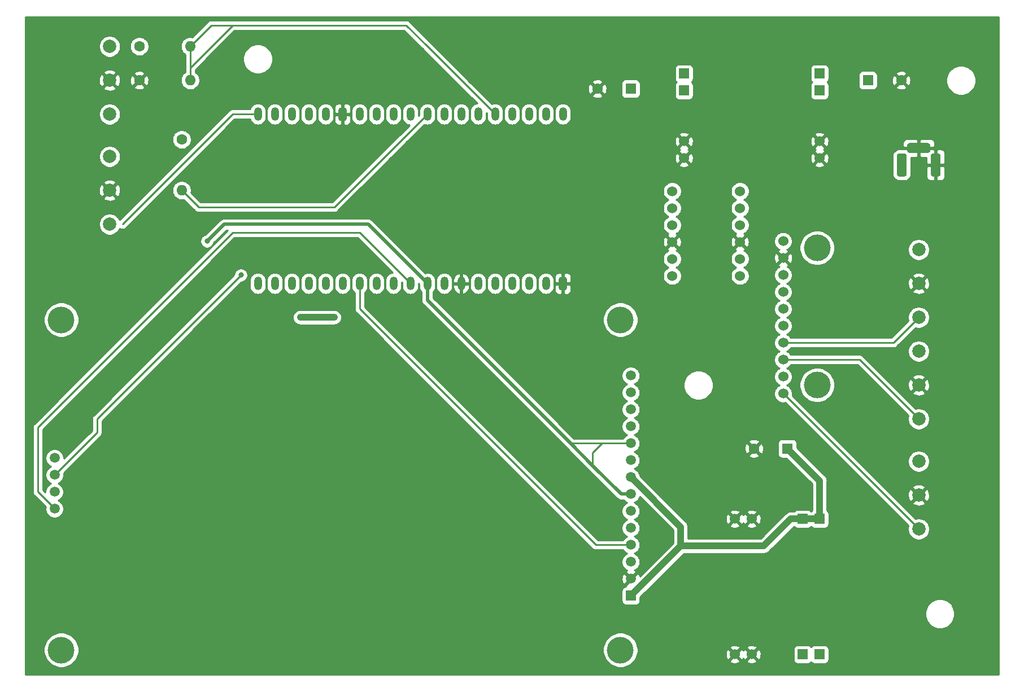
<source format=gbr>
%TF.GenerationSoftware,KiCad,Pcbnew,(5.1.10)-1*%
%TF.CreationDate,2021-09-16T12:46:15+00:00*%
%TF.ProjectId,watermixer,77617465-726d-4697-9865-722e6b696361,v1.0*%
%TF.SameCoordinates,Original*%
%TF.FileFunction,Copper,L2,Bot*%
%TF.FilePolarity,Positive*%
%FSLAX46Y46*%
G04 Gerber Fmt 4.6, Leading zero omitted, Abs format (unit mm)*
G04 Created by KiCad (PCBNEW (5.1.10)-1) date 2021-09-16 12:46:15*
%MOMM*%
%LPD*%
G01*
G04 APERTURE LIST*
%TA.AperFunction,ComponentPad*%
%ADD10C,2.000000*%
%TD*%
%TA.AperFunction,ComponentPad*%
%ADD11C,4.000000*%
%TD*%
%TA.AperFunction,ComponentPad*%
%ADD12C,1.500000*%
%TD*%
%TA.AperFunction,ComponentPad*%
%ADD13R,1.500000X1.500000*%
%TD*%
%TA.AperFunction,ComponentPad*%
%ADD14O,1.200000X2.000000*%
%TD*%
%TA.AperFunction,ComponentPad*%
%ADD15C,1.600000*%
%TD*%
%TA.AperFunction,ComponentPad*%
%ADD16R,1.600000X1.600000*%
%TD*%
%TA.AperFunction,ComponentPad*%
%ADD17C,1.524000*%
%TD*%
%TA.AperFunction,ComponentPad*%
%ADD18R,1.524000X1.524000*%
%TD*%
%TA.AperFunction,ComponentPad*%
%ADD19O,1.600000X1.600000*%
%TD*%
%TA.AperFunction,ViaPad*%
%ADD20C,0.800000*%
%TD*%
%TA.AperFunction,Conductor*%
%ADD21C,0.250000*%
%TD*%
%TA.AperFunction,Conductor*%
%ADD22C,1.000000*%
%TD*%
%TA.AperFunction,Conductor*%
%ADD23C,0.500000*%
%TD*%
%TA.AperFunction,Conductor*%
%ADD24C,0.254000*%
%TD*%
%TA.AperFunction,Conductor*%
%ADD25C,0.100000*%
%TD*%
G04 APERTURE END LIST*
D10*
%TO.P,JPress1,3*%
%TO.N,/SIG*%
X84455000Y-46990000D03*
%TO.P,JPress1,2*%
%TO.N,GND*%
X84455000Y-52070000D03*
%TO.P,JPress1,1*%
%TO.N,VDDF*%
X84455000Y-57150000D03*
%TD*%
%TO.P,JTemp1,3*%
%TO.N,/SIG*%
X84455000Y-30480000D03*
%TO.P,JTemp1,2*%
%TO.N,GND*%
X84455000Y-35560000D03*
%TO.P,JTemp1,1*%
%TO.N,VDD*%
X84455000Y-40640000D03*
%TD*%
D11*
%TO.P,U1,*%
%TO.N,*%
X161025000Y-71478000D03*
X77205000Y-71478000D03*
X77205000Y-121008000D03*
X161025000Y-121008000D03*
D12*
%TO.P,U1,14*%
%TO.N,Net-(U1-Pad13)*%
X162580000Y-90017600D03*
%TO.P,U1,13*%
X76200000Y-92202000D03*
%TO.P,U1,12*%
%TO.N,Net-(U1-Pad12)*%
X76200000Y-94742000D03*
%TO.P,U1,11*%
%TO.N,Net-(U1-Pad11)*%
X76200000Y-97282000D03*
%TO.P,U1,10*%
%TO.N,Net-(U1-Pad10)*%
X76200000Y-99822000D03*
%TO.P,U1,9*%
%TO.N,Net-(U1-Pad9)*%
X162580000Y-92557600D03*
%TO.P,U1,8*%
%TO.N,VDD*%
X162580000Y-95097600D03*
%TO.P,U1,7*%
%TO.N,Net-(U1-Pad13)*%
X162580000Y-97637600D03*
%TO.P,U1,6*%
%TO.N,Net-(U1-Pad11)*%
X162580000Y-100177600D03*
%TO.P,U1,5*%
%TO.N,Net-(U1-Pad5)*%
X162580000Y-102717600D03*
%TO.P,U1,4*%
%TO.N,Net-(U1-Pad4)*%
X162580000Y-105257600D03*
%TO.P,U1,3*%
%TO.N,Net-(U1-Pad3)*%
X162580000Y-107797600D03*
%TO.P,U1,2*%
%TO.N,GND*%
X162580000Y-110337600D03*
D13*
%TO.P,U1,1*%
%TO.N,VDD*%
X162580000Y-112877600D03*
D12*
%TO.P,U1,15*%
%TO.N,Net-(U1-Pad15)*%
X162580000Y-87477600D03*
%TO.P,U1,16*%
%TO.N,Net-(U1-Pad11)*%
X162580000Y-84937600D03*
%TO.P,U1,17*%
%TO.N,Net-(U1-Pad12)*%
X162580000Y-82397600D03*
%TO.P,U1,18*%
%TO.N,Net-(U1-Pad18)*%
X162580000Y-79857600D03*
%TD*%
%TO.P,U2,38*%
%TO.N,GND*%
%TA.AperFunction,ComponentPad*%
G36*
G01*
X152997280Y-65343680D02*
X152997280Y-66743680D01*
G75*
G02*
X152697280Y-67043680I-300000J0D01*
G01*
X152097280Y-67043680D01*
G75*
G02*
X151797280Y-66743680I0J300000D01*
G01*
X151797280Y-65343680D01*
G75*
G02*
X152097280Y-65043680I300000J0D01*
G01*
X152697280Y-65043680D01*
G75*
G02*
X152997280Y-65343680I0J-300000D01*
G01*
G37*
%TD.AperFunction*%
D14*
%TO.P,U2,37*%
%TO.N,Net-(U1-Pad11)*%
X149857280Y-66043680D03*
%TO.P,U2,36*%
%TO.N,Net-(U2-Pad36)*%
X147317280Y-66043680D03*
%TO.P,U2,35*%
%TO.N,Net-(U2-Pad35)*%
X144777280Y-66043680D03*
%TO.P,U2,34*%
%TO.N,Net-(U2-Pad34)*%
X142237280Y-66043680D03*
%TO.P,U2,33*%
%TO.N,Net-(U1-Pad15)*%
X139697280Y-66043680D03*
%TO.P,U2,32*%
%TO.N,GND*%
X137157280Y-66043680D03*
%TO.P,U2,31*%
%TO.N,Net-(U1-Pad12)*%
X134617280Y-66043680D03*
%TO.P,U2,30*%
%TO.N,Net-(U1-Pad13)*%
X132077280Y-66043680D03*
%TO.P,U2,29*%
%TO.N,Net-(U1-Pad10)*%
X129537280Y-66043680D03*
%TO.P,U2,28*%
%TO.N,Net-(U2-Pad28)*%
X126997280Y-66043680D03*
%TO.P,U2,27*%
%TO.N,Net-(U2-Pad27)*%
X124457280Y-66043680D03*
%TO.P,U2,26*%
%TO.N,Net-(U1-Pad4)*%
X121917280Y-66043680D03*
%TO.P,U2,25*%
%TO.N,Net-(U2-Pad25)*%
X119377280Y-66043680D03*
%TO.P,U2,24*%
%TO.N,Net-(U1-Pad5)*%
X116837280Y-66043680D03*
%TO.P,U2,23*%
%TO.N,Net-(U1-Pad3)*%
X114297280Y-66043680D03*
%TO.P,U2,22*%
%TO.N,Net-(U2-Pad22)*%
X111757280Y-66043680D03*
%TO.P,U2,21*%
%TO.N,Net-(U2-Pad21)*%
X109220000Y-66040000D03*
%TO.P,U2,20*%
%TO.N,Net-(U2-Pad20)*%
X106680000Y-66040000D03*
%TO.P,U2,19*%
%TO.N,VDDF*%
X106677280Y-40643680D03*
%TO.P,U2,18*%
%TO.N,Net-(U2-Pad18)*%
X109217280Y-40643680D03*
%TO.P,U2,17*%
%TO.N,Net-(U2-Pad17)*%
X111757280Y-40643680D03*
%TO.P,U2,16*%
%TO.N,Net-(U2-Pad16)*%
X114297280Y-40643680D03*
%TO.P,U2,15*%
%TO.N,Net-(U2-Pad15)*%
X116837280Y-40643680D03*
%TO.P,U2,14*%
%TO.N,GND*%
%TA.AperFunction,ComponentPad*%
G36*
G01*
X119977280Y-39943680D02*
X119977280Y-41343680D01*
G75*
G02*
X119677280Y-41643680I-300000J0D01*
G01*
X119077280Y-41643680D01*
G75*
G02*
X118777280Y-41343680I0J300000D01*
G01*
X118777280Y-39943680D01*
G75*
G02*
X119077280Y-39643680I300000J0D01*
G01*
X119677280Y-39643680D01*
G75*
G02*
X119977280Y-39943680I0J-300000D01*
G01*
G37*
%TD.AperFunction*%
%TO.P,U2,13*%
%TO.N,Net-(U2-Pad13)*%
X121917280Y-40643680D03*
%TO.P,U2,12*%
%TO.N,Net-(U2-Pad12)*%
X124457280Y-40643680D03*
%TO.P,U2,11*%
%TO.N,Net-(U2-Pad11)*%
X126997280Y-40643680D03*
%TO.P,U2,10*%
%TO.N,Net-(U2-Pad10)*%
X129537280Y-40643680D03*
%TO.P,U2,9*%
%TO.N,/SIG*%
X132077280Y-40643680D03*
%TO.P,U2,8*%
%TO.N,Net-(U2-Pad8)*%
X134617280Y-40643680D03*
%TO.P,U2,7*%
%TO.N,Net-(U2-Pad7)*%
X137157280Y-40643680D03*
%TO.P,U2,6*%
%TO.N,Net-(U2-Pad6)*%
X139697280Y-40643680D03*
%TO.P,U2,5*%
%TO.N,Net-(R2-Pad2)*%
X142237280Y-40643680D03*
%TO.P,U2,4*%
%TO.N,Net-(U2-Pad4)*%
X144777280Y-40643680D03*
%TO.P,U2,3*%
%TO.N,Net-(U2-Pad3)*%
X147317280Y-40643680D03*
%TO.P,U2,2*%
%TO.N,Net-(U2-Pad2)*%
X149857280Y-40643680D03*
%TO.P,U2,1*%
%TO.N,Net-(U2-Pad1)*%
X152397280Y-40643680D03*
%TD*%
D15*
%TO.P,C3,2*%
%TO.N,GND*%
X203120000Y-35560000D03*
D16*
%TO.P,C3,1*%
%TO.N,VCC*%
X198120000Y-35560000D03*
%TD*%
D15*
%TO.P,C2,2*%
%TO.N,GND*%
X157560000Y-36830000D03*
D16*
%TO.P,C2,1*%
%TO.N,VDDF*%
X162560000Y-36830000D03*
%TD*%
D15*
%TO.P,C1,2*%
%TO.N,GND*%
X181055000Y-90805000D03*
D16*
%TO.P,C1,1*%
%TO.N,VDD*%
X186055000Y-90805000D03*
%TD*%
D17*
%TO.P,U3,11*%
%TO.N,Net-(U3-Pad11)*%
X178943000Y-64897000D03*
%TO.P,U3,10*%
%TO.N,Net-(U2-Pad15)*%
X168783000Y-64897000D03*
%TO.P,U3,9*%
%TO.N,Net-(U3-Pad9)*%
X178943000Y-62357000D03*
%TO.P,U3,8*%
%TO.N,Net-(U2-Pad12)*%
X168783000Y-62357000D03*
%TO.P,U3,7*%
%TO.N,Net-(U3-Pad7)*%
X178943000Y-54737000D03*
%TO.P,U3,6*%
%TO.N,Net-(U3-Pad6)*%
X168783000Y-54737000D03*
%TO.P,U3,5*%
%TO.N,Net-(U3-Pad5)*%
X178943000Y-52197000D03*
%TO.P,U3,4*%
%TO.N,Net-(U3-Pad4)*%
X168783000Y-52197000D03*
%TO.P,U3,3*%
%TO.N,GND*%
X178943000Y-59817000D03*
X168783000Y-59817000D03*
%TO.P,U3,2*%
%TO.N,VDDF*%
X178943000Y-57277000D03*
%TO.P,U3,1*%
%TO.N,Net-(U2-Pad1)*%
X168783000Y-57277000D03*
%TD*%
D10*
%TO.P,JHC_VALVES1,6*%
%TO.N,Net-(JHC_VALVES1-Pad6)*%
X205740000Y-86360000D03*
%TO.P,JHC_VALVES1,5*%
%TO.N,GND*%
X205740000Y-81280000D03*
%TO.P,JHC_VALVES1,4*%
%TO.N,VCC*%
X205740000Y-76200000D03*
%TO.P,JHC_VALVES1,3*%
%TO.N,Net-(JHC_VALVES1-Pad3)*%
X205740000Y-71120000D03*
%TO.P,JHC_VALVES1,2*%
%TO.N,GND*%
X205740000Y-66040000D03*
%TO.P,JHC_VALVES1,1*%
%TO.N,VCC*%
X205740000Y-60960000D03*
%TD*%
%TO.P,JD_VALVE1,3*%
%TO.N,Net-(JD_VALVE1-Pad3)*%
X205740000Y-102870000D03*
%TO.P,JD_VALVE1,2*%
%TO.N,GND*%
X205740000Y-97790000D03*
%TO.P,JD_VALVE1,1*%
%TO.N,VCC*%
X205740000Y-92710000D03*
%TD*%
D17*
%TO.P,U_3.3V1,4*%
%TO.N,GND*%
X178181000Y-101346000D03*
%TO.P,U_3.3V1,8*%
X180721000Y-101346000D03*
D18*
%TO.P,U_3.3V1,6*%
%TO.N,VDD*%
X188341000Y-101346000D03*
%TO.P,U_3.3V1,2*%
X190881000Y-101346000D03*
D17*
%TO.P,U_3.3V1,3*%
%TO.N,GND*%
X178181000Y-121666000D03*
%TO.P,U_3.3V1,7*%
X180721000Y-121666000D03*
D18*
%TO.P,U_3.3V1,5*%
%TO.N,VCC*%
X188341000Y-121666000D03*
%TO.P,U_3.3V1,1*%
X190881000Y-121666000D03*
%TD*%
D17*
%TO.P,U_5V1,4*%
%TO.N,GND*%
X170561000Y-47244000D03*
%TO.P,U_5V1,8*%
X170561000Y-44704000D03*
D18*
%TO.P,U_5V1,6*%
%TO.N,VDDF*%
X170561000Y-37084000D03*
%TO.P,U_5V1,2*%
X170561000Y-34544000D03*
D17*
%TO.P,U_5V1,3*%
%TO.N,GND*%
X190881000Y-47244000D03*
%TO.P,U_5V1,7*%
X190881000Y-44704000D03*
D18*
%TO.P,U_5V1,5*%
%TO.N,VCC*%
X190881000Y-37084000D03*
%TO.P,U_5V1,1*%
X190881000Y-34544000D03*
%TD*%
%TO.P,J_12V1,1*%
%TO.N,VCC*%
%TA.AperFunction,ComponentPad*%
G36*
G01*
X203950000Y-46885000D02*
X203950000Y-49635000D01*
G75*
G02*
X203575000Y-50010000I-375000J0D01*
G01*
X202825000Y-50010000D01*
G75*
G02*
X202450000Y-49635000I0J375000D01*
G01*
X202450000Y-46885000D01*
G75*
G02*
X202825000Y-46510000I375000J0D01*
G01*
X203575000Y-46510000D01*
G75*
G02*
X203950000Y-46885000I0J-375000D01*
G01*
G37*
%TD.AperFunction*%
%TO.P,J_12V1,3*%
%TO.N,GND*%
%TA.AperFunction,ComponentPad*%
G36*
G01*
X209030000Y-46885000D02*
X209030000Y-49635000D01*
G75*
G02*
X208655000Y-50010000I-375000J0D01*
G01*
X207905000Y-50010000D01*
G75*
G02*
X207530000Y-49635000I0J375000D01*
G01*
X207530000Y-46885000D01*
G75*
G02*
X207905000Y-46510000I375000J0D01*
G01*
X208655000Y-46510000D01*
G75*
G02*
X209030000Y-46885000I0J-375000D01*
G01*
G37*
%TD.AperFunction*%
%TO.P,J_12V1,2*%
%TA.AperFunction,ComponentPad*%
G36*
G01*
X207490000Y-45345000D02*
X207490000Y-46095000D01*
G75*
G02*
X207115000Y-46470000I-375000J0D01*
G01*
X204365000Y-46470000D01*
G75*
G02*
X203990000Y-46095000I0J375000D01*
G01*
X203990000Y-45345000D01*
G75*
G02*
X204365000Y-44970000I375000J0D01*
G01*
X207115000Y-44970000D01*
G75*
G02*
X207490000Y-45345000I0J-375000D01*
G01*
G37*
%TD.AperFunction*%
%TD*%
D19*
%TO.P,R1,2*%
%TO.N,/SIG*%
X95250000Y-52070000D03*
D15*
%TO.P,R1,1*%
%TO.N,VDD*%
X95250000Y-44450000D03*
%TD*%
%TO.P,R2,1*%
%TO.N,GND*%
X88900000Y-35560000D03*
D19*
%TO.P,R2,2*%
%TO.N,Net-(R2-Pad2)*%
X96520000Y-35560000D03*
%TD*%
%TO.P,R3,2*%
%TO.N,Net-(R2-Pad2)*%
X96520000Y-30480000D03*
D15*
%TO.P,R3,1*%
%TO.N,/SIG*%
X88900000Y-30480000D03*
%TD*%
D11*
%TO.P,U4,11*%
%TO.N,N/C*%
X190500000Y-81280000D03*
X190500000Y-60706000D03*
D17*
%TO.P,U4,9*%
%TO.N,Net-(JD_VALVE1-Pad3)*%
X185420000Y-82550000D03*
%TO.P,U4,8*%
%TO.N,Net-(U4-Pad8)*%
X185420000Y-80010000D03*
%TO.P,U4,7*%
%TO.N,Net-(JHC_VALVES1-Pad6)*%
X185420000Y-77470000D03*
%TO.P,U4,6*%
%TO.N,Net-(JHC_VALVES1-Pad3)*%
X185420000Y-74930000D03*
%TO.P,U4,5*%
%TO.N,Net-(U4-Pad5)*%
X185420000Y-72390000D03*
%TO.P,U4,4*%
%TO.N,Net-(U4-Pad4)*%
X185420000Y-69850000D03*
%TO.P,U4,3*%
%TO.N,Net-(U3-Pad11)*%
X185420000Y-67310000D03*
%TO.P,U4,2*%
%TO.N,Net-(U3-Pad9)*%
X185420000Y-64770000D03*
%TO.P,U4,10*%
%TO.N,GND*%
X185420000Y-62230000D03*
%TO.P,U4,1*%
%TO.N,VDDF*%
X185420000Y-59690000D03*
%TD*%
D20*
%TO.N,VDD*%
X118110000Y-71120000D03*
X113030000Y-71120000D03*
X113030000Y-71120000D03*
%TO.N,Net-(U1-Pad12)*%
X104140000Y-64770000D03*
%TO.N,Net-(U1-Pad13)*%
X99060000Y-59690000D03*
X99060000Y-59690000D03*
%TD*%
D21*
%TO.N,VDD*%
X113030000Y-71120000D02*
X113030000Y-71120000D01*
D22*
X186579000Y-101346000D02*
X182515000Y-105410000D01*
X188341000Y-101346000D02*
X186579000Y-101346000D01*
X170047600Y-105410000D02*
X162580000Y-112877600D01*
X182515000Y-105410000D02*
X170047600Y-105410000D01*
X190881000Y-95631000D02*
X186055000Y-90805000D01*
X190881000Y-101346000D02*
X190881000Y-95631000D01*
X190881000Y-101346000D02*
X188341000Y-101346000D01*
X170047600Y-102565200D02*
X170047600Y-105410000D01*
X162580000Y-95097600D02*
X170047600Y-102565200D01*
X113030000Y-71120000D02*
X118110000Y-71120000D01*
D21*
%TO.N,Net-(JD_VALVE1-Pad3)*%
X185420000Y-82550000D02*
X205740000Y-102870000D01*
%TO.N,Net-(JHC_VALVES1-Pad3)*%
X201930000Y-74930000D02*
X205740000Y-71120000D01*
X185420000Y-74930000D02*
X201930000Y-74930000D01*
%TO.N,Net-(JHC_VALVES1-Pad6)*%
X196850000Y-77470000D02*
X205740000Y-86360000D01*
X185420000Y-77470000D02*
X196850000Y-77470000D01*
%TO.N,VDDF*%
X106677280Y-40643680D02*
X105406320Y-40643680D01*
X105406320Y-40643680D02*
X102873680Y-40643680D01*
X102873680Y-40643680D02*
X86367360Y-57150000D01*
X84462360Y-57150000D02*
X84455000Y-57150000D01*
%TO.N,/SIG*%
X118110960Y-54610000D02*
X132077280Y-40643680D01*
X97790000Y-54610000D02*
X118110960Y-54610000D01*
X97790000Y-54610000D02*
X95250000Y-52070000D01*
%TO.N,Net-(R2-Pad2)*%
X96520000Y-30480000D02*
X96520000Y-35560000D01*
X128905000Y-27305000D02*
X104775000Y-27305000D01*
X132073600Y-30473600D02*
X128905000Y-27305000D01*
X132073600Y-30480000D02*
X132073600Y-30473600D01*
X142237280Y-40643680D02*
X132073600Y-30480000D01*
X96520000Y-33655000D02*
X96520000Y-35560000D01*
X102870000Y-27305000D02*
X96520000Y-33655000D01*
X104775000Y-27305000D02*
X102870000Y-27305000D01*
X96520000Y-30480000D02*
X99695000Y-27305000D01*
X99695000Y-27305000D02*
X102870000Y-27305000D01*
%TO.N,Net-(U1-Pad12)*%
X134617280Y-66043680D02*
X134617280Y-65859480D01*
X77851000Y-93091000D02*
X76200000Y-94742000D01*
X82550000Y-88392000D02*
X77851000Y-93091000D01*
X82550000Y-86360000D02*
X82550000Y-88392000D01*
X104140000Y-64770000D02*
X82550000Y-86360000D01*
%TO.N,Net-(U1-Pad4)*%
X121917280Y-66043680D02*
X121917280Y-69847280D01*
X157327600Y-105257600D02*
X162580000Y-105257600D01*
X121917280Y-69847280D02*
X157327600Y-105257600D01*
%TO.N,Net-(U1-Pad13)*%
X132077280Y-66043680D02*
X132083680Y-66043680D01*
X156362400Y-90017600D02*
X153517600Y-90017600D01*
D23*
X162580000Y-97637600D02*
X161137600Y-97637600D01*
X153517600Y-90017600D02*
X132077280Y-68577280D01*
X132077280Y-68577280D02*
X132077280Y-66043680D01*
X132077280Y-66043680D02*
X123183600Y-57150000D01*
X123183600Y-57150000D02*
X101600000Y-57150000D01*
X101600000Y-57150000D02*
X99060000Y-59690000D01*
X99060000Y-59690000D02*
X99060000Y-59690000D01*
D21*
X157327600Y-90017600D02*
X156997400Y-90017600D01*
X156362400Y-90017600D02*
X157327600Y-90017600D01*
X157327600Y-90017600D02*
X157632400Y-90017600D01*
X158267400Y-90017600D02*
X156845000Y-91440000D01*
X157632400Y-90017600D02*
X158267400Y-90017600D01*
X158267400Y-90017600D02*
X162580000Y-90017600D01*
X156845000Y-91440000D02*
X156845000Y-93345000D01*
D23*
X161137600Y-97637600D02*
X156845000Y-93345000D01*
X153517600Y-90017600D02*
X156845000Y-93345000D01*
D21*
%TO.N,Net-(U1-Pad10)*%
X121913600Y-58420000D02*
X129537280Y-66043680D01*
X102870000Y-58420000D02*
X121913600Y-58420000D01*
X73660000Y-87630000D02*
X102870000Y-58420000D01*
X73660000Y-97282000D02*
X73660000Y-87630000D01*
X76200000Y-99822000D02*
X73660000Y-97282000D01*
%TD*%
D24*
%TO.N,GND*%
X217755001Y-124715000D02*
X71805000Y-124715000D01*
X71805000Y-120748475D01*
X74570000Y-120748475D01*
X74570000Y-121267525D01*
X74671261Y-121776601D01*
X74869893Y-122256141D01*
X75158262Y-122687715D01*
X75525285Y-123054738D01*
X75956859Y-123343107D01*
X76436399Y-123541739D01*
X76945475Y-123643000D01*
X77464525Y-123643000D01*
X77973601Y-123541739D01*
X78453141Y-123343107D01*
X78884715Y-123054738D01*
X79251738Y-122687715D01*
X79540107Y-122256141D01*
X79738739Y-121776601D01*
X79840000Y-121267525D01*
X79840000Y-120748475D01*
X158390000Y-120748475D01*
X158390000Y-121267525D01*
X158491261Y-121776601D01*
X158689893Y-122256141D01*
X158978262Y-122687715D01*
X159345285Y-123054738D01*
X159776859Y-123343107D01*
X160256399Y-123541739D01*
X160765475Y-123643000D01*
X161284525Y-123643000D01*
X161793601Y-123541739D01*
X162273141Y-123343107D01*
X162704715Y-123054738D01*
X163071738Y-122687715D01*
X163109256Y-122631565D01*
X177395040Y-122631565D01*
X177462020Y-122871656D01*
X177711048Y-122988756D01*
X177978135Y-123055023D01*
X178253017Y-123067910D01*
X178525133Y-123026922D01*
X178784023Y-122933636D01*
X178899980Y-122871656D01*
X178966960Y-122631565D01*
X179935040Y-122631565D01*
X180002020Y-122871656D01*
X180251048Y-122988756D01*
X180518135Y-123055023D01*
X180793017Y-123067910D01*
X181065133Y-123026922D01*
X181324023Y-122933636D01*
X181439980Y-122871656D01*
X181506960Y-122631565D01*
X180721000Y-121845605D01*
X179935040Y-122631565D01*
X178966960Y-122631565D01*
X178181000Y-121845605D01*
X177395040Y-122631565D01*
X163109256Y-122631565D01*
X163360107Y-122256141D01*
X163558739Y-121776601D01*
X163566413Y-121738017D01*
X176779090Y-121738017D01*
X176820078Y-122010133D01*
X176913364Y-122269023D01*
X176975344Y-122384980D01*
X177215435Y-122451960D01*
X178001395Y-121666000D01*
X178360605Y-121666000D01*
X179146565Y-122451960D01*
X179386656Y-122384980D01*
X179448079Y-122254356D01*
X179453364Y-122269023D01*
X179515344Y-122384980D01*
X179755435Y-122451960D01*
X180541395Y-121666000D01*
X180900605Y-121666000D01*
X181686565Y-122451960D01*
X181926656Y-122384980D01*
X182043756Y-122135952D01*
X182110023Y-121868865D01*
X182122910Y-121593983D01*
X182081922Y-121321867D01*
X181988636Y-121062977D01*
X181926656Y-120947020D01*
X181772451Y-120904000D01*
X186940928Y-120904000D01*
X186940928Y-122428000D01*
X186953188Y-122552482D01*
X186989498Y-122672180D01*
X187048463Y-122782494D01*
X187127815Y-122879185D01*
X187224506Y-122958537D01*
X187334820Y-123017502D01*
X187454518Y-123053812D01*
X187579000Y-123066072D01*
X189103000Y-123066072D01*
X189227482Y-123053812D01*
X189347180Y-123017502D01*
X189457494Y-122958537D01*
X189554185Y-122879185D01*
X189611000Y-122809956D01*
X189667815Y-122879185D01*
X189764506Y-122958537D01*
X189874820Y-123017502D01*
X189994518Y-123053812D01*
X190119000Y-123066072D01*
X191643000Y-123066072D01*
X191767482Y-123053812D01*
X191887180Y-123017502D01*
X191997494Y-122958537D01*
X192094185Y-122879185D01*
X192173537Y-122782494D01*
X192232502Y-122672180D01*
X192268812Y-122552482D01*
X192281072Y-122428000D01*
X192281072Y-120904000D01*
X192268812Y-120779518D01*
X192232502Y-120659820D01*
X192173537Y-120549506D01*
X192094185Y-120452815D01*
X191997494Y-120373463D01*
X191887180Y-120314498D01*
X191767482Y-120278188D01*
X191643000Y-120265928D01*
X190119000Y-120265928D01*
X189994518Y-120278188D01*
X189874820Y-120314498D01*
X189764506Y-120373463D01*
X189667815Y-120452815D01*
X189611000Y-120522044D01*
X189554185Y-120452815D01*
X189457494Y-120373463D01*
X189347180Y-120314498D01*
X189227482Y-120278188D01*
X189103000Y-120265928D01*
X187579000Y-120265928D01*
X187454518Y-120278188D01*
X187334820Y-120314498D01*
X187224506Y-120373463D01*
X187127815Y-120452815D01*
X187048463Y-120549506D01*
X186989498Y-120659820D01*
X186953188Y-120779518D01*
X186940928Y-120904000D01*
X181772451Y-120904000D01*
X181686565Y-120880040D01*
X180900605Y-121666000D01*
X180541395Y-121666000D01*
X179755435Y-120880040D01*
X179515344Y-120947020D01*
X179453921Y-121077644D01*
X179448636Y-121062977D01*
X179386656Y-120947020D01*
X179146565Y-120880040D01*
X178360605Y-121666000D01*
X178001395Y-121666000D01*
X177215435Y-120880040D01*
X176975344Y-120947020D01*
X176858244Y-121196048D01*
X176791977Y-121463135D01*
X176779090Y-121738017D01*
X163566413Y-121738017D01*
X163660000Y-121267525D01*
X163660000Y-120748475D01*
X163650445Y-120700435D01*
X177395040Y-120700435D01*
X178181000Y-121486395D01*
X178966960Y-120700435D01*
X179935040Y-120700435D01*
X180721000Y-121486395D01*
X181506960Y-120700435D01*
X181439980Y-120460344D01*
X181190952Y-120343244D01*
X180923865Y-120276977D01*
X180648983Y-120264090D01*
X180376867Y-120305078D01*
X180117977Y-120398364D01*
X180002020Y-120460344D01*
X179935040Y-120700435D01*
X178966960Y-120700435D01*
X178899980Y-120460344D01*
X178650952Y-120343244D01*
X178383865Y-120276977D01*
X178108983Y-120264090D01*
X177836867Y-120305078D01*
X177577977Y-120398364D01*
X177462020Y-120460344D01*
X177395040Y-120700435D01*
X163650445Y-120700435D01*
X163558739Y-120239399D01*
X163360107Y-119759859D01*
X163071738Y-119328285D01*
X162704715Y-118961262D01*
X162273141Y-118672893D01*
X161793601Y-118474261D01*
X161284525Y-118373000D01*
X160765475Y-118373000D01*
X160256399Y-118474261D01*
X159776859Y-118672893D01*
X159345285Y-118961262D01*
X158978262Y-119328285D01*
X158689893Y-119759859D01*
X158491261Y-120239399D01*
X158390000Y-120748475D01*
X79840000Y-120748475D01*
X79738739Y-120239399D01*
X79540107Y-119759859D01*
X79251738Y-119328285D01*
X78884715Y-118961262D01*
X78453141Y-118672893D01*
X77973601Y-118474261D01*
X77464525Y-118373000D01*
X76945475Y-118373000D01*
X76436399Y-118474261D01*
X75956859Y-118672893D01*
X75525285Y-118961262D01*
X75158262Y-119328285D01*
X74869893Y-119759859D01*
X74671261Y-120239399D01*
X74570000Y-120748475D01*
X71805000Y-120748475D01*
X71805000Y-115349872D01*
X206680000Y-115349872D01*
X206680000Y-115790128D01*
X206765890Y-116221925D01*
X206934369Y-116628669D01*
X207178962Y-116994729D01*
X207490271Y-117306038D01*
X207856331Y-117550631D01*
X208263075Y-117719110D01*
X208694872Y-117805000D01*
X209135128Y-117805000D01*
X209566925Y-117719110D01*
X209973669Y-117550631D01*
X210339729Y-117306038D01*
X210651038Y-116994729D01*
X210895631Y-116628669D01*
X211064110Y-116221925D01*
X211150000Y-115790128D01*
X211150000Y-115349872D01*
X211064110Y-114918075D01*
X210895631Y-114511331D01*
X210651038Y-114145271D01*
X210339729Y-113833962D01*
X209973669Y-113589369D01*
X209566925Y-113420890D01*
X209135128Y-113335000D01*
X208694872Y-113335000D01*
X208263075Y-113420890D01*
X207856331Y-113589369D01*
X207490271Y-113833962D01*
X207178962Y-114145271D01*
X206934369Y-114511331D01*
X206765890Y-114918075D01*
X206680000Y-115349872D01*
X71805000Y-115349872D01*
X71805000Y-110410092D01*
X161190188Y-110410092D01*
X161231035Y-110679838D01*
X161323723Y-110936432D01*
X161384140Y-111049463D01*
X161623007Y-111114988D01*
X162400395Y-110337600D01*
X161623007Y-109560212D01*
X161384140Y-109625737D01*
X161268240Y-109872716D01*
X161202750Y-110137560D01*
X161190188Y-110410092D01*
X71805000Y-110410092D01*
X71805000Y-87630000D01*
X72896324Y-87630000D01*
X72900001Y-87667332D01*
X72900000Y-97244678D01*
X72896324Y-97282000D01*
X72900000Y-97319322D01*
X72900000Y-97319332D01*
X72910997Y-97430985D01*
X72954454Y-97574246D01*
X73025026Y-97706276D01*
X73064871Y-97754826D01*
X73119999Y-97822001D01*
X73149003Y-97845804D01*
X74843833Y-99540636D01*
X74815000Y-99685589D01*
X74815000Y-99958411D01*
X74868225Y-100225989D01*
X74972629Y-100478043D01*
X75124201Y-100704886D01*
X75317114Y-100897799D01*
X75543957Y-101049371D01*
X75796011Y-101153775D01*
X76063589Y-101207000D01*
X76336411Y-101207000D01*
X76603989Y-101153775D01*
X76856043Y-101049371D01*
X77082886Y-100897799D01*
X77275799Y-100704886D01*
X77427371Y-100478043D01*
X77531775Y-100225989D01*
X77585000Y-99958411D01*
X77585000Y-99685589D01*
X77531775Y-99418011D01*
X77427371Y-99165957D01*
X77275799Y-98939114D01*
X77082886Y-98746201D01*
X76856043Y-98594629D01*
X76753127Y-98552000D01*
X76856043Y-98509371D01*
X77082886Y-98357799D01*
X77275799Y-98164886D01*
X77427371Y-97938043D01*
X77531775Y-97685989D01*
X77585000Y-97418411D01*
X77585000Y-97145589D01*
X77531775Y-96878011D01*
X77427371Y-96625957D01*
X77275799Y-96399114D01*
X77082886Y-96206201D01*
X76856043Y-96054629D01*
X76753127Y-96012000D01*
X76856043Y-95969371D01*
X77082886Y-95817799D01*
X77275799Y-95624886D01*
X77427371Y-95398043D01*
X77531775Y-95145989D01*
X77585000Y-94878411D01*
X77585000Y-94605589D01*
X77556167Y-94460635D01*
X78414799Y-93602003D01*
X78414804Y-93601997D01*
X83061003Y-88955799D01*
X83090001Y-88932001D01*
X83184974Y-88816276D01*
X83255546Y-88684247D01*
X83299003Y-88540986D01*
X83310000Y-88429333D01*
X83313677Y-88392000D01*
X83310000Y-88354667D01*
X83310000Y-86674801D01*
X98864801Y-71120000D01*
X111889509Y-71120000D01*
X111911423Y-71342499D01*
X111976324Y-71556447D01*
X112081716Y-71753623D01*
X112223551Y-71926449D01*
X112396377Y-72068284D01*
X112593553Y-72173676D01*
X112807501Y-72238577D01*
X112974248Y-72255000D01*
X118165752Y-72255000D01*
X118332499Y-72238577D01*
X118546447Y-72173676D01*
X118743623Y-72068284D01*
X118916449Y-71926449D01*
X119058284Y-71753623D01*
X119163676Y-71556447D01*
X119228577Y-71342499D01*
X119250491Y-71120000D01*
X119228577Y-70897501D01*
X119163676Y-70683553D01*
X119058284Y-70486377D01*
X118916449Y-70313551D01*
X118743623Y-70171716D01*
X118546447Y-70066324D01*
X118332499Y-70001423D01*
X118165752Y-69985000D01*
X112974248Y-69985000D01*
X112807501Y-70001423D01*
X112593553Y-70066324D01*
X112396377Y-70171716D01*
X112223551Y-70313551D01*
X112081716Y-70486377D01*
X111976324Y-70683553D01*
X111911423Y-70897501D01*
X111889509Y-71120000D01*
X98864801Y-71120000D01*
X104179802Y-65805000D01*
X104241939Y-65805000D01*
X104441898Y-65765226D01*
X104630256Y-65687205D01*
X104791695Y-65579335D01*
X105445000Y-65579335D01*
X105445000Y-66500664D01*
X105462870Y-66682101D01*
X105533489Y-66914900D01*
X105648167Y-67129448D01*
X105802498Y-67317502D01*
X105990551Y-67471833D01*
X106205099Y-67586511D01*
X106437898Y-67657130D01*
X106680000Y-67680975D01*
X106922101Y-67657130D01*
X107154900Y-67586511D01*
X107369448Y-67471833D01*
X107557502Y-67317502D01*
X107711833Y-67129449D01*
X107826511Y-66914901D01*
X107897130Y-66682102D01*
X107915000Y-66500665D01*
X107915000Y-65579336D01*
X107915000Y-65579335D01*
X107985000Y-65579335D01*
X107985000Y-66500664D01*
X108002870Y-66682101D01*
X108073489Y-66914900D01*
X108188167Y-67129448D01*
X108342498Y-67317502D01*
X108530551Y-67471833D01*
X108745099Y-67586511D01*
X108977898Y-67657130D01*
X109220000Y-67680975D01*
X109462101Y-67657130D01*
X109694900Y-67586511D01*
X109909448Y-67471833D01*
X110097502Y-67317502D01*
X110251833Y-67129449D01*
X110366511Y-66914901D01*
X110437130Y-66682102D01*
X110455000Y-66500665D01*
X110455000Y-65583015D01*
X110522280Y-65583015D01*
X110522280Y-66504344D01*
X110540150Y-66685781D01*
X110610769Y-66918580D01*
X110725447Y-67133128D01*
X110879778Y-67321182D01*
X111067831Y-67475513D01*
X111282379Y-67590191D01*
X111515178Y-67660810D01*
X111757280Y-67684655D01*
X111999381Y-67660810D01*
X112232180Y-67590191D01*
X112446728Y-67475513D01*
X112634782Y-67321182D01*
X112789113Y-67133129D01*
X112903791Y-66918581D01*
X112974410Y-66685782D01*
X112992280Y-66504345D01*
X112992280Y-65583016D01*
X112992280Y-65583015D01*
X113062280Y-65583015D01*
X113062280Y-66504344D01*
X113080150Y-66685781D01*
X113150769Y-66918580D01*
X113265447Y-67133128D01*
X113419778Y-67321182D01*
X113607831Y-67475513D01*
X113822379Y-67590191D01*
X114055178Y-67660810D01*
X114297280Y-67684655D01*
X114539381Y-67660810D01*
X114772180Y-67590191D01*
X114986728Y-67475513D01*
X115174782Y-67321182D01*
X115329113Y-67133129D01*
X115443791Y-66918581D01*
X115514410Y-66685782D01*
X115532280Y-66504345D01*
X115532280Y-65583016D01*
X115532280Y-65583015D01*
X115602280Y-65583015D01*
X115602280Y-66504344D01*
X115620150Y-66685781D01*
X115690769Y-66918580D01*
X115805447Y-67133128D01*
X115959778Y-67321182D01*
X116147831Y-67475513D01*
X116362379Y-67590191D01*
X116595178Y-67660810D01*
X116837280Y-67684655D01*
X117079381Y-67660810D01*
X117312180Y-67590191D01*
X117526728Y-67475513D01*
X117714782Y-67321182D01*
X117869113Y-67133129D01*
X117983791Y-66918581D01*
X118054410Y-66685782D01*
X118072280Y-66504345D01*
X118072280Y-65583016D01*
X118072280Y-65583015D01*
X118142280Y-65583015D01*
X118142280Y-66504344D01*
X118160150Y-66685781D01*
X118230769Y-66918580D01*
X118345447Y-67133128D01*
X118499778Y-67321182D01*
X118687831Y-67475513D01*
X118902379Y-67590191D01*
X119135178Y-67660810D01*
X119377280Y-67684655D01*
X119619381Y-67660810D01*
X119852180Y-67590191D01*
X120066728Y-67475513D01*
X120254782Y-67321182D01*
X120409113Y-67133129D01*
X120523791Y-66918581D01*
X120594410Y-66685782D01*
X120612280Y-66504345D01*
X120612280Y-65583016D01*
X120594410Y-65401579D01*
X120523791Y-65168779D01*
X120409113Y-64954231D01*
X120254782Y-64766178D01*
X120066729Y-64611847D01*
X119852181Y-64497169D01*
X119619382Y-64426550D01*
X119377280Y-64402705D01*
X119135179Y-64426550D01*
X118902380Y-64497169D01*
X118687832Y-64611847D01*
X118499779Y-64766178D01*
X118345448Y-64954231D01*
X118230769Y-65168779D01*
X118160150Y-65401578D01*
X118142280Y-65583015D01*
X118072280Y-65583015D01*
X118054410Y-65401579D01*
X117983791Y-65168779D01*
X117869113Y-64954231D01*
X117714782Y-64766178D01*
X117526729Y-64611847D01*
X117312181Y-64497169D01*
X117079382Y-64426550D01*
X116837280Y-64402705D01*
X116595179Y-64426550D01*
X116362380Y-64497169D01*
X116147832Y-64611847D01*
X115959779Y-64766178D01*
X115805448Y-64954231D01*
X115690769Y-65168779D01*
X115620150Y-65401578D01*
X115602280Y-65583015D01*
X115532280Y-65583015D01*
X115514410Y-65401579D01*
X115443791Y-65168779D01*
X115329113Y-64954231D01*
X115174782Y-64766178D01*
X114986729Y-64611847D01*
X114772181Y-64497169D01*
X114539382Y-64426550D01*
X114297280Y-64402705D01*
X114055179Y-64426550D01*
X113822380Y-64497169D01*
X113607832Y-64611847D01*
X113419779Y-64766178D01*
X113265448Y-64954231D01*
X113150769Y-65168779D01*
X113080150Y-65401578D01*
X113062280Y-65583015D01*
X112992280Y-65583015D01*
X112974410Y-65401579D01*
X112903791Y-65168779D01*
X112789113Y-64954231D01*
X112634782Y-64766178D01*
X112446729Y-64611847D01*
X112232181Y-64497169D01*
X111999382Y-64426550D01*
X111757280Y-64402705D01*
X111515179Y-64426550D01*
X111282380Y-64497169D01*
X111067832Y-64611847D01*
X110879779Y-64766178D01*
X110725448Y-64954231D01*
X110610769Y-65168779D01*
X110540150Y-65401578D01*
X110522280Y-65583015D01*
X110455000Y-65583015D01*
X110455000Y-65579336D01*
X110437130Y-65397899D01*
X110366511Y-65165099D01*
X110251833Y-64950551D01*
X110097502Y-64762498D01*
X109909449Y-64608167D01*
X109694901Y-64493489D01*
X109462102Y-64422870D01*
X109220000Y-64399025D01*
X108977899Y-64422870D01*
X108745100Y-64493489D01*
X108530552Y-64608167D01*
X108342499Y-64762498D01*
X108188168Y-64950551D01*
X108073489Y-65165099D01*
X108002870Y-65397898D01*
X107985000Y-65579335D01*
X107915000Y-65579335D01*
X107897130Y-65397899D01*
X107826511Y-65165099D01*
X107711833Y-64950551D01*
X107557502Y-64762498D01*
X107369449Y-64608167D01*
X107154901Y-64493489D01*
X106922102Y-64422870D01*
X106680000Y-64399025D01*
X106437899Y-64422870D01*
X106205100Y-64493489D01*
X105990552Y-64608167D01*
X105802499Y-64762498D01*
X105648168Y-64950551D01*
X105533489Y-65165099D01*
X105462870Y-65397898D01*
X105445000Y-65579335D01*
X104791695Y-65579335D01*
X104799774Y-65573937D01*
X104943937Y-65429774D01*
X105057205Y-65260256D01*
X105135226Y-65071898D01*
X105175000Y-64871939D01*
X105175000Y-64668061D01*
X105135226Y-64468102D01*
X105057205Y-64279744D01*
X104943937Y-64110226D01*
X104799774Y-63966063D01*
X104630256Y-63852795D01*
X104441898Y-63774774D01*
X104241939Y-63735000D01*
X104038061Y-63735000D01*
X103838102Y-63774774D01*
X103649744Y-63852795D01*
X103480226Y-63966063D01*
X103336063Y-64110226D01*
X103222795Y-64279744D01*
X103144774Y-64468102D01*
X103105000Y-64668061D01*
X103105000Y-64730198D01*
X82039003Y-85796196D01*
X82009999Y-85819999D01*
X81958224Y-85883088D01*
X81915026Y-85935724D01*
X81873508Y-86013399D01*
X81844454Y-86067754D01*
X81800997Y-86211015D01*
X81790000Y-86322668D01*
X81790000Y-86322678D01*
X81786324Y-86360000D01*
X81790000Y-86397323D01*
X81790001Y-88077197D01*
X77585000Y-92282199D01*
X77585000Y-92065589D01*
X77531775Y-91798011D01*
X77427371Y-91545957D01*
X77275799Y-91319114D01*
X77082886Y-91126201D01*
X76856043Y-90974629D01*
X76603989Y-90870225D01*
X76336411Y-90817000D01*
X76063589Y-90817000D01*
X75796011Y-90870225D01*
X75543957Y-90974629D01*
X75317114Y-91126201D01*
X75124201Y-91319114D01*
X74972629Y-91545957D01*
X74868225Y-91798011D01*
X74815000Y-92065589D01*
X74815000Y-92338411D01*
X74868225Y-92605989D01*
X74972629Y-92858043D01*
X75124201Y-93084886D01*
X75317114Y-93277799D01*
X75543957Y-93429371D01*
X75646873Y-93472000D01*
X75543957Y-93514629D01*
X75317114Y-93666201D01*
X75124201Y-93859114D01*
X74972629Y-94085957D01*
X74868225Y-94338011D01*
X74815000Y-94605589D01*
X74815000Y-94878411D01*
X74868225Y-95145989D01*
X74972629Y-95398043D01*
X75124201Y-95624886D01*
X75317114Y-95817799D01*
X75543957Y-95969371D01*
X75646873Y-96012000D01*
X75543957Y-96054629D01*
X75317114Y-96206201D01*
X75124201Y-96399114D01*
X74972629Y-96625957D01*
X74868225Y-96878011D01*
X74815000Y-97145589D01*
X74815000Y-97362199D01*
X74420000Y-96967199D01*
X74420000Y-87944801D01*
X103184802Y-59180000D01*
X121598799Y-59180000D01*
X126837264Y-64418465D01*
X126755179Y-64426550D01*
X126522380Y-64497169D01*
X126307832Y-64611847D01*
X126119779Y-64766178D01*
X125965448Y-64954231D01*
X125850769Y-65168779D01*
X125780150Y-65401578D01*
X125762280Y-65583015D01*
X125762280Y-66504344D01*
X125780150Y-66685781D01*
X125850769Y-66918580D01*
X125965447Y-67133128D01*
X126119778Y-67321182D01*
X126307831Y-67475513D01*
X126522379Y-67590191D01*
X126755178Y-67660810D01*
X126997280Y-67684655D01*
X127239381Y-67660810D01*
X127472180Y-67590191D01*
X127686728Y-67475513D01*
X127874782Y-67321182D01*
X128029113Y-67133129D01*
X128143791Y-66918581D01*
X128214410Y-66685782D01*
X128232280Y-66504345D01*
X128232280Y-65813482D01*
X128302280Y-65883482D01*
X128302280Y-66504344D01*
X128320150Y-66685781D01*
X128390769Y-66918580D01*
X128505447Y-67133128D01*
X128659778Y-67321182D01*
X128847831Y-67475513D01*
X129062379Y-67590191D01*
X129295178Y-67660810D01*
X129537280Y-67684655D01*
X129779381Y-67660810D01*
X130012180Y-67590191D01*
X130226728Y-67475513D01*
X130414782Y-67321182D01*
X130569113Y-67133129D01*
X130683791Y-66918581D01*
X130754410Y-66685782D01*
X130772280Y-66504345D01*
X130772280Y-65990259D01*
X130842280Y-66060259D01*
X130842280Y-66504344D01*
X130860150Y-66685781D01*
X130930769Y-66918580D01*
X131045447Y-67133128D01*
X131192280Y-67312046D01*
X131192280Y-68533811D01*
X131187999Y-68577280D01*
X131192280Y-68620749D01*
X131192280Y-68620756D01*
X131195487Y-68653314D01*
X131205085Y-68750770D01*
X131220437Y-68801376D01*
X131255691Y-68917592D01*
X131337869Y-69071338D01*
X131448463Y-69206097D01*
X131482236Y-69233814D01*
X152922553Y-90674132D01*
X152922558Y-90674136D01*
X156249953Y-94001532D01*
X160481070Y-98232649D01*
X160508783Y-98266417D01*
X160542551Y-98294130D01*
X160542553Y-98294132D01*
X160614052Y-98352810D01*
X160643541Y-98377011D01*
X160797287Y-98459189D01*
X160964110Y-98509795D01*
X161094123Y-98522600D01*
X161094133Y-98522600D01*
X161137599Y-98526881D01*
X161181065Y-98522600D01*
X161506315Y-98522600D01*
X161697114Y-98713399D01*
X161923957Y-98864971D01*
X162026873Y-98907600D01*
X161923957Y-98950229D01*
X161697114Y-99101801D01*
X161504201Y-99294714D01*
X161352629Y-99521557D01*
X161248225Y-99773611D01*
X161195000Y-100041189D01*
X161195000Y-100314011D01*
X161248225Y-100581589D01*
X161352629Y-100833643D01*
X161504201Y-101060486D01*
X161697114Y-101253399D01*
X161923957Y-101404971D01*
X162026873Y-101447600D01*
X161923957Y-101490229D01*
X161697114Y-101641801D01*
X161504201Y-101834714D01*
X161352629Y-102061557D01*
X161248225Y-102313611D01*
X161195000Y-102581189D01*
X161195000Y-102854011D01*
X161248225Y-103121589D01*
X161352629Y-103373643D01*
X161504201Y-103600486D01*
X161697114Y-103793399D01*
X161923957Y-103944971D01*
X162026873Y-103987600D01*
X161923957Y-104030229D01*
X161697114Y-104181801D01*
X161504201Y-104374714D01*
X161422091Y-104497600D01*
X157642402Y-104497600D01*
X122677280Y-69532479D01*
X122677280Y-67417613D01*
X122794782Y-67321182D01*
X122949113Y-67133129D01*
X123063791Y-66918581D01*
X123134410Y-66685782D01*
X123152280Y-66504345D01*
X123152280Y-65583016D01*
X123152280Y-65583015D01*
X123222280Y-65583015D01*
X123222280Y-66504344D01*
X123240150Y-66685781D01*
X123310769Y-66918580D01*
X123425447Y-67133128D01*
X123579778Y-67321182D01*
X123767831Y-67475513D01*
X123982379Y-67590191D01*
X124215178Y-67660810D01*
X124457280Y-67684655D01*
X124699381Y-67660810D01*
X124932180Y-67590191D01*
X125146728Y-67475513D01*
X125334782Y-67321182D01*
X125489113Y-67133129D01*
X125603791Y-66918581D01*
X125674410Y-66685782D01*
X125692280Y-66504345D01*
X125692280Y-65583016D01*
X125674410Y-65401579D01*
X125603791Y-65168779D01*
X125489113Y-64954231D01*
X125334782Y-64766178D01*
X125146729Y-64611847D01*
X124932181Y-64497169D01*
X124699382Y-64426550D01*
X124457280Y-64402705D01*
X124215179Y-64426550D01*
X123982380Y-64497169D01*
X123767832Y-64611847D01*
X123579779Y-64766178D01*
X123425448Y-64954231D01*
X123310769Y-65168779D01*
X123240150Y-65401578D01*
X123222280Y-65583015D01*
X123152280Y-65583015D01*
X123134410Y-65401579D01*
X123063791Y-65168779D01*
X122949113Y-64954231D01*
X122794782Y-64766178D01*
X122606729Y-64611847D01*
X122392181Y-64497169D01*
X122159382Y-64426550D01*
X121917280Y-64402705D01*
X121675179Y-64426550D01*
X121442380Y-64497169D01*
X121227832Y-64611847D01*
X121039779Y-64766178D01*
X120885448Y-64954231D01*
X120770769Y-65168779D01*
X120700150Y-65401578D01*
X120682280Y-65583015D01*
X120682280Y-66504344D01*
X120700150Y-66685781D01*
X120770769Y-66918580D01*
X120885447Y-67133128D01*
X121039778Y-67321182D01*
X121157280Y-67417614D01*
X121157281Y-69809948D01*
X121153604Y-69847280D01*
X121157281Y-69884613D01*
X121168278Y-69996266D01*
X121181460Y-70039722D01*
X121211734Y-70139526D01*
X121282306Y-70271556D01*
X121351874Y-70356324D01*
X121377280Y-70387281D01*
X121406278Y-70411079D01*
X156763801Y-105768603D01*
X156787599Y-105797601D01*
X156903324Y-105892574D01*
X157035353Y-105963146D01*
X157178614Y-106006603D01*
X157290267Y-106017600D01*
X157290275Y-106017600D01*
X157327600Y-106021276D01*
X157364925Y-106017600D01*
X161422091Y-106017600D01*
X161504201Y-106140486D01*
X161697114Y-106333399D01*
X161923957Y-106484971D01*
X162026873Y-106527600D01*
X161923957Y-106570229D01*
X161697114Y-106721801D01*
X161504201Y-106914714D01*
X161352629Y-107141557D01*
X161248225Y-107393611D01*
X161195000Y-107661189D01*
X161195000Y-107934011D01*
X161248225Y-108201589D01*
X161352629Y-108453643D01*
X161504201Y-108680486D01*
X161697114Y-108873399D01*
X161923957Y-109024971D01*
X162023279Y-109066111D01*
X161981168Y-109081323D01*
X161868137Y-109141740D01*
X161802612Y-109380607D01*
X162580000Y-110157995D01*
X163357388Y-109380607D01*
X163291863Y-109141740D01*
X163133523Y-109067436D01*
X163236043Y-109024971D01*
X163462886Y-108873399D01*
X163655799Y-108680486D01*
X163807371Y-108453643D01*
X163911775Y-108201589D01*
X163965000Y-107934011D01*
X163965000Y-107661189D01*
X163911775Y-107393611D01*
X163807371Y-107141557D01*
X163655799Y-106914714D01*
X163462886Y-106721801D01*
X163236043Y-106570229D01*
X163133127Y-106527600D01*
X163236043Y-106484971D01*
X163462886Y-106333399D01*
X163655799Y-106140486D01*
X163807371Y-105913643D01*
X163911775Y-105661589D01*
X163965000Y-105394011D01*
X163965000Y-105121189D01*
X163911775Y-104853611D01*
X163807371Y-104601557D01*
X163655799Y-104374714D01*
X163462886Y-104181801D01*
X163236043Y-104030229D01*
X163133127Y-103987600D01*
X163236043Y-103944971D01*
X163462886Y-103793399D01*
X163655799Y-103600486D01*
X163807371Y-103373643D01*
X163911775Y-103121589D01*
X163965000Y-102854011D01*
X163965000Y-102581189D01*
X163911775Y-102313611D01*
X163807371Y-102061557D01*
X163655799Y-101834714D01*
X163462886Y-101641801D01*
X163236043Y-101490229D01*
X163133127Y-101447600D01*
X163236043Y-101404971D01*
X163462886Y-101253399D01*
X163655799Y-101060486D01*
X163807371Y-100833643D01*
X163911775Y-100581589D01*
X163965000Y-100314011D01*
X163965000Y-100041189D01*
X163911775Y-99773611D01*
X163807371Y-99521557D01*
X163655799Y-99294714D01*
X163462886Y-99101801D01*
X163236043Y-98950229D01*
X163133127Y-98907600D01*
X163236043Y-98864971D01*
X163462886Y-98713399D01*
X163655799Y-98520486D01*
X163807371Y-98293643D01*
X163911775Y-98041589D01*
X163912950Y-98035681D01*
X168912600Y-103035332D01*
X168912601Y-104939867D01*
X163909896Y-109942573D01*
X163836277Y-109738768D01*
X163775860Y-109625737D01*
X163536993Y-109560212D01*
X162759605Y-110337600D01*
X162773748Y-110351743D01*
X162594143Y-110531348D01*
X162580000Y-110517205D01*
X161802612Y-111294593D01*
X161856086Y-111489528D01*
X161830000Y-111489528D01*
X161705518Y-111501788D01*
X161585820Y-111538098D01*
X161475506Y-111597063D01*
X161378815Y-111676415D01*
X161299463Y-111773106D01*
X161240498Y-111883420D01*
X161204188Y-112003118D01*
X161191928Y-112127600D01*
X161191928Y-113627600D01*
X161204188Y-113752082D01*
X161240498Y-113871780D01*
X161299463Y-113982094D01*
X161378815Y-114078785D01*
X161475506Y-114158137D01*
X161585820Y-114217102D01*
X161705518Y-114253412D01*
X161830000Y-114265672D01*
X163330000Y-114265672D01*
X163454482Y-114253412D01*
X163574180Y-114217102D01*
X163684494Y-114158137D01*
X163781185Y-114078785D01*
X163860537Y-113982094D01*
X163919502Y-113871780D01*
X163955812Y-113752082D01*
X163968072Y-113627600D01*
X163968072Y-113094659D01*
X170517732Y-106545000D01*
X182459249Y-106545000D01*
X182515000Y-106550491D01*
X182570751Y-106545000D01*
X182570752Y-106545000D01*
X182737499Y-106528577D01*
X182951447Y-106463676D01*
X183148623Y-106358284D01*
X183321449Y-106216449D01*
X183356996Y-106173135D01*
X187049132Y-102481000D01*
X187063650Y-102481000D01*
X187127815Y-102559185D01*
X187224506Y-102638537D01*
X187334820Y-102697502D01*
X187454518Y-102733812D01*
X187579000Y-102746072D01*
X189103000Y-102746072D01*
X189227482Y-102733812D01*
X189347180Y-102697502D01*
X189457494Y-102638537D01*
X189554185Y-102559185D01*
X189611000Y-102489956D01*
X189667815Y-102559185D01*
X189764506Y-102638537D01*
X189874820Y-102697502D01*
X189994518Y-102733812D01*
X190119000Y-102746072D01*
X191643000Y-102746072D01*
X191767482Y-102733812D01*
X191887180Y-102697502D01*
X191997494Y-102638537D01*
X192094185Y-102559185D01*
X192173537Y-102462494D01*
X192232502Y-102352180D01*
X192268812Y-102232482D01*
X192281072Y-102108000D01*
X192281072Y-100584000D01*
X192268812Y-100459518D01*
X192232502Y-100339820D01*
X192173537Y-100229506D01*
X192094185Y-100132815D01*
X192016000Y-100068650D01*
X192016000Y-95686752D01*
X192021491Y-95631000D01*
X191999577Y-95408501D01*
X191934676Y-95194553D01*
X191829284Y-94997377D01*
X191722989Y-94867856D01*
X191722987Y-94867854D01*
X191687449Y-94824551D01*
X191644146Y-94789013D01*
X187493072Y-90637941D01*
X187493072Y-90005000D01*
X187480812Y-89880518D01*
X187444502Y-89760820D01*
X187385537Y-89650506D01*
X187306185Y-89553815D01*
X187209494Y-89474463D01*
X187099180Y-89415498D01*
X186979482Y-89379188D01*
X186855000Y-89366928D01*
X185255000Y-89366928D01*
X185130518Y-89379188D01*
X185010820Y-89415498D01*
X184900506Y-89474463D01*
X184803815Y-89553815D01*
X184724463Y-89650506D01*
X184665498Y-89760820D01*
X184629188Y-89880518D01*
X184616928Y-90005000D01*
X184616928Y-91605000D01*
X184629188Y-91729482D01*
X184665498Y-91849180D01*
X184724463Y-91959494D01*
X184803815Y-92056185D01*
X184900506Y-92135537D01*
X185010820Y-92194502D01*
X185130518Y-92230812D01*
X185255000Y-92243072D01*
X185887941Y-92243072D01*
X189746001Y-96101134D01*
X189746000Y-100068650D01*
X189667815Y-100132815D01*
X189611000Y-100202044D01*
X189554185Y-100132815D01*
X189457494Y-100053463D01*
X189347180Y-99994498D01*
X189227482Y-99958188D01*
X189103000Y-99945928D01*
X187579000Y-99945928D01*
X187454518Y-99958188D01*
X187334820Y-99994498D01*
X187224506Y-100053463D01*
X187127815Y-100132815D01*
X187063650Y-100211000D01*
X186634751Y-100211000D01*
X186579000Y-100205509D01*
X186523248Y-100211000D01*
X186356501Y-100227423D01*
X186142553Y-100292324D01*
X185945377Y-100397716D01*
X185772551Y-100539551D01*
X185737009Y-100582859D01*
X182044869Y-104275000D01*
X171182600Y-104275000D01*
X171182600Y-102620943D01*
X171188090Y-102565199D01*
X171182600Y-102509455D01*
X171182600Y-102509448D01*
X171166177Y-102342701D01*
X171156732Y-102311565D01*
X177395040Y-102311565D01*
X177462020Y-102551656D01*
X177711048Y-102668756D01*
X177978135Y-102735023D01*
X178253017Y-102747910D01*
X178525133Y-102706922D01*
X178784023Y-102613636D01*
X178899980Y-102551656D01*
X178966960Y-102311565D01*
X179935040Y-102311565D01*
X180002020Y-102551656D01*
X180251048Y-102668756D01*
X180518135Y-102735023D01*
X180793017Y-102747910D01*
X181065133Y-102706922D01*
X181324023Y-102613636D01*
X181439980Y-102551656D01*
X181506960Y-102311565D01*
X180721000Y-101525605D01*
X179935040Y-102311565D01*
X178966960Y-102311565D01*
X178181000Y-101525605D01*
X177395040Y-102311565D01*
X171156732Y-102311565D01*
X171101276Y-102128753D01*
X170995884Y-101931577D01*
X170854049Y-101758751D01*
X170810741Y-101723209D01*
X170505549Y-101418017D01*
X176779090Y-101418017D01*
X176820078Y-101690133D01*
X176913364Y-101949023D01*
X176975344Y-102064980D01*
X177215435Y-102131960D01*
X178001395Y-101346000D01*
X178360605Y-101346000D01*
X179146565Y-102131960D01*
X179386656Y-102064980D01*
X179448079Y-101934356D01*
X179453364Y-101949023D01*
X179515344Y-102064980D01*
X179755435Y-102131960D01*
X180541395Y-101346000D01*
X180900605Y-101346000D01*
X181686565Y-102131960D01*
X181926656Y-102064980D01*
X182043756Y-101815952D01*
X182110023Y-101548865D01*
X182122910Y-101273983D01*
X182081922Y-101001867D01*
X181988636Y-100742977D01*
X181926656Y-100627020D01*
X181686565Y-100560040D01*
X180900605Y-101346000D01*
X180541395Y-101346000D01*
X179755435Y-100560040D01*
X179515344Y-100627020D01*
X179453921Y-100757644D01*
X179448636Y-100742977D01*
X179386656Y-100627020D01*
X179146565Y-100560040D01*
X178360605Y-101346000D01*
X178001395Y-101346000D01*
X177215435Y-100560040D01*
X176975344Y-100627020D01*
X176858244Y-100876048D01*
X176791977Y-101143135D01*
X176779090Y-101418017D01*
X170505549Y-101418017D01*
X169467967Y-100380435D01*
X177395040Y-100380435D01*
X178181000Y-101166395D01*
X178966960Y-100380435D01*
X179935040Y-100380435D01*
X180721000Y-101166395D01*
X181506960Y-100380435D01*
X181439980Y-100140344D01*
X181190952Y-100023244D01*
X180923865Y-99956977D01*
X180648983Y-99944090D01*
X180376867Y-99985078D01*
X180117977Y-100078364D01*
X180002020Y-100140344D01*
X179935040Y-100380435D01*
X178966960Y-100380435D01*
X178899980Y-100140344D01*
X178650952Y-100023244D01*
X178383865Y-99956977D01*
X178108983Y-99944090D01*
X177836867Y-99985078D01*
X177577977Y-100078364D01*
X177462020Y-100140344D01*
X177395040Y-100380435D01*
X169467967Y-100380435D01*
X163944212Y-94856681D01*
X163911775Y-94693611D01*
X163807371Y-94441557D01*
X163655799Y-94214714D01*
X163462886Y-94021801D01*
X163236043Y-93870229D01*
X163133127Y-93827600D01*
X163236043Y-93784971D01*
X163462886Y-93633399D01*
X163655799Y-93440486D01*
X163807371Y-93213643D01*
X163911775Y-92961589D01*
X163965000Y-92694011D01*
X163965000Y-92421189D01*
X163911775Y-92153611D01*
X163807371Y-91901557D01*
X163737978Y-91797702D01*
X180241903Y-91797702D01*
X180313486Y-92041671D01*
X180568996Y-92162571D01*
X180843184Y-92231300D01*
X181125512Y-92245217D01*
X181405130Y-92203787D01*
X181671292Y-92108603D01*
X181796514Y-92041671D01*
X181868097Y-91797702D01*
X181055000Y-90984605D01*
X180241903Y-91797702D01*
X163737978Y-91797702D01*
X163655799Y-91674714D01*
X163462886Y-91481801D01*
X163236043Y-91330229D01*
X163133127Y-91287600D01*
X163236043Y-91244971D01*
X163462886Y-91093399D01*
X163655799Y-90900486D01*
X163672486Y-90875512D01*
X179614783Y-90875512D01*
X179656213Y-91155130D01*
X179751397Y-91421292D01*
X179818329Y-91546514D01*
X180062298Y-91618097D01*
X180875395Y-90805000D01*
X181234605Y-90805000D01*
X182047702Y-91618097D01*
X182291671Y-91546514D01*
X182412571Y-91291004D01*
X182481300Y-91016816D01*
X182495217Y-90734488D01*
X182453787Y-90454870D01*
X182358603Y-90188708D01*
X182291671Y-90063486D01*
X182047702Y-89991903D01*
X181234605Y-90805000D01*
X180875395Y-90805000D01*
X180062298Y-89991903D01*
X179818329Y-90063486D01*
X179697429Y-90318996D01*
X179628700Y-90593184D01*
X179614783Y-90875512D01*
X163672486Y-90875512D01*
X163807371Y-90673643D01*
X163911775Y-90421589D01*
X163965000Y-90154011D01*
X163965000Y-89881189D01*
X163951297Y-89812298D01*
X180241903Y-89812298D01*
X181055000Y-90625395D01*
X181868097Y-89812298D01*
X181796514Y-89568329D01*
X181541004Y-89447429D01*
X181266816Y-89378700D01*
X180984488Y-89364783D01*
X180704870Y-89406213D01*
X180438708Y-89501397D01*
X180313486Y-89568329D01*
X180241903Y-89812298D01*
X163951297Y-89812298D01*
X163911775Y-89613611D01*
X163807371Y-89361557D01*
X163655799Y-89134714D01*
X163462886Y-88941801D01*
X163236043Y-88790229D01*
X163133127Y-88747600D01*
X163236043Y-88704971D01*
X163462886Y-88553399D01*
X163655799Y-88360486D01*
X163807371Y-88133643D01*
X163911775Y-87881589D01*
X163965000Y-87614011D01*
X163965000Y-87341189D01*
X163911775Y-87073611D01*
X163807371Y-86821557D01*
X163655799Y-86594714D01*
X163462886Y-86401801D01*
X163236043Y-86250229D01*
X163133127Y-86207600D01*
X163236043Y-86164971D01*
X163462886Y-86013399D01*
X163655799Y-85820486D01*
X163807371Y-85593643D01*
X163911775Y-85341589D01*
X163965000Y-85074011D01*
X163965000Y-84801189D01*
X163911775Y-84533611D01*
X163807371Y-84281557D01*
X163655799Y-84054714D01*
X163462886Y-83861801D01*
X163236043Y-83710229D01*
X163133127Y-83667600D01*
X163236043Y-83624971D01*
X163462886Y-83473399D01*
X163655799Y-83280486D01*
X163807371Y-83053643D01*
X163911775Y-82801589D01*
X163965000Y-82534011D01*
X163965000Y-82261189D01*
X163911775Y-81993611D01*
X163807371Y-81741557D01*
X163655799Y-81514714D01*
X163462886Y-81321801D01*
X163236043Y-81170229D01*
X163133127Y-81127600D01*
X163236043Y-81084971D01*
X163273606Y-81059872D01*
X170485000Y-81059872D01*
X170485000Y-81500128D01*
X170570890Y-81931925D01*
X170739369Y-82338669D01*
X170983962Y-82704729D01*
X171295271Y-83016038D01*
X171661331Y-83260631D01*
X172068075Y-83429110D01*
X172499872Y-83515000D01*
X172940128Y-83515000D01*
X173371925Y-83429110D01*
X173778669Y-83260631D01*
X174144729Y-83016038D01*
X174456038Y-82704729D01*
X174700631Y-82338669D01*
X174869110Y-81931925D01*
X174955000Y-81500128D01*
X174955000Y-81059872D01*
X174869110Y-80628075D01*
X174700631Y-80221331D01*
X174456038Y-79855271D01*
X174144729Y-79543962D01*
X173778669Y-79299369D01*
X173371925Y-79130890D01*
X172940128Y-79045000D01*
X172499872Y-79045000D01*
X172068075Y-79130890D01*
X171661331Y-79299369D01*
X171295271Y-79543962D01*
X170983962Y-79855271D01*
X170739369Y-80221331D01*
X170570890Y-80628075D01*
X170485000Y-81059872D01*
X163273606Y-81059872D01*
X163462886Y-80933399D01*
X163655799Y-80740486D01*
X163807371Y-80513643D01*
X163911775Y-80261589D01*
X163965000Y-79994011D01*
X163965000Y-79721189D01*
X163911775Y-79453611D01*
X163807371Y-79201557D01*
X163655799Y-78974714D01*
X163462886Y-78781801D01*
X163236043Y-78630229D01*
X162983989Y-78525825D01*
X162716411Y-78472600D01*
X162443589Y-78472600D01*
X162176011Y-78525825D01*
X161923957Y-78630229D01*
X161697114Y-78781801D01*
X161504201Y-78974714D01*
X161352629Y-79201557D01*
X161248225Y-79453611D01*
X161195000Y-79721189D01*
X161195000Y-79994011D01*
X161248225Y-80261589D01*
X161352629Y-80513643D01*
X161504201Y-80740486D01*
X161697114Y-80933399D01*
X161923957Y-81084971D01*
X162026873Y-81127600D01*
X161923957Y-81170229D01*
X161697114Y-81321801D01*
X161504201Y-81514714D01*
X161352629Y-81741557D01*
X161248225Y-81993611D01*
X161195000Y-82261189D01*
X161195000Y-82534011D01*
X161248225Y-82801589D01*
X161352629Y-83053643D01*
X161504201Y-83280486D01*
X161697114Y-83473399D01*
X161923957Y-83624971D01*
X162026873Y-83667600D01*
X161923957Y-83710229D01*
X161697114Y-83861801D01*
X161504201Y-84054714D01*
X161352629Y-84281557D01*
X161248225Y-84533611D01*
X161195000Y-84801189D01*
X161195000Y-85074011D01*
X161248225Y-85341589D01*
X161352629Y-85593643D01*
X161504201Y-85820486D01*
X161697114Y-86013399D01*
X161923957Y-86164971D01*
X162026873Y-86207600D01*
X161923957Y-86250229D01*
X161697114Y-86401801D01*
X161504201Y-86594714D01*
X161352629Y-86821557D01*
X161248225Y-87073611D01*
X161195000Y-87341189D01*
X161195000Y-87614011D01*
X161248225Y-87881589D01*
X161352629Y-88133643D01*
X161504201Y-88360486D01*
X161697114Y-88553399D01*
X161923957Y-88704971D01*
X162026873Y-88747600D01*
X161923957Y-88790229D01*
X161697114Y-88941801D01*
X161504201Y-89134714D01*
X161422091Y-89257600D01*
X158304722Y-89257600D01*
X158267399Y-89253924D01*
X158230076Y-89257600D01*
X154009179Y-89257600D01*
X135970054Y-71218475D01*
X158390000Y-71218475D01*
X158390000Y-71737525D01*
X158491261Y-72246601D01*
X158689893Y-72726141D01*
X158978262Y-73157715D01*
X159345285Y-73524738D01*
X159776859Y-73813107D01*
X160256399Y-74011739D01*
X160765475Y-74113000D01*
X161284525Y-74113000D01*
X161793601Y-74011739D01*
X162273141Y-73813107D01*
X162704715Y-73524738D01*
X163071738Y-73157715D01*
X163360107Y-72726141D01*
X163558739Y-72246601D01*
X163660000Y-71737525D01*
X163660000Y-71218475D01*
X163558739Y-70709399D01*
X163360107Y-70229859D01*
X163071738Y-69798285D01*
X162704715Y-69431262D01*
X162273141Y-69142893D01*
X161793601Y-68944261D01*
X161284525Y-68843000D01*
X160765475Y-68843000D01*
X160256399Y-68944261D01*
X159776859Y-69142893D01*
X159345285Y-69431262D01*
X158978262Y-69798285D01*
X158689893Y-70229859D01*
X158491261Y-70709399D01*
X158390000Y-71218475D01*
X135970054Y-71218475D01*
X132962280Y-68210702D01*
X132962280Y-67312046D01*
X133109113Y-67133129D01*
X133223791Y-66918581D01*
X133294410Y-66685782D01*
X133312280Y-66504345D01*
X133312280Y-65583016D01*
X133312280Y-65583015D01*
X133382280Y-65583015D01*
X133382280Y-66504344D01*
X133400150Y-66685781D01*
X133470769Y-66918580D01*
X133585447Y-67133128D01*
X133739778Y-67321182D01*
X133927831Y-67475513D01*
X134142379Y-67590191D01*
X134375178Y-67660810D01*
X134617280Y-67684655D01*
X134859381Y-67660810D01*
X135092180Y-67590191D01*
X135306728Y-67475513D01*
X135494782Y-67321182D01*
X135649113Y-67133129D01*
X135763791Y-66918581D01*
X135834410Y-66685782D01*
X135852280Y-66504345D01*
X135852280Y-66170680D01*
X135922280Y-66170680D01*
X135922280Y-66570680D01*
X135970787Y-66809176D01*
X136064890Y-67033626D01*
X136200973Y-67235405D01*
X136373806Y-67406758D01*
X136576747Y-67541101D01*
X136801998Y-67633271D01*
X136839671Y-67637142D01*
X137030280Y-67512411D01*
X137030280Y-66170680D01*
X137284280Y-66170680D01*
X137284280Y-67512411D01*
X137474889Y-67637142D01*
X137512562Y-67633271D01*
X137737813Y-67541101D01*
X137940754Y-67406758D01*
X138113587Y-67235405D01*
X138249670Y-67033626D01*
X138343773Y-66809176D01*
X138392280Y-66570680D01*
X138392280Y-66170680D01*
X137284280Y-66170680D01*
X137030280Y-66170680D01*
X135922280Y-66170680D01*
X135852280Y-66170680D01*
X135852280Y-65583016D01*
X135845747Y-65516680D01*
X135922280Y-65516680D01*
X135922280Y-65916680D01*
X137030280Y-65916680D01*
X137030280Y-64574949D01*
X137284280Y-64574949D01*
X137284280Y-65916680D01*
X138392280Y-65916680D01*
X138392280Y-65583015D01*
X138462280Y-65583015D01*
X138462280Y-66504344D01*
X138480150Y-66685781D01*
X138550769Y-66918580D01*
X138665447Y-67133128D01*
X138819778Y-67321182D01*
X139007831Y-67475513D01*
X139222379Y-67590191D01*
X139455178Y-67660810D01*
X139697280Y-67684655D01*
X139939381Y-67660810D01*
X140172180Y-67590191D01*
X140386728Y-67475513D01*
X140574782Y-67321182D01*
X140729113Y-67133129D01*
X140843791Y-66918581D01*
X140914410Y-66685782D01*
X140932280Y-66504345D01*
X140932280Y-65583016D01*
X140932280Y-65583015D01*
X141002280Y-65583015D01*
X141002280Y-66504344D01*
X141020150Y-66685781D01*
X141090769Y-66918580D01*
X141205447Y-67133128D01*
X141359778Y-67321182D01*
X141547831Y-67475513D01*
X141762379Y-67590191D01*
X141995178Y-67660810D01*
X142237280Y-67684655D01*
X142479381Y-67660810D01*
X142712180Y-67590191D01*
X142926728Y-67475513D01*
X143114782Y-67321182D01*
X143269113Y-67133129D01*
X143383791Y-66918581D01*
X143454410Y-66685782D01*
X143472280Y-66504345D01*
X143472280Y-65583016D01*
X143472280Y-65583015D01*
X143542280Y-65583015D01*
X143542280Y-66504344D01*
X143560150Y-66685781D01*
X143630769Y-66918580D01*
X143745447Y-67133128D01*
X143899778Y-67321182D01*
X144087831Y-67475513D01*
X144302379Y-67590191D01*
X144535178Y-67660810D01*
X144777280Y-67684655D01*
X145019381Y-67660810D01*
X145252180Y-67590191D01*
X145466728Y-67475513D01*
X145654782Y-67321182D01*
X145809113Y-67133129D01*
X145923791Y-66918581D01*
X145994410Y-66685782D01*
X146012280Y-66504345D01*
X146012280Y-65583016D01*
X146012280Y-65583015D01*
X146082280Y-65583015D01*
X146082280Y-66504344D01*
X146100150Y-66685781D01*
X146170769Y-66918580D01*
X146285447Y-67133128D01*
X146439778Y-67321182D01*
X146627831Y-67475513D01*
X146842379Y-67590191D01*
X147075178Y-67660810D01*
X147317280Y-67684655D01*
X147559381Y-67660810D01*
X147792180Y-67590191D01*
X148006728Y-67475513D01*
X148194782Y-67321182D01*
X148349113Y-67133129D01*
X148463791Y-66918581D01*
X148534410Y-66685782D01*
X148552280Y-66504345D01*
X148552280Y-65583016D01*
X148552280Y-65583015D01*
X148622280Y-65583015D01*
X148622280Y-66504344D01*
X148640150Y-66685781D01*
X148710769Y-66918580D01*
X148825447Y-67133128D01*
X148979778Y-67321182D01*
X149167831Y-67475513D01*
X149382379Y-67590191D01*
X149615178Y-67660810D01*
X149857280Y-67684655D01*
X150099381Y-67660810D01*
X150332180Y-67590191D01*
X150546728Y-67475513D01*
X150734782Y-67321182D01*
X150889113Y-67133129D01*
X150936924Y-67043680D01*
X151159208Y-67043680D01*
X151171468Y-67168162D01*
X151207778Y-67287860D01*
X151266743Y-67398174D01*
X151346095Y-67494865D01*
X151442786Y-67574217D01*
X151553100Y-67633182D01*
X151672798Y-67669492D01*
X151797280Y-67681752D01*
X152111530Y-67678680D01*
X152270280Y-67519930D01*
X152270280Y-66170680D01*
X152524280Y-66170680D01*
X152524280Y-67519930D01*
X152683030Y-67678680D01*
X152997280Y-67681752D01*
X153121762Y-67669492D01*
X153241460Y-67633182D01*
X153351774Y-67574217D01*
X153448465Y-67494865D01*
X153527817Y-67398174D01*
X153586782Y-67287860D01*
X153623092Y-67168162D01*
X153635352Y-67043680D01*
X153632280Y-66329430D01*
X153473530Y-66170680D01*
X152524280Y-66170680D01*
X152270280Y-66170680D01*
X151321030Y-66170680D01*
X151162280Y-66329430D01*
X151159208Y-67043680D01*
X150936924Y-67043680D01*
X151003791Y-66918581D01*
X151074410Y-66685782D01*
X151092280Y-66504345D01*
X151092280Y-65583016D01*
X151074410Y-65401579D01*
X151003791Y-65168779D01*
X150936925Y-65043680D01*
X151159208Y-65043680D01*
X151162280Y-65757930D01*
X151321030Y-65916680D01*
X152270280Y-65916680D01*
X152270280Y-64567430D01*
X152524280Y-64567430D01*
X152524280Y-65916680D01*
X153473530Y-65916680D01*
X153632280Y-65757930D01*
X153635352Y-65043680D01*
X153623092Y-64919198D01*
X153586782Y-64799500D01*
X153527817Y-64689186D01*
X153448465Y-64592495D01*
X153351774Y-64513143D01*
X153241460Y-64454178D01*
X153121762Y-64417868D01*
X152997280Y-64405608D01*
X152683030Y-64408680D01*
X152524280Y-64567430D01*
X152270280Y-64567430D01*
X152111530Y-64408680D01*
X151797280Y-64405608D01*
X151672798Y-64417868D01*
X151553100Y-64454178D01*
X151442786Y-64513143D01*
X151346095Y-64592495D01*
X151266743Y-64689186D01*
X151207778Y-64799500D01*
X151171468Y-64919198D01*
X151159208Y-65043680D01*
X150936925Y-65043680D01*
X150889113Y-64954231D01*
X150734782Y-64766178D01*
X150546729Y-64611847D01*
X150332181Y-64497169D01*
X150099382Y-64426550D01*
X149857280Y-64402705D01*
X149615179Y-64426550D01*
X149382380Y-64497169D01*
X149167832Y-64611847D01*
X148979779Y-64766178D01*
X148825448Y-64954231D01*
X148710769Y-65168779D01*
X148640150Y-65401578D01*
X148622280Y-65583015D01*
X148552280Y-65583015D01*
X148534410Y-65401579D01*
X148463791Y-65168779D01*
X148349113Y-64954231D01*
X148194782Y-64766178D01*
X148006729Y-64611847D01*
X147792181Y-64497169D01*
X147559382Y-64426550D01*
X147317280Y-64402705D01*
X147075179Y-64426550D01*
X146842380Y-64497169D01*
X146627832Y-64611847D01*
X146439779Y-64766178D01*
X146285448Y-64954231D01*
X146170769Y-65168779D01*
X146100150Y-65401578D01*
X146082280Y-65583015D01*
X146012280Y-65583015D01*
X145994410Y-65401579D01*
X145923791Y-65168779D01*
X145809113Y-64954231D01*
X145654782Y-64766178D01*
X145466729Y-64611847D01*
X145252181Y-64497169D01*
X145019382Y-64426550D01*
X144777280Y-64402705D01*
X144535179Y-64426550D01*
X144302380Y-64497169D01*
X144087832Y-64611847D01*
X143899779Y-64766178D01*
X143745448Y-64954231D01*
X143630769Y-65168779D01*
X143560150Y-65401578D01*
X143542280Y-65583015D01*
X143472280Y-65583015D01*
X143454410Y-65401579D01*
X143383791Y-65168779D01*
X143269113Y-64954231D01*
X143114782Y-64766178D01*
X142926729Y-64611847D01*
X142712181Y-64497169D01*
X142479382Y-64426550D01*
X142237280Y-64402705D01*
X141995179Y-64426550D01*
X141762380Y-64497169D01*
X141547832Y-64611847D01*
X141359779Y-64766178D01*
X141205448Y-64954231D01*
X141090769Y-65168779D01*
X141020150Y-65401578D01*
X141002280Y-65583015D01*
X140932280Y-65583015D01*
X140914410Y-65401579D01*
X140843791Y-65168779D01*
X140729113Y-64954231D01*
X140574782Y-64766178D01*
X140386729Y-64611847D01*
X140172181Y-64497169D01*
X139939382Y-64426550D01*
X139697280Y-64402705D01*
X139455179Y-64426550D01*
X139222380Y-64497169D01*
X139007832Y-64611847D01*
X138819779Y-64766178D01*
X138665448Y-64954231D01*
X138550769Y-65168779D01*
X138480150Y-65401578D01*
X138462280Y-65583015D01*
X138392280Y-65583015D01*
X138392280Y-65516680D01*
X138343773Y-65278184D01*
X138249670Y-65053734D01*
X138113587Y-64851955D01*
X137940754Y-64680602D01*
X137737813Y-64546259D01*
X137512562Y-64454089D01*
X137474889Y-64450218D01*
X137284280Y-64574949D01*
X137030280Y-64574949D01*
X136839671Y-64450218D01*
X136801998Y-64454089D01*
X136576747Y-64546259D01*
X136373806Y-64680602D01*
X136200973Y-64851955D01*
X136064890Y-65053734D01*
X135970787Y-65278184D01*
X135922280Y-65516680D01*
X135845747Y-65516680D01*
X135834410Y-65401579D01*
X135763791Y-65168779D01*
X135649113Y-64954231D01*
X135494782Y-64766178D01*
X135306729Y-64611847D01*
X135092181Y-64497169D01*
X134859382Y-64426550D01*
X134617280Y-64402705D01*
X134375179Y-64426550D01*
X134142380Y-64497169D01*
X133927832Y-64611847D01*
X133739779Y-64766178D01*
X133585448Y-64954231D01*
X133470769Y-65168779D01*
X133400150Y-65401578D01*
X133382280Y-65583015D01*
X133312280Y-65583015D01*
X133294410Y-65401579D01*
X133223791Y-65168779D01*
X133109113Y-64954231D01*
X132954782Y-64766178D01*
X132766729Y-64611847D01*
X132552181Y-64497169D01*
X132319382Y-64426550D01*
X132077280Y-64402705D01*
X131835179Y-64426550D01*
X131740461Y-64455282D01*
X129504587Y-62219408D01*
X167386000Y-62219408D01*
X167386000Y-62494592D01*
X167439686Y-62764490D01*
X167544995Y-63018727D01*
X167697880Y-63247535D01*
X167892465Y-63442120D01*
X168121273Y-63595005D01*
X168198515Y-63627000D01*
X168121273Y-63658995D01*
X167892465Y-63811880D01*
X167697880Y-64006465D01*
X167544995Y-64235273D01*
X167439686Y-64489510D01*
X167386000Y-64759408D01*
X167386000Y-65034592D01*
X167439686Y-65304490D01*
X167544995Y-65558727D01*
X167697880Y-65787535D01*
X167892465Y-65982120D01*
X168121273Y-66135005D01*
X168375510Y-66240314D01*
X168645408Y-66294000D01*
X168920592Y-66294000D01*
X169190490Y-66240314D01*
X169444727Y-66135005D01*
X169673535Y-65982120D01*
X169868120Y-65787535D01*
X170021005Y-65558727D01*
X170126314Y-65304490D01*
X170180000Y-65034592D01*
X170180000Y-64759408D01*
X170126314Y-64489510D01*
X170021005Y-64235273D01*
X169868120Y-64006465D01*
X169673535Y-63811880D01*
X169444727Y-63658995D01*
X169367485Y-63627000D01*
X169444727Y-63595005D01*
X169673535Y-63442120D01*
X169868120Y-63247535D01*
X170021005Y-63018727D01*
X170126314Y-62764490D01*
X170180000Y-62494592D01*
X170180000Y-62219408D01*
X177546000Y-62219408D01*
X177546000Y-62494592D01*
X177599686Y-62764490D01*
X177704995Y-63018727D01*
X177857880Y-63247535D01*
X178052465Y-63442120D01*
X178281273Y-63595005D01*
X178358515Y-63627000D01*
X178281273Y-63658995D01*
X178052465Y-63811880D01*
X177857880Y-64006465D01*
X177704995Y-64235273D01*
X177599686Y-64489510D01*
X177546000Y-64759408D01*
X177546000Y-65034592D01*
X177599686Y-65304490D01*
X177704995Y-65558727D01*
X177857880Y-65787535D01*
X178052465Y-65982120D01*
X178281273Y-66135005D01*
X178535510Y-66240314D01*
X178805408Y-66294000D01*
X179080592Y-66294000D01*
X179350490Y-66240314D01*
X179604727Y-66135005D01*
X179833535Y-65982120D01*
X180028120Y-65787535D01*
X180181005Y-65558727D01*
X180286314Y-65304490D01*
X180340000Y-65034592D01*
X180340000Y-64759408D01*
X180314739Y-64632408D01*
X184023000Y-64632408D01*
X184023000Y-64907592D01*
X184076686Y-65177490D01*
X184181995Y-65431727D01*
X184334880Y-65660535D01*
X184529465Y-65855120D01*
X184758273Y-66008005D01*
X184835515Y-66040000D01*
X184758273Y-66071995D01*
X184529465Y-66224880D01*
X184334880Y-66419465D01*
X184181995Y-66648273D01*
X184076686Y-66902510D01*
X184023000Y-67172408D01*
X184023000Y-67447592D01*
X184076686Y-67717490D01*
X184181995Y-67971727D01*
X184334880Y-68200535D01*
X184529465Y-68395120D01*
X184758273Y-68548005D01*
X184835515Y-68580000D01*
X184758273Y-68611995D01*
X184529465Y-68764880D01*
X184334880Y-68959465D01*
X184181995Y-69188273D01*
X184076686Y-69442510D01*
X184023000Y-69712408D01*
X184023000Y-69987592D01*
X184076686Y-70257490D01*
X184181995Y-70511727D01*
X184334880Y-70740535D01*
X184529465Y-70935120D01*
X184758273Y-71088005D01*
X184835515Y-71120000D01*
X184758273Y-71151995D01*
X184529465Y-71304880D01*
X184334880Y-71499465D01*
X184181995Y-71728273D01*
X184076686Y-71982510D01*
X184023000Y-72252408D01*
X184023000Y-72527592D01*
X184076686Y-72797490D01*
X184181995Y-73051727D01*
X184334880Y-73280535D01*
X184529465Y-73475120D01*
X184758273Y-73628005D01*
X184835515Y-73660000D01*
X184758273Y-73691995D01*
X184529465Y-73844880D01*
X184334880Y-74039465D01*
X184181995Y-74268273D01*
X184076686Y-74522510D01*
X184023000Y-74792408D01*
X184023000Y-75067592D01*
X184076686Y-75337490D01*
X184181995Y-75591727D01*
X184334880Y-75820535D01*
X184529465Y-76015120D01*
X184758273Y-76168005D01*
X184835515Y-76200000D01*
X184758273Y-76231995D01*
X184529465Y-76384880D01*
X184334880Y-76579465D01*
X184181995Y-76808273D01*
X184076686Y-77062510D01*
X184023000Y-77332408D01*
X184023000Y-77607592D01*
X184076686Y-77877490D01*
X184181995Y-78131727D01*
X184334880Y-78360535D01*
X184529465Y-78555120D01*
X184758273Y-78708005D01*
X184835515Y-78740000D01*
X184758273Y-78771995D01*
X184529465Y-78924880D01*
X184334880Y-79119465D01*
X184181995Y-79348273D01*
X184076686Y-79602510D01*
X184023000Y-79872408D01*
X184023000Y-80147592D01*
X184076686Y-80417490D01*
X184181995Y-80671727D01*
X184334880Y-80900535D01*
X184529465Y-81095120D01*
X184758273Y-81248005D01*
X184835515Y-81280000D01*
X184758273Y-81311995D01*
X184529465Y-81464880D01*
X184334880Y-81659465D01*
X184181995Y-81888273D01*
X184076686Y-82142510D01*
X184023000Y-82412408D01*
X184023000Y-82687592D01*
X184076686Y-82957490D01*
X184181995Y-83211727D01*
X184334880Y-83440535D01*
X184529465Y-83635120D01*
X184758273Y-83788005D01*
X185012510Y-83893314D01*
X185282408Y-83947000D01*
X185557592Y-83947000D01*
X185711571Y-83916372D01*
X204173823Y-102378625D01*
X204167832Y-102393088D01*
X204105000Y-102708967D01*
X204105000Y-103031033D01*
X204167832Y-103346912D01*
X204291082Y-103644463D01*
X204470013Y-103912252D01*
X204697748Y-104139987D01*
X204965537Y-104318918D01*
X205263088Y-104442168D01*
X205578967Y-104505000D01*
X205901033Y-104505000D01*
X206216912Y-104442168D01*
X206514463Y-104318918D01*
X206782252Y-104139987D01*
X207009987Y-103912252D01*
X207188918Y-103644463D01*
X207312168Y-103346912D01*
X207375000Y-103031033D01*
X207375000Y-102708967D01*
X207312168Y-102393088D01*
X207188918Y-102095537D01*
X207009987Y-101827748D01*
X206782252Y-101600013D01*
X206514463Y-101421082D01*
X206216912Y-101297832D01*
X205901033Y-101235000D01*
X205578967Y-101235000D01*
X205263088Y-101297832D01*
X205248625Y-101303823D01*
X202870215Y-98925413D01*
X204784192Y-98925413D01*
X204879956Y-99189814D01*
X205169571Y-99330704D01*
X205481108Y-99412384D01*
X205802595Y-99431718D01*
X206121675Y-99387961D01*
X206426088Y-99282795D01*
X206600044Y-99189814D01*
X206695808Y-98925413D01*
X205740000Y-97969605D01*
X204784192Y-98925413D01*
X202870215Y-98925413D01*
X201797397Y-97852595D01*
X204098282Y-97852595D01*
X204142039Y-98171675D01*
X204247205Y-98476088D01*
X204340186Y-98650044D01*
X204604587Y-98745808D01*
X205560395Y-97790000D01*
X205919605Y-97790000D01*
X206875413Y-98745808D01*
X207139814Y-98650044D01*
X207280704Y-98360429D01*
X207362384Y-98048892D01*
X207381718Y-97727405D01*
X207337961Y-97408325D01*
X207232795Y-97103912D01*
X207139814Y-96929956D01*
X206875413Y-96834192D01*
X205919605Y-97790000D01*
X205560395Y-97790000D01*
X204604587Y-96834192D01*
X204340186Y-96929956D01*
X204199296Y-97219571D01*
X204117616Y-97531108D01*
X204098282Y-97852595D01*
X201797397Y-97852595D01*
X200599389Y-96654587D01*
X204784192Y-96654587D01*
X205740000Y-97610395D01*
X206695808Y-96654587D01*
X206600044Y-96390186D01*
X206310429Y-96249296D01*
X205998892Y-96167616D01*
X205677405Y-96148282D01*
X205358325Y-96192039D01*
X205053912Y-96297205D01*
X204879956Y-96390186D01*
X204784192Y-96654587D01*
X200599389Y-96654587D01*
X196493769Y-92548967D01*
X204105000Y-92548967D01*
X204105000Y-92871033D01*
X204167832Y-93186912D01*
X204291082Y-93484463D01*
X204470013Y-93752252D01*
X204697748Y-93979987D01*
X204965537Y-94158918D01*
X205263088Y-94282168D01*
X205578967Y-94345000D01*
X205901033Y-94345000D01*
X206216912Y-94282168D01*
X206514463Y-94158918D01*
X206782252Y-93979987D01*
X207009987Y-93752252D01*
X207188918Y-93484463D01*
X207312168Y-93186912D01*
X207375000Y-92871033D01*
X207375000Y-92548967D01*
X207312168Y-92233088D01*
X207188918Y-91935537D01*
X207009987Y-91667748D01*
X206782252Y-91440013D01*
X206514463Y-91261082D01*
X206216912Y-91137832D01*
X205901033Y-91075000D01*
X205578967Y-91075000D01*
X205263088Y-91137832D01*
X204965537Y-91261082D01*
X204697748Y-91440013D01*
X204470013Y-91667748D01*
X204291082Y-91935537D01*
X204167832Y-92233088D01*
X204105000Y-92548967D01*
X196493769Y-92548967D01*
X186786372Y-82841571D01*
X186817000Y-82687592D01*
X186817000Y-82412408D01*
X186763314Y-82142510D01*
X186658005Y-81888273D01*
X186505120Y-81659465D01*
X186310535Y-81464880D01*
X186081727Y-81311995D01*
X186004485Y-81280000D01*
X186081727Y-81248005D01*
X186310535Y-81095120D01*
X186385180Y-81020475D01*
X187865000Y-81020475D01*
X187865000Y-81539525D01*
X187966261Y-82048601D01*
X188164893Y-82528141D01*
X188453262Y-82959715D01*
X188820285Y-83326738D01*
X189251859Y-83615107D01*
X189731399Y-83813739D01*
X190240475Y-83915000D01*
X190759525Y-83915000D01*
X191268601Y-83813739D01*
X191748141Y-83615107D01*
X192179715Y-83326738D01*
X192546738Y-82959715D01*
X192835107Y-82528141D01*
X193033739Y-82048601D01*
X193135000Y-81539525D01*
X193135000Y-81020475D01*
X193033739Y-80511399D01*
X192835107Y-80031859D01*
X192546738Y-79600285D01*
X192179715Y-79233262D01*
X191748141Y-78944893D01*
X191268601Y-78746261D01*
X190759525Y-78645000D01*
X190240475Y-78645000D01*
X189731399Y-78746261D01*
X189251859Y-78944893D01*
X188820285Y-79233262D01*
X188453262Y-79600285D01*
X188164893Y-80031859D01*
X187966261Y-80511399D01*
X187865000Y-81020475D01*
X186385180Y-81020475D01*
X186505120Y-80900535D01*
X186658005Y-80671727D01*
X186763314Y-80417490D01*
X186817000Y-80147592D01*
X186817000Y-79872408D01*
X186763314Y-79602510D01*
X186658005Y-79348273D01*
X186505120Y-79119465D01*
X186310535Y-78924880D01*
X186081727Y-78771995D01*
X186004485Y-78740000D01*
X186081727Y-78708005D01*
X186310535Y-78555120D01*
X186505120Y-78360535D01*
X186592341Y-78230000D01*
X196535199Y-78230000D01*
X204173823Y-85868625D01*
X204167832Y-85883088D01*
X204105000Y-86198967D01*
X204105000Y-86521033D01*
X204167832Y-86836912D01*
X204291082Y-87134463D01*
X204470013Y-87402252D01*
X204697748Y-87629987D01*
X204965537Y-87808918D01*
X205263088Y-87932168D01*
X205578967Y-87995000D01*
X205901033Y-87995000D01*
X206216912Y-87932168D01*
X206514463Y-87808918D01*
X206782252Y-87629987D01*
X207009987Y-87402252D01*
X207188918Y-87134463D01*
X207312168Y-86836912D01*
X207375000Y-86521033D01*
X207375000Y-86198967D01*
X207312168Y-85883088D01*
X207188918Y-85585537D01*
X207009987Y-85317748D01*
X206782252Y-85090013D01*
X206514463Y-84911082D01*
X206216912Y-84787832D01*
X205901033Y-84725000D01*
X205578967Y-84725000D01*
X205263088Y-84787832D01*
X205248625Y-84793823D01*
X202870215Y-82415413D01*
X204784192Y-82415413D01*
X204879956Y-82679814D01*
X205169571Y-82820704D01*
X205481108Y-82902384D01*
X205802595Y-82921718D01*
X206121675Y-82877961D01*
X206426088Y-82772795D01*
X206600044Y-82679814D01*
X206695808Y-82415413D01*
X205740000Y-81459605D01*
X204784192Y-82415413D01*
X202870215Y-82415413D01*
X201797397Y-81342595D01*
X204098282Y-81342595D01*
X204142039Y-81661675D01*
X204247205Y-81966088D01*
X204340186Y-82140044D01*
X204604587Y-82235808D01*
X205560395Y-81280000D01*
X205919605Y-81280000D01*
X206875413Y-82235808D01*
X207139814Y-82140044D01*
X207280704Y-81850429D01*
X207362384Y-81538892D01*
X207381718Y-81217405D01*
X207337961Y-80898325D01*
X207232795Y-80593912D01*
X207139814Y-80419956D01*
X206875413Y-80324192D01*
X205919605Y-81280000D01*
X205560395Y-81280000D01*
X204604587Y-80324192D01*
X204340186Y-80419956D01*
X204199296Y-80709571D01*
X204117616Y-81021108D01*
X204098282Y-81342595D01*
X201797397Y-81342595D01*
X200599389Y-80144587D01*
X204784192Y-80144587D01*
X205740000Y-81100395D01*
X206695808Y-80144587D01*
X206600044Y-79880186D01*
X206310429Y-79739296D01*
X205998892Y-79657616D01*
X205677405Y-79638282D01*
X205358325Y-79682039D01*
X205053912Y-79787205D01*
X204879956Y-79880186D01*
X204784192Y-80144587D01*
X200599389Y-80144587D01*
X197413804Y-76959003D01*
X197390001Y-76929999D01*
X197274276Y-76835026D01*
X197142247Y-76764454D01*
X196998986Y-76720997D01*
X196887333Y-76710000D01*
X196887322Y-76710000D01*
X196850000Y-76706324D01*
X196812678Y-76710000D01*
X186592341Y-76710000D01*
X186505120Y-76579465D01*
X186310535Y-76384880D01*
X186081727Y-76231995D01*
X186004485Y-76200000D01*
X186081727Y-76168005D01*
X186274845Y-76038967D01*
X204105000Y-76038967D01*
X204105000Y-76361033D01*
X204167832Y-76676912D01*
X204291082Y-76974463D01*
X204470013Y-77242252D01*
X204697748Y-77469987D01*
X204965537Y-77648918D01*
X205263088Y-77772168D01*
X205578967Y-77835000D01*
X205901033Y-77835000D01*
X206216912Y-77772168D01*
X206514463Y-77648918D01*
X206782252Y-77469987D01*
X207009987Y-77242252D01*
X207188918Y-76974463D01*
X207312168Y-76676912D01*
X207375000Y-76361033D01*
X207375000Y-76038967D01*
X207312168Y-75723088D01*
X207188918Y-75425537D01*
X207009987Y-75157748D01*
X206782252Y-74930013D01*
X206514463Y-74751082D01*
X206216912Y-74627832D01*
X205901033Y-74565000D01*
X205578967Y-74565000D01*
X205263088Y-74627832D01*
X204965537Y-74751082D01*
X204697748Y-74930013D01*
X204470013Y-75157748D01*
X204291082Y-75425537D01*
X204167832Y-75723088D01*
X204105000Y-76038967D01*
X186274845Y-76038967D01*
X186310535Y-76015120D01*
X186505120Y-75820535D01*
X186592341Y-75690000D01*
X201892678Y-75690000D01*
X201930000Y-75693676D01*
X201967322Y-75690000D01*
X201967333Y-75690000D01*
X202078986Y-75679003D01*
X202222247Y-75635546D01*
X202354276Y-75564974D01*
X202470001Y-75470001D01*
X202493804Y-75440997D01*
X205248625Y-72686177D01*
X205263088Y-72692168D01*
X205578967Y-72755000D01*
X205901033Y-72755000D01*
X206216912Y-72692168D01*
X206514463Y-72568918D01*
X206782252Y-72389987D01*
X207009987Y-72162252D01*
X207188918Y-71894463D01*
X207312168Y-71596912D01*
X207375000Y-71281033D01*
X207375000Y-70958967D01*
X207312168Y-70643088D01*
X207188918Y-70345537D01*
X207009987Y-70077748D01*
X206782252Y-69850013D01*
X206514463Y-69671082D01*
X206216912Y-69547832D01*
X205901033Y-69485000D01*
X205578967Y-69485000D01*
X205263088Y-69547832D01*
X204965537Y-69671082D01*
X204697748Y-69850013D01*
X204470013Y-70077748D01*
X204291082Y-70345537D01*
X204167832Y-70643088D01*
X204105000Y-70958967D01*
X204105000Y-71281033D01*
X204167832Y-71596912D01*
X204173823Y-71611375D01*
X201615199Y-74170000D01*
X186592341Y-74170000D01*
X186505120Y-74039465D01*
X186310535Y-73844880D01*
X186081727Y-73691995D01*
X186004485Y-73660000D01*
X186081727Y-73628005D01*
X186310535Y-73475120D01*
X186505120Y-73280535D01*
X186658005Y-73051727D01*
X186763314Y-72797490D01*
X186817000Y-72527592D01*
X186817000Y-72252408D01*
X186763314Y-71982510D01*
X186658005Y-71728273D01*
X186505120Y-71499465D01*
X186310535Y-71304880D01*
X186081727Y-71151995D01*
X186004485Y-71120000D01*
X186081727Y-71088005D01*
X186310535Y-70935120D01*
X186505120Y-70740535D01*
X186658005Y-70511727D01*
X186763314Y-70257490D01*
X186817000Y-69987592D01*
X186817000Y-69712408D01*
X186763314Y-69442510D01*
X186658005Y-69188273D01*
X186505120Y-68959465D01*
X186310535Y-68764880D01*
X186081727Y-68611995D01*
X186004485Y-68580000D01*
X186081727Y-68548005D01*
X186310535Y-68395120D01*
X186505120Y-68200535D01*
X186658005Y-67971727D01*
X186763314Y-67717490D01*
X186817000Y-67447592D01*
X186817000Y-67175413D01*
X204784192Y-67175413D01*
X204879956Y-67439814D01*
X205169571Y-67580704D01*
X205481108Y-67662384D01*
X205802595Y-67681718D01*
X206121675Y-67637961D01*
X206426088Y-67532795D01*
X206600044Y-67439814D01*
X206695808Y-67175413D01*
X205740000Y-66219605D01*
X204784192Y-67175413D01*
X186817000Y-67175413D01*
X186817000Y-67172408D01*
X186763314Y-66902510D01*
X186658005Y-66648273D01*
X186505120Y-66419465D01*
X186310535Y-66224880D01*
X186127524Y-66102595D01*
X204098282Y-66102595D01*
X204142039Y-66421675D01*
X204247205Y-66726088D01*
X204340186Y-66900044D01*
X204604587Y-66995808D01*
X205560395Y-66040000D01*
X205919605Y-66040000D01*
X206875413Y-66995808D01*
X207139814Y-66900044D01*
X207280704Y-66610429D01*
X207362384Y-66298892D01*
X207381718Y-65977405D01*
X207337961Y-65658325D01*
X207232795Y-65353912D01*
X207139814Y-65179956D01*
X206875413Y-65084192D01*
X205919605Y-66040000D01*
X205560395Y-66040000D01*
X204604587Y-65084192D01*
X204340186Y-65179956D01*
X204199296Y-65469571D01*
X204117616Y-65781108D01*
X204098282Y-66102595D01*
X186127524Y-66102595D01*
X186081727Y-66071995D01*
X186004485Y-66040000D01*
X186081727Y-66008005D01*
X186310535Y-65855120D01*
X186505120Y-65660535D01*
X186658005Y-65431727D01*
X186763314Y-65177490D01*
X186817000Y-64907592D01*
X186817000Y-64904587D01*
X204784192Y-64904587D01*
X205740000Y-65860395D01*
X206695808Y-64904587D01*
X206600044Y-64640186D01*
X206310429Y-64499296D01*
X205998892Y-64417616D01*
X205677405Y-64398282D01*
X205358325Y-64442039D01*
X205053912Y-64547205D01*
X204879956Y-64640186D01*
X204784192Y-64904587D01*
X186817000Y-64904587D01*
X186817000Y-64632408D01*
X186763314Y-64362510D01*
X186658005Y-64108273D01*
X186505120Y-63879465D01*
X186310535Y-63684880D01*
X186081727Y-63531995D01*
X186010057Y-63502308D01*
X186023023Y-63497636D01*
X186138980Y-63435656D01*
X186205960Y-63195565D01*
X185420000Y-62409605D01*
X184634040Y-63195565D01*
X184701020Y-63435656D01*
X184836760Y-63499485D01*
X184758273Y-63531995D01*
X184529465Y-63684880D01*
X184334880Y-63879465D01*
X184181995Y-64108273D01*
X184076686Y-64362510D01*
X184023000Y-64632408D01*
X180314739Y-64632408D01*
X180286314Y-64489510D01*
X180181005Y-64235273D01*
X180028120Y-64006465D01*
X179833535Y-63811880D01*
X179604727Y-63658995D01*
X179527485Y-63627000D01*
X179604727Y-63595005D01*
X179833535Y-63442120D01*
X180028120Y-63247535D01*
X180181005Y-63018727D01*
X180286314Y-62764490D01*
X180340000Y-62494592D01*
X180340000Y-62302017D01*
X184018090Y-62302017D01*
X184059078Y-62574133D01*
X184152364Y-62833023D01*
X184214344Y-62948980D01*
X184454435Y-63015960D01*
X185240395Y-62230000D01*
X185599605Y-62230000D01*
X186385565Y-63015960D01*
X186625656Y-62948980D01*
X186742756Y-62699952D01*
X186809023Y-62432865D01*
X186821910Y-62157983D01*
X186780922Y-61885867D01*
X186687636Y-61626977D01*
X186625656Y-61511020D01*
X186385565Y-61444040D01*
X185599605Y-62230000D01*
X185240395Y-62230000D01*
X184454435Y-61444040D01*
X184214344Y-61511020D01*
X184097244Y-61760048D01*
X184030977Y-62027135D01*
X184018090Y-62302017D01*
X180340000Y-62302017D01*
X180340000Y-62219408D01*
X180286314Y-61949510D01*
X180181005Y-61695273D01*
X180028120Y-61466465D01*
X179833535Y-61271880D01*
X179604727Y-61118995D01*
X179533057Y-61089308D01*
X179546023Y-61084636D01*
X179661980Y-61022656D01*
X179728960Y-60782565D01*
X178943000Y-59996605D01*
X178157040Y-60782565D01*
X178224020Y-61022656D01*
X178359760Y-61086485D01*
X178281273Y-61118995D01*
X178052465Y-61271880D01*
X177857880Y-61466465D01*
X177704995Y-61695273D01*
X177599686Y-61949510D01*
X177546000Y-62219408D01*
X170180000Y-62219408D01*
X170126314Y-61949510D01*
X170021005Y-61695273D01*
X169868120Y-61466465D01*
X169673535Y-61271880D01*
X169444727Y-61118995D01*
X169373057Y-61089308D01*
X169386023Y-61084636D01*
X169501980Y-61022656D01*
X169568960Y-60782565D01*
X168783000Y-59996605D01*
X167997040Y-60782565D01*
X168064020Y-61022656D01*
X168199760Y-61086485D01*
X168121273Y-61118995D01*
X167892465Y-61271880D01*
X167697880Y-61466465D01*
X167544995Y-61695273D01*
X167439686Y-61949510D01*
X167386000Y-62219408D01*
X129504587Y-62219408D01*
X127174196Y-59889017D01*
X167381090Y-59889017D01*
X167422078Y-60161133D01*
X167515364Y-60420023D01*
X167577344Y-60535980D01*
X167817435Y-60602960D01*
X168603395Y-59817000D01*
X168962605Y-59817000D01*
X169748565Y-60602960D01*
X169988656Y-60535980D01*
X170105756Y-60286952D01*
X170172023Y-60019865D01*
X170178157Y-59889017D01*
X177541090Y-59889017D01*
X177582078Y-60161133D01*
X177675364Y-60420023D01*
X177737344Y-60535980D01*
X177977435Y-60602960D01*
X178763395Y-59817000D01*
X179122605Y-59817000D01*
X179908565Y-60602960D01*
X180148656Y-60535980D01*
X180265756Y-60286952D01*
X180332023Y-60019865D01*
X180344910Y-59744983D01*
X180315904Y-59552408D01*
X184023000Y-59552408D01*
X184023000Y-59827592D01*
X184076686Y-60097490D01*
X184181995Y-60351727D01*
X184334880Y-60580535D01*
X184529465Y-60775120D01*
X184758273Y-60928005D01*
X184829943Y-60957692D01*
X184816977Y-60962364D01*
X184701020Y-61024344D01*
X184634040Y-61264435D01*
X185420000Y-62050395D01*
X186205960Y-61264435D01*
X186138980Y-61024344D01*
X186003240Y-60960515D01*
X186081727Y-60928005D01*
X186310535Y-60775120D01*
X186505120Y-60580535D01*
X186594696Y-60446475D01*
X187865000Y-60446475D01*
X187865000Y-60965525D01*
X187966261Y-61474601D01*
X188164893Y-61954141D01*
X188453262Y-62385715D01*
X188820285Y-62752738D01*
X189251859Y-63041107D01*
X189731399Y-63239739D01*
X190240475Y-63341000D01*
X190759525Y-63341000D01*
X191268601Y-63239739D01*
X191748141Y-63041107D01*
X192179715Y-62752738D01*
X192546738Y-62385715D01*
X192835107Y-61954141D01*
X193033739Y-61474601D01*
X193135000Y-60965525D01*
X193135000Y-60798967D01*
X204105000Y-60798967D01*
X204105000Y-61121033D01*
X204167832Y-61436912D01*
X204291082Y-61734463D01*
X204470013Y-62002252D01*
X204697748Y-62229987D01*
X204965537Y-62408918D01*
X205263088Y-62532168D01*
X205578967Y-62595000D01*
X205901033Y-62595000D01*
X206216912Y-62532168D01*
X206514463Y-62408918D01*
X206782252Y-62229987D01*
X207009987Y-62002252D01*
X207188918Y-61734463D01*
X207312168Y-61436912D01*
X207375000Y-61121033D01*
X207375000Y-60798967D01*
X207312168Y-60483088D01*
X207188918Y-60185537D01*
X207009987Y-59917748D01*
X206782252Y-59690013D01*
X206514463Y-59511082D01*
X206216912Y-59387832D01*
X205901033Y-59325000D01*
X205578967Y-59325000D01*
X205263088Y-59387832D01*
X204965537Y-59511082D01*
X204697748Y-59690013D01*
X204470013Y-59917748D01*
X204291082Y-60185537D01*
X204167832Y-60483088D01*
X204105000Y-60798967D01*
X193135000Y-60798967D01*
X193135000Y-60446475D01*
X193033739Y-59937399D01*
X192835107Y-59457859D01*
X192546738Y-59026285D01*
X192179715Y-58659262D01*
X191748141Y-58370893D01*
X191268601Y-58172261D01*
X190759525Y-58071000D01*
X190240475Y-58071000D01*
X189731399Y-58172261D01*
X189251859Y-58370893D01*
X188820285Y-58659262D01*
X188453262Y-59026285D01*
X188164893Y-59457859D01*
X187966261Y-59937399D01*
X187865000Y-60446475D01*
X186594696Y-60446475D01*
X186658005Y-60351727D01*
X186763314Y-60097490D01*
X186817000Y-59827592D01*
X186817000Y-59552408D01*
X186763314Y-59282510D01*
X186658005Y-59028273D01*
X186505120Y-58799465D01*
X186310535Y-58604880D01*
X186081727Y-58451995D01*
X185827490Y-58346686D01*
X185557592Y-58293000D01*
X185282408Y-58293000D01*
X185012510Y-58346686D01*
X184758273Y-58451995D01*
X184529465Y-58604880D01*
X184334880Y-58799465D01*
X184181995Y-59028273D01*
X184076686Y-59282510D01*
X184023000Y-59552408D01*
X180315904Y-59552408D01*
X180303922Y-59472867D01*
X180210636Y-59213977D01*
X180148656Y-59098020D01*
X179908565Y-59031040D01*
X179122605Y-59817000D01*
X178763395Y-59817000D01*
X177977435Y-59031040D01*
X177737344Y-59098020D01*
X177620244Y-59347048D01*
X177553977Y-59614135D01*
X177541090Y-59889017D01*
X170178157Y-59889017D01*
X170184910Y-59744983D01*
X170143922Y-59472867D01*
X170050636Y-59213977D01*
X169988656Y-59098020D01*
X169748565Y-59031040D01*
X168962605Y-59817000D01*
X168603395Y-59817000D01*
X167817435Y-59031040D01*
X167577344Y-59098020D01*
X167460244Y-59347048D01*
X167393977Y-59614135D01*
X167381090Y-59889017D01*
X127174196Y-59889017D01*
X123840134Y-56554956D01*
X123812417Y-56521183D01*
X123677659Y-56410589D01*
X123523913Y-56328411D01*
X123357090Y-56277805D01*
X123227077Y-56265000D01*
X123227069Y-56265000D01*
X123183600Y-56260719D01*
X123140131Y-56265000D01*
X101643465Y-56265000D01*
X101599999Y-56260719D01*
X101556533Y-56265000D01*
X101556523Y-56265000D01*
X101426510Y-56277805D01*
X101259687Y-56328411D01*
X101105941Y-56410589D01*
X101105939Y-56410590D01*
X101105940Y-56410590D01*
X101004953Y-56493468D01*
X101004951Y-56493470D01*
X100971183Y-56521183D01*
X100943470Y-56554951D01*
X98814957Y-58683465D01*
X98758102Y-58694774D01*
X98569744Y-58772795D01*
X98400226Y-58886063D01*
X98256063Y-59030226D01*
X98142795Y-59199744D01*
X98064774Y-59388102D01*
X98025000Y-59588061D01*
X98025000Y-59791939D01*
X98064774Y-59991898D01*
X98142795Y-60180256D01*
X98256063Y-60349774D01*
X98400226Y-60493937D01*
X98569744Y-60607205D01*
X98758102Y-60685226D01*
X98958061Y-60725000D01*
X99161939Y-60725000D01*
X99361898Y-60685226D01*
X99550256Y-60607205D01*
X99719774Y-60493937D01*
X99863937Y-60349774D01*
X99977205Y-60180256D01*
X100055226Y-59991898D01*
X100066535Y-59935043D01*
X101966579Y-58035000D01*
X102180198Y-58035000D01*
X73148998Y-87066201D01*
X73120000Y-87089999D01*
X73096202Y-87118997D01*
X73096201Y-87118998D01*
X73025026Y-87205724D01*
X72954454Y-87337754D01*
X72910998Y-87481015D01*
X72896324Y-87630000D01*
X71805000Y-87630000D01*
X71805000Y-71218475D01*
X74570000Y-71218475D01*
X74570000Y-71737525D01*
X74671261Y-72246601D01*
X74869893Y-72726141D01*
X75158262Y-73157715D01*
X75525285Y-73524738D01*
X75956859Y-73813107D01*
X76436399Y-74011739D01*
X76945475Y-74113000D01*
X77464525Y-74113000D01*
X77973601Y-74011739D01*
X78453141Y-73813107D01*
X78884715Y-73524738D01*
X79251738Y-73157715D01*
X79540107Y-72726141D01*
X79738739Y-72246601D01*
X79840000Y-71737525D01*
X79840000Y-71218475D01*
X79738739Y-70709399D01*
X79540107Y-70229859D01*
X79251738Y-69798285D01*
X78884715Y-69431262D01*
X78453141Y-69142893D01*
X77973601Y-68944261D01*
X77464525Y-68843000D01*
X76945475Y-68843000D01*
X76436399Y-68944261D01*
X75956859Y-69142893D01*
X75525285Y-69431262D01*
X75158262Y-69798285D01*
X74869893Y-70229859D01*
X74671261Y-70709399D01*
X74570000Y-71218475D01*
X71805000Y-71218475D01*
X71805000Y-56988967D01*
X82820000Y-56988967D01*
X82820000Y-57311033D01*
X82882832Y-57626912D01*
X83006082Y-57924463D01*
X83185013Y-58192252D01*
X83412748Y-58419987D01*
X83680537Y-58598918D01*
X83978088Y-58722168D01*
X84293967Y-58785000D01*
X84616033Y-58785000D01*
X84931912Y-58722168D01*
X85229463Y-58598918D01*
X85497252Y-58419987D01*
X85724987Y-58192252D01*
X85903918Y-57924463D01*
X85958323Y-57793119D01*
X86075114Y-57855546D01*
X86218375Y-57899002D01*
X86367360Y-57913676D01*
X86516345Y-57899002D01*
X86659606Y-57855546D01*
X86791636Y-57784974D01*
X86878362Y-57713799D01*
X92663496Y-51928665D01*
X93815000Y-51928665D01*
X93815000Y-52211335D01*
X93870147Y-52488574D01*
X93978320Y-52749727D01*
X94135363Y-52984759D01*
X94335241Y-53184637D01*
X94570273Y-53341680D01*
X94831426Y-53449853D01*
X95108665Y-53505000D01*
X95391335Y-53505000D01*
X95573886Y-53468688D01*
X97226205Y-55121008D01*
X97249999Y-55150001D01*
X97278992Y-55173795D01*
X97278996Y-55173799D01*
X97349685Y-55231811D01*
X97365724Y-55244974D01*
X97497753Y-55315546D01*
X97641014Y-55359003D01*
X97752667Y-55370000D01*
X97752676Y-55370000D01*
X97789999Y-55373676D01*
X97827322Y-55370000D01*
X118073638Y-55370000D01*
X118110960Y-55373676D01*
X118148282Y-55370000D01*
X118148293Y-55370000D01*
X118259946Y-55359003D01*
X118403207Y-55315546D01*
X118535236Y-55244974D01*
X118650961Y-55150001D01*
X118674764Y-55120997D01*
X121736353Y-52059408D01*
X167386000Y-52059408D01*
X167386000Y-52334592D01*
X167439686Y-52604490D01*
X167544995Y-52858727D01*
X167697880Y-53087535D01*
X167892465Y-53282120D01*
X168121273Y-53435005D01*
X168198515Y-53467000D01*
X168121273Y-53498995D01*
X167892465Y-53651880D01*
X167697880Y-53846465D01*
X167544995Y-54075273D01*
X167439686Y-54329510D01*
X167386000Y-54599408D01*
X167386000Y-54874592D01*
X167439686Y-55144490D01*
X167544995Y-55398727D01*
X167697880Y-55627535D01*
X167892465Y-55822120D01*
X168121273Y-55975005D01*
X168198515Y-56007000D01*
X168121273Y-56038995D01*
X167892465Y-56191880D01*
X167697880Y-56386465D01*
X167544995Y-56615273D01*
X167439686Y-56869510D01*
X167386000Y-57139408D01*
X167386000Y-57414592D01*
X167439686Y-57684490D01*
X167544995Y-57938727D01*
X167697880Y-58167535D01*
X167892465Y-58362120D01*
X168121273Y-58515005D01*
X168192943Y-58544692D01*
X168179977Y-58549364D01*
X168064020Y-58611344D01*
X167997040Y-58851435D01*
X168783000Y-59637395D01*
X169568960Y-58851435D01*
X169501980Y-58611344D01*
X169366240Y-58547515D01*
X169444727Y-58515005D01*
X169673535Y-58362120D01*
X169868120Y-58167535D01*
X170021005Y-57938727D01*
X170126314Y-57684490D01*
X170180000Y-57414592D01*
X170180000Y-57139408D01*
X170126314Y-56869510D01*
X170021005Y-56615273D01*
X169868120Y-56386465D01*
X169673535Y-56191880D01*
X169444727Y-56038995D01*
X169367485Y-56007000D01*
X169444727Y-55975005D01*
X169673535Y-55822120D01*
X169868120Y-55627535D01*
X170021005Y-55398727D01*
X170126314Y-55144490D01*
X170180000Y-54874592D01*
X170180000Y-54599408D01*
X170126314Y-54329510D01*
X170021005Y-54075273D01*
X169868120Y-53846465D01*
X169673535Y-53651880D01*
X169444727Y-53498995D01*
X169367485Y-53467000D01*
X169444727Y-53435005D01*
X169673535Y-53282120D01*
X169868120Y-53087535D01*
X170021005Y-52858727D01*
X170126314Y-52604490D01*
X170180000Y-52334592D01*
X170180000Y-52059408D01*
X177546000Y-52059408D01*
X177546000Y-52334592D01*
X177599686Y-52604490D01*
X177704995Y-52858727D01*
X177857880Y-53087535D01*
X178052465Y-53282120D01*
X178281273Y-53435005D01*
X178358515Y-53467000D01*
X178281273Y-53498995D01*
X178052465Y-53651880D01*
X177857880Y-53846465D01*
X177704995Y-54075273D01*
X177599686Y-54329510D01*
X177546000Y-54599408D01*
X177546000Y-54874592D01*
X177599686Y-55144490D01*
X177704995Y-55398727D01*
X177857880Y-55627535D01*
X178052465Y-55822120D01*
X178281273Y-55975005D01*
X178358515Y-56007000D01*
X178281273Y-56038995D01*
X178052465Y-56191880D01*
X177857880Y-56386465D01*
X177704995Y-56615273D01*
X177599686Y-56869510D01*
X177546000Y-57139408D01*
X177546000Y-57414592D01*
X177599686Y-57684490D01*
X177704995Y-57938727D01*
X177857880Y-58167535D01*
X178052465Y-58362120D01*
X178281273Y-58515005D01*
X178352943Y-58544692D01*
X178339977Y-58549364D01*
X178224020Y-58611344D01*
X178157040Y-58851435D01*
X178943000Y-59637395D01*
X179728960Y-58851435D01*
X179661980Y-58611344D01*
X179526240Y-58547515D01*
X179604727Y-58515005D01*
X179833535Y-58362120D01*
X180028120Y-58167535D01*
X180181005Y-57938727D01*
X180286314Y-57684490D01*
X180340000Y-57414592D01*
X180340000Y-57139408D01*
X180286314Y-56869510D01*
X180181005Y-56615273D01*
X180028120Y-56386465D01*
X179833535Y-56191880D01*
X179604727Y-56038995D01*
X179527485Y-56007000D01*
X179604727Y-55975005D01*
X179833535Y-55822120D01*
X180028120Y-55627535D01*
X180181005Y-55398727D01*
X180286314Y-55144490D01*
X180340000Y-54874592D01*
X180340000Y-54599408D01*
X180286314Y-54329510D01*
X180181005Y-54075273D01*
X180028120Y-53846465D01*
X179833535Y-53651880D01*
X179604727Y-53498995D01*
X179527485Y-53467000D01*
X179604727Y-53435005D01*
X179833535Y-53282120D01*
X180028120Y-53087535D01*
X180181005Y-52858727D01*
X180286314Y-52604490D01*
X180340000Y-52334592D01*
X180340000Y-52059408D01*
X180286314Y-51789510D01*
X180181005Y-51535273D01*
X180028120Y-51306465D01*
X179833535Y-51111880D01*
X179604727Y-50958995D01*
X179350490Y-50853686D01*
X179080592Y-50800000D01*
X178805408Y-50800000D01*
X178535510Y-50853686D01*
X178281273Y-50958995D01*
X178052465Y-51111880D01*
X177857880Y-51306465D01*
X177704995Y-51535273D01*
X177599686Y-51789510D01*
X177546000Y-52059408D01*
X170180000Y-52059408D01*
X170126314Y-51789510D01*
X170021005Y-51535273D01*
X169868120Y-51306465D01*
X169673535Y-51111880D01*
X169444727Y-50958995D01*
X169190490Y-50853686D01*
X168920592Y-50800000D01*
X168645408Y-50800000D01*
X168375510Y-50853686D01*
X168121273Y-50958995D01*
X167892465Y-51111880D01*
X167697880Y-51306465D01*
X167544995Y-51535273D01*
X167439686Y-51789510D01*
X167386000Y-52059408D01*
X121736353Y-52059408D01*
X125586196Y-48209565D01*
X169775040Y-48209565D01*
X169842020Y-48449656D01*
X170091048Y-48566756D01*
X170358135Y-48633023D01*
X170633017Y-48645910D01*
X170905133Y-48604922D01*
X171164023Y-48511636D01*
X171279980Y-48449656D01*
X171346960Y-48209565D01*
X190095040Y-48209565D01*
X190162020Y-48449656D01*
X190411048Y-48566756D01*
X190678135Y-48633023D01*
X190953017Y-48645910D01*
X191225133Y-48604922D01*
X191484023Y-48511636D01*
X191599980Y-48449656D01*
X191666960Y-48209565D01*
X190881000Y-47423605D01*
X190095040Y-48209565D01*
X171346960Y-48209565D01*
X170561000Y-47423605D01*
X169775040Y-48209565D01*
X125586196Y-48209565D01*
X126479744Y-47316017D01*
X169159090Y-47316017D01*
X169200078Y-47588133D01*
X169293364Y-47847023D01*
X169355344Y-47962980D01*
X169595435Y-48029960D01*
X170381395Y-47244000D01*
X170740605Y-47244000D01*
X171526565Y-48029960D01*
X171766656Y-47962980D01*
X171883756Y-47713952D01*
X171950023Y-47446865D01*
X171956157Y-47316017D01*
X189479090Y-47316017D01*
X189520078Y-47588133D01*
X189613364Y-47847023D01*
X189675344Y-47962980D01*
X189915435Y-48029960D01*
X190701395Y-47244000D01*
X191060605Y-47244000D01*
X191846565Y-48029960D01*
X192086656Y-47962980D01*
X192203756Y-47713952D01*
X192270023Y-47446865D01*
X192282910Y-47171983D01*
X192241922Y-46899867D01*
X192236565Y-46885000D01*
X201811928Y-46885000D01*
X201811928Y-49635000D01*
X201831394Y-49832641D01*
X201889044Y-50022686D01*
X201982661Y-50197833D01*
X202108650Y-50351350D01*
X202262167Y-50477339D01*
X202437314Y-50570956D01*
X202627359Y-50628606D01*
X202825000Y-50648072D01*
X203575000Y-50648072D01*
X203772641Y-50628606D01*
X203962686Y-50570956D01*
X204137833Y-50477339D01*
X204291350Y-50351350D01*
X204417339Y-50197833D01*
X204510956Y-50022686D01*
X204514804Y-50010000D01*
X206891928Y-50010000D01*
X206904188Y-50134482D01*
X206940498Y-50254180D01*
X206999463Y-50364494D01*
X207078815Y-50461185D01*
X207175506Y-50540537D01*
X207285820Y-50599502D01*
X207405518Y-50635812D01*
X207530000Y-50648072D01*
X207994250Y-50645000D01*
X208153000Y-50486250D01*
X208153000Y-48387000D01*
X208407000Y-48387000D01*
X208407000Y-50486250D01*
X208565750Y-50645000D01*
X209030000Y-50648072D01*
X209154482Y-50635812D01*
X209274180Y-50599502D01*
X209384494Y-50540537D01*
X209481185Y-50461185D01*
X209560537Y-50364494D01*
X209619502Y-50254180D01*
X209655812Y-50134482D01*
X209668072Y-50010000D01*
X209665000Y-48545750D01*
X209506250Y-48387000D01*
X208407000Y-48387000D01*
X208153000Y-48387000D01*
X207053750Y-48387000D01*
X206895000Y-48545750D01*
X206891928Y-50010000D01*
X204514804Y-50010000D01*
X204568606Y-49832641D01*
X204588072Y-49635000D01*
X204588072Y-47106817D01*
X205454250Y-47105000D01*
X205613000Y-46946250D01*
X205613000Y-45847000D01*
X205867000Y-45847000D01*
X205867000Y-46946250D01*
X206025750Y-47105000D01*
X206893180Y-47106820D01*
X206895000Y-47974250D01*
X207053750Y-48133000D01*
X208153000Y-48133000D01*
X208153000Y-46033750D01*
X208407000Y-46033750D01*
X208407000Y-48133000D01*
X209506250Y-48133000D01*
X209665000Y-47974250D01*
X209668072Y-46510000D01*
X209655812Y-46385518D01*
X209619502Y-46265820D01*
X209560537Y-46155506D01*
X209481185Y-46058815D01*
X209384494Y-45979463D01*
X209274180Y-45920498D01*
X209154482Y-45884188D01*
X209030000Y-45871928D01*
X208565750Y-45875000D01*
X208407000Y-46033750D01*
X208153000Y-46033750D01*
X207966250Y-45847000D01*
X205867000Y-45847000D01*
X205613000Y-45847000D01*
X203513750Y-45847000D01*
X203488822Y-45871928D01*
X202825000Y-45871928D01*
X202627359Y-45891394D01*
X202437314Y-45949044D01*
X202262167Y-46042661D01*
X202108650Y-46168650D01*
X201982661Y-46322167D01*
X201889044Y-46497314D01*
X201831394Y-46687359D01*
X201811928Y-46885000D01*
X192236565Y-46885000D01*
X192148636Y-46640977D01*
X192086656Y-46525020D01*
X191846565Y-46458040D01*
X191060605Y-47244000D01*
X190701395Y-47244000D01*
X189915435Y-46458040D01*
X189675344Y-46525020D01*
X189558244Y-46774048D01*
X189491977Y-47041135D01*
X189479090Y-47316017D01*
X171956157Y-47316017D01*
X171962910Y-47171983D01*
X171921922Y-46899867D01*
X171828636Y-46640977D01*
X171766656Y-46525020D01*
X171526565Y-46458040D01*
X170740605Y-47244000D01*
X170381395Y-47244000D01*
X169595435Y-46458040D01*
X169355344Y-46525020D01*
X169238244Y-46774048D01*
X169171977Y-47041135D01*
X169159090Y-47316017D01*
X126479744Y-47316017D01*
X128126196Y-45669565D01*
X169775040Y-45669565D01*
X169842020Y-45909656D01*
X169972644Y-45971079D01*
X169957977Y-45976364D01*
X169842020Y-46038344D01*
X169775040Y-46278435D01*
X170561000Y-47064395D01*
X171346960Y-46278435D01*
X171279980Y-46038344D01*
X171149356Y-45976921D01*
X171164023Y-45971636D01*
X171279980Y-45909656D01*
X171346960Y-45669565D01*
X190095040Y-45669565D01*
X190162020Y-45909656D01*
X190292644Y-45971079D01*
X190277977Y-45976364D01*
X190162020Y-46038344D01*
X190095040Y-46278435D01*
X190881000Y-47064395D01*
X191666960Y-46278435D01*
X191599980Y-46038344D01*
X191469356Y-45976921D01*
X191484023Y-45971636D01*
X191599980Y-45909656D01*
X191666960Y-45669565D01*
X190881000Y-44883605D01*
X190095040Y-45669565D01*
X171346960Y-45669565D01*
X170561000Y-44883605D01*
X169775040Y-45669565D01*
X128126196Y-45669565D01*
X129019744Y-44776017D01*
X169159090Y-44776017D01*
X169200078Y-45048133D01*
X169293364Y-45307023D01*
X169355344Y-45422980D01*
X169595435Y-45489960D01*
X170381395Y-44704000D01*
X170740605Y-44704000D01*
X171526565Y-45489960D01*
X171766656Y-45422980D01*
X171883756Y-45173952D01*
X171950023Y-44906865D01*
X171956157Y-44776017D01*
X189479090Y-44776017D01*
X189520078Y-45048133D01*
X189613364Y-45307023D01*
X189675344Y-45422980D01*
X189915435Y-45489960D01*
X190701395Y-44704000D01*
X191060605Y-44704000D01*
X191846565Y-45489960D01*
X192086656Y-45422980D01*
X192203756Y-45173952D01*
X192254358Y-44970000D01*
X203351928Y-44970000D01*
X203355000Y-45434250D01*
X203513750Y-45593000D01*
X205613000Y-45593000D01*
X205613000Y-44493750D01*
X205867000Y-44493750D01*
X205867000Y-45593000D01*
X207966250Y-45593000D01*
X208125000Y-45434250D01*
X208128072Y-44970000D01*
X208115812Y-44845518D01*
X208079502Y-44725820D01*
X208020537Y-44615506D01*
X207941185Y-44518815D01*
X207844494Y-44439463D01*
X207734180Y-44380498D01*
X207614482Y-44344188D01*
X207490000Y-44331928D01*
X206025750Y-44335000D01*
X205867000Y-44493750D01*
X205613000Y-44493750D01*
X205454250Y-44335000D01*
X203990000Y-44331928D01*
X203865518Y-44344188D01*
X203745820Y-44380498D01*
X203635506Y-44439463D01*
X203538815Y-44518815D01*
X203459463Y-44615506D01*
X203400498Y-44725820D01*
X203364188Y-44845518D01*
X203351928Y-44970000D01*
X192254358Y-44970000D01*
X192270023Y-44906865D01*
X192282910Y-44631983D01*
X192241922Y-44359867D01*
X192148636Y-44100977D01*
X192086656Y-43985020D01*
X191846565Y-43918040D01*
X191060605Y-44704000D01*
X190701395Y-44704000D01*
X189915435Y-43918040D01*
X189675344Y-43985020D01*
X189558244Y-44234048D01*
X189491977Y-44501135D01*
X189479090Y-44776017D01*
X171956157Y-44776017D01*
X171962910Y-44631983D01*
X171921922Y-44359867D01*
X171828636Y-44100977D01*
X171766656Y-43985020D01*
X171526565Y-43918040D01*
X170740605Y-44704000D01*
X170381395Y-44704000D01*
X169595435Y-43918040D01*
X169355344Y-43985020D01*
X169238244Y-44234048D01*
X169171977Y-44501135D01*
X169159090Y-44776017D01*
X129019744Y-44776017D01*
X130057326Y-43738435D01*
X169775040Y-43738435D01*
X170561000Y-44524395D01*
X171346960Y-43738435D01*
X190095040Y-43738435D01*
X190881000Y-44524395D01*
X191666960Y-43738435D01*
X191599980Y-43498344D01*
X191350952Y-43381244D01*
X191083865Y-43314977D01*
X190808983Y-43302090D01*
X190536867Y-43343078D01*
X190277977Y-43436364D01*
X190162020Y-43498344D01*
X190095040Y-43738435D01*
X171346960Y-43738435D01*
X171279980Y-43498344D01*
X171030952Y-43381244D01*
X170763865Y-43314977D01*
X170488983Y-43302090D01*
X170216867Y-43343078D01*
X169957977Y-43436364D01*
X169842020Y-43498344D01*
X169775040Y-43738435D01*
X130057326Y-43738435D01*
X131604828Y-42190934D01*
X131835178Y-42260810D01*
X132077280Y-42284655D01*
X132319381Y-42260810D01*
X132552180Y-42190191D01*
X132766728Y-42075513D01*
X132954782Y-41921182D01*
X133109113Y-41733129D01*
X133223791Y-41518581D01*
X133294410Y-41285782D01*
X133312280Y-41104345D01*
X133312280Y-40183016D01*
X133312280Y-40183015D01*
X133382280Y-40183015D01*
X133382280Y-41104344D01*
X133400150Y-41285781D01*
X133470769Y-41518580D01*
X133585447Y-41733128D01*
X133739778Y-41921182D01*
X133927831Y-42075513D01*
X134142379Y-42190191D01*
X134375178Y-42260810D01*
X134617280Y-42284655D01*
X134859381Y-42260810D01*
X135092180Y-42190191D01*
X135306728Y-42075513D01*
X135494782Y-41921182D01*
X135649113Y-41733129D01*
X135763791Y-41518581D01*
X135834410Y-41285782D01*
X135852280Y-41104345D01*
X135852280Y-40183016D01*
X135852280Y-40183015D01*
X135922280Y-40183015D01*
X135922280Y-41104344D01*
X135940150Y-41285781D01*
X136010769Y-41518580D01*
X136125447Y-41733128D01*
X136279778Y-41921182D01*
X136467831Y-42075513D01*
X136682379Y-42190191D01*
X136915178Y-42260810D01*
X137157280Y-42284655D01*
X137399381Y-42260810D01*
X137632180Y-42190191D01*
X137846728Y-42075513D01*
X138034782Y-41921182D01*
X138189113Y-41733129D01*
X138303791Y-41518581D01*
X138374410Y-41285782D01*
X138392280Y-41104345D01*
X138392280Y-40183016D01*
X138374410Y-40001579D01*
X138303791Y-39768779D01*
X138189113Y-39554231D01*
X138034782Y-39366178D01*
X137846729Y-39211847D01*
X137632181Y-39097169D01*
X137399382Y-39026550D01*
X137157280Y-39002705D01*
X136915179Y-39026550D01*
X136682380Y-39097169D01*
X136467832Y-39211847D01*
X136279779Y-39366178D01*
X136125448Y-39554231D01*
X136010769Y-39768779D01*
X135940150Y-40001578D01*
X135922280Y-40183015D01*
X135852280Y-40183015D01*
X135834410Y-40001579D01*
X135763791Y-39768779D01*
X135649113Y-39554231D01*
X135494782Y-39366178D01*
X135306729Y-39211847D01*
X135092181Y-39097169D01*
X134859382Y-39026550D01*
X134617280Y-39002705D01*
X134375179Y-39026550D01*
X134142380Y-39097169D01*
X133927832Y-39211847D01*
X133739779Y-39366178D01*
X133585448Y-39554231D01*
X133470769Y-39768779D01*
X133400150Y-40001578D01*
X133382280Y-40183015D01*
X133312280Y-40183015D01*
X133294410Y-40001579D01*
X133223791Y-39768779D01*
X133109113Y-39554231D01*
X132954782Y-39366178D01*
X132766729Y-39211847D01*
X132552181Y-39097169D01*
X132319382Y-39026550D01*
X132077280Y-39002705D01*
X131835179Y-39026550D01*
X131602380Y-39097169D01*
X131387832Y-39211847D01*
X131199779Y-39366178D01*
X131045448Y-39554231D01*
X130930769Y-39768779D01*
X130860150Y-40001578D01*
X130842280Y-40183015D01*
X130842280Y-40803878D01*
X130772280Y-40873878D01*
X130772280Y-40183016D01*
X130754410Y-40001579D01*
X130683791Y-39768779D01*
X130569113Y-39554231D01*
X130414782Y-39366178D01*
X130226729Y-39211847D01*
X130012181Y-39097169D01*
X129779382Y-39026550D01*
X129537280Y-39002705D01*
X129295179Y-39026550D01*
X129062380Y-39097169D01*
X128847832Y-39211847D01*
X128659779Y-39366178D01*
X128505448Y-39554231D01*
X128390769Y-39768779D01*
X128320150Y-40001578D01*
X128302280Y-40183015D01*
X128302280Y-41104344D01*
X128320150Y-41285781D01*
X128390769Y-41518580D01*
X128505447Y-41733128D01*
X128659778Y-41921182D01*
X128847831Y-42075513D01*
X129062379Y-42190191D01*
X129295178Y-42260810D01*
X129377263Y-42268895D01*
X117796159Y-53850000D01*
X98104803Y-53850000D01*
X96648688Y-52393886D01*
X96685000Y-52211335D01*
X96685000Y-51928665D01*
X96629853Y-51651426D01*
X96521680Y-51390273D01*
X96364637Y-51155241D01*
X96164759Y-50955363D01*
X95929727Y-50798320D01*
X95668574Y-50690147D01*
X95391335Y-50635000D01*
X95108665Y-50635000D01*
X94831426Y-50690147D01*
X94570273Y-50798320D01*
X94335241Y-50955363D01*
X94135363Y-51155241D01*
X93978320Y-51390273D01*
X93870147Y-51651426D01*
X93815000Y-51928665D01*
X92663496Y-51928665D01*
X103188482Y-41403680D01*
X105495914Y-41403680D01*
X105530769Y-41518580D01*
X105645447Y-41733128D01*
X105799778Y-41921182D01*
X105987831Y-42075513D01*
X106202379Y-42190191D01*
X106435178Y-42260810D01*
X106677280Y-42284655D01*
X106919381Y-42260810D01*
X107152180Y-42190191D01*
X107366728Y-42075513D01*
X107554782Y-41921182D01*
X107709113Y-41733129D01*
X107823791Y-41518581D01*
X107894410Y-41285782D01*
X107912280Y-41104345D01*
X107912280Y-40183016D01*
X107912280Y-40183015D01*
X107982280Y-40183015D01*
X107982280Y-41104344D01*
X108000150Y-41285781D01*
X108070769Y-41518580D01*
X108185447Y-41733128D01*
X108339778Y-41921182D01*
X108527831Y-42075513D01*
X108742379Y-42190191D01*
X108975178Y-42260810D01*
X109217280Y-42284655D01*
X109459381Y-42260810D01*
X109692180Y-42190191D01*
X109906728Y-42075513D01*
X110094782Y-41921182D01*
X110249113Y-41733129D01*
X110363791Y-41518581D01*
X110434410Y-41285782D01*
X110452280Y-41104345D01*
X110452280Y-40183016D01*
X110452280Y-40183015D01*
X110522280Y-40183015D01*
X110522280Y-41104344D01*
X110540150Y-41285781D01*
X110610769Y-41518580D01*
X110725447Y-41733128D01*
X110879778Y-41921182D01*
X111067831Y-42075513D01*
X111282379Y-42190191D01*
X111515178Y-42260810D01*
X111757280Y-42284655D01*
X111999381Y-42260810D01*
X112232180Y-42190191D01*
X112446728Y-42075513D01*
X112634782Y-41921182D01*
X112789113Y-41733129D01*
X112903791Y-41518581D01*
X112974410Y-41285782D01*
X112992280Y-41104345D01*
X112992280Y-40183016D01*
X112992280Y-40183015D01*
X113062280Y-40183015D01*
X113062280Y-41104344D01*
X113080150Y-41285781D01*
X113150769Y-41518580D01*
X113265447Y-41733128D01*
X113419778Y-41921182D01*
X113607831Y-42075513D01*
X113822379Y-42190191D01*
X114055178Y-42260810D01*
X114297280Y-42284655D01*
X114539381Y-42260810D01*
X114772180Y-42190191D01*
X114986728Y-42075513D01*
X115174782Y-41921182D01*
X115329113Y-41733129D01*
X115443791Y-41518581D01*
X115514410Y-41285782D01*
X115532280Y-41104345D01*
X115532280Y-40183016D01*
X115532280Y-40183015D01*
X115602280Y-40183015D01*
X115602280Y-41104344D01*
X115620150Y-41285781D01*
X115690769Y-41518580D01*
X115805447Y-41733128D01*
X115959778Y-41921182D01*
X116147831Y-42075513D01*
X116362379Y-42190191D01*
X116595178Y-42260810D01*
X116837280Y-42284655D01*
X117079381Y-42260810D01*
X117312180Y-42190191D01*
X117526728Y-42075513D01*
X117714782Y-41921182D01*
X117869113Y-41733129D01*
X117916924Y-41643680D01*
X118139208Y-41643680D01*
X118151468Y-41768162D01*
X118187778Y-41887860D01*
X118246743Y-41998174D01*
X118326095Y-42094865D01*
X118422786Y-42174217D01*
X118533100Y-42233182D01*
X118652798Y-42269492D01*
X118777280Y-42281752D01*
X119091530Y-42278680D01*
X119250280Y-42119930D01*
X119250280Y-40770680D01*
X119504280Y-40770680D01*
X119504280Y-42119930D01*
X119663030Y-42278680D01*
X119977280Y-42281752D01*
X120101762Y-42269492D01*
X120221460Y-42233182D01*
X120331774Y-42174217D01*
X120428465Y-42094865D01*
X120507817Y-41998174D01*
X120566782Y-41887860D01*
X120603092Y-41768162D01*
X120615352Y-41643680D01*
X120612280Y-40929430D01*
X120453530Y-40770680D01*
X119504280Y-40770680D01*
X119250280Y-40770680D01*
X118301030Y-40770680D01*
X118142280Y-40929430D01*
X118139208Y-41643680D01*
X117916924Y-41643680D01*
X117983791Y-41518581D01*
X118054410Y-41285782D01*
X118072280Y-41104345D01*
X118072280Y-40183016D01*
X118054410Y-40001579D01*
X117983791Y-39768779D01*
X117916925Y-39643680D01*
X118139208Y-39643680D01*
X118142280Y-40357930D01*
X118301030Y-40516680D01*
X119250280Y-40516680D01*
X119250280Y-39167430D01*
X119504280Y-39167430D01*
X119504280Y-40516680D01*
X120453530Y-40516680D01*
X120612280Y-40357930D01*
X120613032Y-40183015D01*
X120682280Y-40183015D01*
X120682280Y-41104344D01*
X120700150Y-41285781D01*
X120770769Y-41518580D01*
X120885447Y-41733128D01*
X121039778Y-41921182D01*
X121227831Y-42075513D01*
X121442379Y-42190191D01*
X121675178Y-42260810D01*
X121917280Y-42284655D01*
X122159381Y-42260810D01*
X122392180Y-42190191D01*
X122606728Y-42075513D01*
X122794782Y-41921182D01*
X122949113Y-41733129D01*
X123063791Y-41518581D01*
X123134410Y-41285782D01*
X123152280Y-41104345D01*
X123152280Y-40183016D01*
X123152280Y-40183015D01*
X123222280Y-40183015D01*
X123222280Y-41104344D01*
X123240150Y-41285781D01*
X123310769Y-41518580D01*
X123425447Y-41733128D01*
X123579778Y-41921182D01*
X123767831Y-42075513D01*
X123982379Y-42190191D01*
X124215178Y-42260810D01*
X124457280Y-42284655D01*
X124699381Y-42260810D01*
X124932180Y-42190191D01*
X125146728Y-42075513D01*
X125334782Y-41921182D01*
X125489113Y-41733129D01*
X125603791Y-41518581D01*
X125674410Y-41285782D01*
X125692280Y-41104345D01*
X125692280Y-40183016D01*
X125692280Y-40183015D01*
X125762280Y-40183015D01*
X125762280Y-41104344D01*
X125780150Y-41285781D01*
X125850769Y-41518580D01*
X125965447Y-41733128D01*
X126119778Y-41921182D01*
X126307831Y-42075513D01*
X126522379Y-42190191D01*
X126755178Y-42260810D01*
X126997280Y-42284655D01*
X127239381Y-42260810D01*
X127472180Y-42190191D01*
X127686728Y-42075513D01*
X127874782Y-41921182D01*
X128029113Y-41733129D01*
X128143791Y-41518581D01*
X128214410Y-41285782D01*
X128232280Y-41104345D01*
X128232280Y-40183016D01*
X128214410Y-40001579D01*
X128143791Y-39768779D01*
X128029113Y-39554231D01*
X127874782Y-39366178D01*
X127686729Y-39211847D01*
X127472181Y-39097169D01*
X127239382Y-39026550D01*
X126997280Y-39002705D01*
X126755179Y-39026550D01*
X126522380Y-39097169D01*
X126307832Y-39211847D01*
X126119779Y-39366178D01*
X125965448Y-39554231D01*
X125850769Y-39768779D01*
X125780150Y-40001578D01*
X125762280Y-40183015D01*
X125692280Y-40183015D01*
X125674410Y-40001579D01*
X125603791Y-39768779D01*
X125489113Y-39554231D01*
X125334782Y-39366178D01*
X125146729Y-39211847D01*
X124932181Y-39097169D01*
X124699382Y-39026550D01*
X124457280Y-39002705D01*
X124215179Y-39026550D01*
X123982380Y-39097169D01*
X123767832Y-39211847D01*
X123579779Y-39366178D01*
X123425448Y-39554231D01*
X123310769Y-39768779D01*
X123240150Y-40001578D01*
X123222280Y-40183015D01*
X123152280Y-40183015D01*
X123134410Y-40001579D01*
X123063791Y-39768779D01*
X122949113Y-39554231D01*
X122794782Y-39366178D01*
X122606729Y-39211847D01*
X122392181Y-39097169D01*
X122159382Y-39026550D01*
X121917280Y-39002705D01*
X121675179Y-39026550D01*
X121442380Y-39097169D01*
X121227832Y-39211847D01*
X121039779Y-39366178D01*
X120885448Y-39554231D01*
X120770769Y-39768779D01*
X120700150Y-40001578D01*
X120682280Y-40183015D01*
X120613032Y-40183015D01*
X120615352Y-39643680D01*
X120603092Y-39519198D01*
X120566782Y-39399500D01*
X120507817Y-39289186D01*
X120428465Y-39192495D01*
X120331774Y-39113143D01*
X120221460Y-39054178D01*
X120101762Y-39017868D01*
X119977280Y-39005608D01*
X119663030Y-39008680D01*
X119504280Y-39167430D01*
X119250280Y-39167430D01*
X119091530Y-39008680D01*
X118777280Y-39005608D01*
X118652798Y-39017868D01*
X118533100Y-39054178D01*
X118422786Y-39113143D01*
X118326095Y-39192495D01*
X118246743Y-39289186D01*
X118187778Y-39399500D01*
X118151468Y-39519198D01*
X118139208Y-39643680D01*
X117916925Y-39643680D01*
X117869113Y-39554231D01*
X117714782Y-39366178D01*
X117526729Y-39211847D01*
X117312181Y-39097169D01*
X117079382Y-39026550D01*
X116837280Y-39002705D01*
X116595179Y-39026550D01*
X116362380Y-39097169D01*
X116147832Y-39211847D01*
X115959779Y-39366178D01*
X115805448Y-39554231D01*
X115690769Y-39768779D01*
X115620150Y-40001578D01*
X115602280Y-40183015D01*
X115532280Y-40183015D01*
X115514410Y-40001579D01*
X115443791Y-39768779D01*
X115329113Y-39554231D01*
X115174782Y-39366178D01*
X114986729Y-39211847D01*
X114772181Y-39097169D01*
X114539382Y-39026550D01*
X114297280Y-39002705D01*
X114055179Y-39026550D01*
X113822380Y-39097169D01*
X113607832Y-39211847D01*
X113419779Y-39366178D01*
X113265448Y-39554231D01*
X113150769Y-39768779D01*
X113080150Y-40001578D01*
X113062280Y-40183015D01*
X112992280Y-40183015D01*
X112974410Y-40001579D01*
X112903791Y-39768779D01*
X112789113Y-39554231D01*
X112634782Y-39366178D01*
X112446729Y-39211847D01*
X112232181Y-39097169D01*
X111999382Y-39026550D01*
X111757280Y-39002705D01*
X111515179Y-39026550D01*
X111282380Y-39097169D01*
X111067832Y-39211847D01*
X110879779Y-39366178D01*
X110725448Y-39554231D01*
X110610769Y-39768779D01*
X110540150Y-40001578D01*
X110522280Y-40183015D01*
X110452280Y-40183015D01*
X110434410Y-40001579D01*
X110363791Y-39768779D01*
X110249113Y-39554231D01*
X110094782Y-39366178D01*
X109906729Y-39211847D01*
X109692181Y-39097169D01*
X109459382Y-39026550D01*
X109217280Y-39002705D01*
X108975179Y-39026550D01*
X108742380Y-39097169D01*
X108527832Y-39211847D01*
X108339779Y-39366178D01*
X108185448Y-39554231D01*
X108070769Y-39768779D01*
X108000150Y-40001578D01*
X107982280Y-40183015D01*
X107912280Y-40183015D01*
X107894410Y-40001579D01*
X107823791Y-39768779D01*
X107709113Y-39554231D01*
X107554782Y-39366178D01*
X107366729Y-39211847D01*
X107152181Y-39097169D01*
X106919382Y-39026550D01*
X106677280Y-39002705D01*
X106435179Y-39026550D01*
X106202380Y-39097169D01*
X105987832Y-39211847D01*
X105799779Y-39366178D01*
X105645448Y-39554231D01*
X105530769Y-39768779D01*
X105495914Y-39883680D01*
X102911013Y-39883680D01*
X102873680Y-39880003D01*
X102836347Y-39883680D01*
X102724694Y-39894677D01*
X102581433Y-39938134D01*
X102449404Y-40008706D01*
X102333679Y-40103679D01*
X102309881Y-40132677D01*
X85951690Y-56490869D01*
X85903918Y-56375537D01*
X85724987Y-56107748D01*
X85497252Y-55880013D01*
X85229463Y-55701082D01*
X84931912Y-55577832D01*
X84616033Y-55515000D01*
X84293967Y-55515000D01*
X83978088Y-55577832D01*
X83680537Y-55701082D01*
X83412748Y-55880013D01*
X83185013Y-56107748D01*
X83006082Y-56375537D01*
X82882832Y-56673088D01*
X82820000Y-56988967D01*
X71805000Y-56988967D01*
X71805000Y-53205413D01*
X83499192Y-53205413D01*
X83594956Y-53469814D01*
X83884571Y-53610704D01*
X84196108Y-53692384D01*
X84517595Y-53711718D01*
X84836675Y-53667961D01*
X85141088Y-53562795D01*
X85315044Y-53469814D01*
X85410808Y-53205413D01*
X84455000Y-52249605D01*
X83499192Y-53205413D01*
X71805000Y-53205413D01*
X71805000Y-52132595D01*
X82813282Y-52132595D01*
X82857039Y-52451675D01*
X82962205Y-52756088D01*
X83055186Y-52930044D01*
X83319587Y-53025808D01*
X84275395Y-52070000D01*
X84634605Y-52070000D01*
X85590413Y-53025808D01*
X85854814Y-52930044D01*
X85995704Y-52640429D01*
X86077384Y-52328892D01*
X86096718Y-52007405D01*
X86052961Y-51688325D01*
X85947795Y-51383912D01*
X85854814Y-51209956D01*
X85590413Y-51114192D01*
X84634605Y-52070000D01*
X84275395Y-52070000D01*
X83319587Y-51114192D01*
X83055186Y-51209956D01*
X82914296Y-51499571D01*
X82832616Y-51811108D01*
X82813282Y-52132595D01*
X71805000Y-52132595D01*
X71805000Y-50934587D01*
X83499192Y-50934587D01*
X84455000Y-51890395D01*
X85410808Y-50934587D01*
X85315044Y-50670186D01*
X85025429Y-50529296D01*
X84713892Y-50447616D01*
X84392405Y-50428282D01*
X84073325Y-50472039D01*
X83768912Y-50577205D01*
X83594956Y-50670186D01*
X83499192Y-50934587D01*
X71805000Y-50934587D01*
X71805000Y-46828967D01*
X82820000Y-46828967D01*
X82820000Y-47151033D01*
X82882832Y-47466912D01*
X83006082Y-47764463D01*
X83185013Y-48032252D01*
X83412748Y-48259987D01*
X83680537Y-48438918D01*
X83978088Y-48562168D01*
X84293967Y-48625000D01*
X84616033Y-48625000D01*
X84931912Y-48562168D01*
X85229463Y-48438918D01*
X85497252Y-48259987D01*
X85724987Y-48032252D01*
X85903918Y-47764463D01*
X86027168Y-47466912D01*
X86090000Y-47151033D01*
X86090000Y-46828967D01*
X86027168Y-46513088D01*
X85903918Y-46215537D01*
X85724987Y-45947748D01*
X85497252Y-45720013D01*
X85229463Y-45541082D01*
X84931912Y-45417832D01*
X84616033Y-45355000D01*
X84293967Y-45355000D01*
X83978088Y-45417832D01*
X83680537Y-45541082D01*
X83412748Y-45720013D01*
X83185013Y-45947748D01*
X83006082Y-46215537D01*
X82882832Y-46513088D01*
X82820000Y-46828967D01*
X71805000Y-46828967D01*
X71805000Y-44308665D01*
X93815000Y-44308665D01*
X93815000Y-44591335D01*
X93870147Y-44868574D01*
X93978320Y-45129727D01*
X94135363Y-45364759D01*
X94335241Y-45564637D01*
X94570273Y-45721680D01*
X94831426Y-45829853D01*
X95108665Y-45885000D01*
X95391335Y-45885000D01*
X95668574Y-45829853D01*
X95929727Y-45721680D01*
X96164759Y-45564637D01*
X96364637Y-45364759D01*
X96521680Y-45129727D01*
X96629853Y-44868574D01*
X96685000Y-44591335D01*
X96685000Y-44308665D01*
X96629853Y-44031426D01*
X96521680Y-43770273D01*
X96364637Y-43535241D01*
X96164759Y-43335363D01*
X95929727Y-43178320D01*
X95668574Y-43070147D01*
X95391335Y-43015000D01*
X95108665Y-43015000D01*
X94831426Y-43070147D01*
X94570273Y-43178320D01*
X94335241Y-43335363D01*
X94135363Y-43535241D01*
X93978320Y-43770273D01*
X93870147Y-44031426D01*
X93815000Y-44308665D01*
X71805000Y-44308665D01*
X71805000Y-40478967D01*
X82820000Y-40478967D01*
X82820000Y-40801033D01*
X82882832Y-41116912D01*
X83006082Y-41414463D01*
X83185013Y-41682252D01*
X83412748Y-41909987D01*
X83680537Y-42088918D01*
X83978088Y-42212168D01*
X84293967Y-42275000D01*
X84616033Y-42275000D01*
X84931912Y-42212168D01*
X85229463Y-42088918D01*
X85497252Y-41909987D01*
X85724987Y-41682252D01*
X85903918Y-41414463D01*
X86027168Y-41116912D01*
X86090000Y-40801033D01*
X86090000Y-40478967D01*
X86027168Y-40163088D01*
X85903918Y-39865537D01*
X85724987Y-39597748D01*
X85497252Y-39370013D01*
X85229463Y-39191082D01*
X84931912Y-39067832D01*
X84616033Y-39005000D01*
X84293967Y-39005000D01*
X83978088Y-39067832D01*
X83680537Y-39191082D01*
X83412748Y-39370013D01*
X83185013Y-39597748D01*
X83006082Y-39865537D01*
X82882832Y-40163088D01*
X82820000Y-40478967D01*
X71805000Y-40478967D01*
X71805000Y-36695413D01*
X83499192Y-36695413D01*
X83594956Y-36959814D01*
X83884571Y-37100704D01*
X84196108Y-37182384D01*
X84517595Y-37201718D01*
X84836675Y-37157961D01*
X85141088Y-37052795D01*
X85315044Y-36959814D01*
X85410808Y-36695413D01*
X85268097Y-36552702D01*
X88086903Y-36552702D01*
X88158486Y-36796671D01*
X88413996Y-36917571D01*
X88688184Y-36986300D01*
X88970512Y-37000217D01*
X89250130Y-36958787D01*
X89516292Y-36863603D01*
X89641514Y-36796671D01*
X89713097Y-36552702D01*
X88900000Y-35739605D01*
X88086903Y-36552702D01*
X85268097Y-36552702D01*
X84455000Y-35739605D01*
X83499192Y-36695413D01*
X71805000Y-36695413D01*
X71805000Y-35622595D01*
X82813282Y-35622595D01*
X82857039Y-35941675D01*
X82962205Y-36246088D01*
X83055186Y-36420044D01*
X83319587Y-36515808D01*
X84275395Y-35560000D01*
X84634605Y-35560000D01*
X85590413Y-36515808D01*
X85854814Y-36420044D01*
X85995704Y-36130429D01*
X86077384Y-35818892D01*
X86088713Y-35630512D01*
X87459783Y-35630512D01*
X87501213Y-35910130D01*
X87596397Y-36176292D01*
X87663329Y-36301514D01*
X87907298Y-36373097D01*
X88720395Y-35560000D01*
X89079605Y-35560000D01*
X89892702Y-36373097D01*
X90136671Y-36301514D01*
X90257571Y-36046004D01*
X90326300Y-35771816D01*
X90340217Y-35489488D01*
X90298787Y-35209870D01*
X90203603Y-34943708D01*
X90136671Y-34818486D01*
X89892702Y-34746903D01*
X89079605Y-35560000D01*
X88720395Y-35560000D01*
X87907298Y-34746903D01*
X87663329Y-34818486D01*
X87542429Y-35073996D01*
X87473700Y-35348184D01*
X87459783Y-35630512D01*
X86088713Y-35630512D01*
X86096718Y-35497405D01*
X86052961Y-35178325D01*
X85947795Y-34873912D01*
X85854814Y-34699956D01*
X85590413Y-34604192D01*
X84634605Y-35560000D01*
X84275395Y-35560000D01*
X83319587Y-34604192D01*
X83055186Y-34699956D01*
X82914296Y-34989571D01*
X82832616Y-35301108D01*
X82813282Y-35622595D01*
X71805000Y-35622595D01*
X71805000Y-34424587D01*
X83499192Y-34424587D01*
X84455000Y-35380395D01*
X85268097Y-34567298D01*
X88086903Y-34567298D01*
X88900000Y-35380395D01*
X89713097Y-34567298D01*
X89641514Y-34323329D01*
X89386004Y-34202429D01*
X89111816Y-34133700D01*
X88829488Y-34119783D01*
X88549870Y-34161213D01*
X88283708Y-34256397D01*
X88158486Y-34323329D01*
X88086903Y-34567298D01*
X85268097Y-34567298D01*
X85410808Y-34424587D01*
X85315044Y-34160186D01*
X85025429Y-34019296D01*
X84713892Y-33937616D01*
X84392405Y-33918282D01*
X84073325Y-33962039D01*
X83768912Y-34067205D01*
X83594956Y-34160186D01*
X83499192Y-34424587D01*
X71805000Y-34424587D01*
X71805000Y-30318967D01*
X82820000Y-30318967D01*
X82820000Y-30641033D01*
X82882832Y-30956912D01*
X83006082Y-31254463D01*
X83185013Y-31522252D01*
X83412748Y-31749987D01*
X83680537Y-31928918D01*
X83978088Y-32052168D01*
X84293967Y-32115000D01*
X84616033Y-32115000D01*
X84931912Y-32052168D01*
X85229463Y-31928918D01*
X85497252Y-31749987D01*
X85724987Y-31522252D01*
X85903918Y-31254463D01*
X86027168Y-30956912D01*
X86090000Y-30641033D01*
X86090000Y-30338665D01*
X87465000Y-30338665D01*
X87465000Y-30621335D01*
X87520147Y-30898574D01*
X87628320Y-31159727D01*
X87785363Y-31394759D01*
X87985241Y-31594637D01*
X88220273Y-31751680D01*
X88481426Y-31859853D01*
X88758665Y-31915000D01*
X89041335Y-31915000D01*
X89318574Y-31859853D01*
X89579727Y-31751680D01*
X89814759Y-31594637D01*
X90014637Y-31394759D01*
X90171680Y-31159727D01*
X90279853Y-30898574D01*
X90335000Y-30621335D01*
X90335000Y-30338665D01*
X95085000Y-30338665D01*
X95085000Y-30621335D01*
X95140147Y-30898574D01*
X95248320Y-31159727D01*
X95405363Y-31394759D01*
X95605241Y-31594637D01*
X95760000Y-31698044D01*
X95760001Y-33617662D01*
X95760000Y-33617668D01*
X95760000Y-33617678D01*
X95756324Y-33655000D01*
X95760000Y-33692323D01*
X95760000Y-34341956D01*
X95605241Y-34445363D01*
X95405363Y-34645241D01*
X95248320Y-34880273D01*
X95140147Y-35141426D01*
X95085000Y-35418665D01*
X95085000Y-35701335D01*
X95140147Y-35978574D01*
X95248320Y-36239727D01*
X95405363Y-36474759D01*
X95605241Y-36674637D01*
X95840273Y-36831680D01*
X96101426Y-36939853D01*
X96378665Y-36995000D01*
X96661335Y-36995000D01*
X96938574Y-36939853D01*
X97199727Y-36831680D01*
X97434759Y-36674637D01*
X97634637Y-36474759D01*
X97791680Y-36239727D01*
X97899853Y-35978574D01*
X97955000Y-35701335D01*
X97955000Y-35418665D01*
X97899853Y-35141426D01*
X97791680Y-34880273D01*
X97634637Y-34645241D01*
X97434759Y-34445363D01*
X97280000Y-34341957D01*
X97280000Y-33969801D01*
X99084929Y-32164872D01*
X104445000Y-32164872D01*
X104445000Y-32605128D01*
X104530890Y-33036925D01*
X104699369Y-33443669D01*
X104943962Y-33809729D01*
X105255271Y-34121038D01*
X105621331Y-34365631D01*
X106028075Y-34534110D01*
X106459872Y-34620000D01*
X106900128Y-34620000D01*
X107331925Y-34534110D01*
X107738669Y-34365631D01*
X108104729Y-34121038D01*
X108416038Y-33809729D01*
X108660631Y-33443669D01*
X108829110Y-33036925D01*
X108915000Y-32605128D01*
X108915000Y-32164872D01*
X108829110Y-31733075D01*
X108660631Y-31326331D01*
X108416038Y-30960271D01*
X108104729Y-30648962D01*
X107738669Y-30404369D01*
X107331925Y-30235890D01*
X106900128Y-30150000D01*
X106459872Y-30150000D01*
X106028075Y-30235890D01*
X105621331Y-30404369D01*
X105255271Y-30648962D01*
X104943962Y-30960271D01*
X104699369Y-31326331D01*
X104530890Y-31733075D01*
X104445000Y-32164872D01*
X99084929Y-32164872D01*
X103184802Y-28065000D01*
X128590199Y-28065000D01*
X131480513Y-30955315D01*
X131533599Y-31020001D01*
X131562603Y-31043804D01*
X139537264Y-39018465D01*
X139455179Y-39026550D01*
X139222380Y-39097169D01*
X139007832Y-39211847D01*
X138819779Y-39366178D01*
X138665448Y-39554231D01*
X138550769Y-39768779D01*
X138480150Y-40001578D01*
X138462280Y-40183015D01*
X138462280Y-41104344D01*
X138480150Y-41285781D01*
X138550769Y-41518580D01*
X138665447Y-41733128D01*
X138819778Y-41921182D01*
X139007831Y-42075513D01*
X139222379Y-42190191D01*
X139455178Y-42260810D01*
X139697280Y-42284655D01*
X139939381Y-42260810D01*
X140172180Y-42190191D01*
X140386728Y-42075513D01*
X140574782Y-41921182D01*
X140729113Y-41733129D01*
X140843791Y-41518581D01*
X140914410Y-41285782D01*
X140932280Y-41104345D01*
X140932280Y-40413482D01*
X141002280Y-40483482D01*
X141002280Y-41104344D01*
X141020150Y-41285781D01*
X141090769Y-41518580D01*
X141205447Y-41733128D01*
X141359778Y-41921182D01*
X141547831Y-42075513D01*
X141762379Y-42190191D01*
X141995178Y-42260810D01*
X142237280Y-42284655D01*
X142479381Y-42260810D01*
X142712180Y-42190191D01*
X142926728Y-42075513D01*
X143114782Y-41921182D01*
X143269113Y-41733129D01*
X143383791Y-41518581D01*
X143454410Y-41285782D01*
X143472280Y-41104345D01*
X143472280Y-40183016D01*
X143472280Y-40183015D01*
X143542280Y-40183015D01*
X143542280Y-41104344D01*
X143560150Y-41285781D01*
X143630769Y-41518580D01*
X143745447Y-41733128D01*
X143899778Y-41921182D01*
X144087831Y-42075513D01*
X144302379Y-42190191D01*
X144535178Y-42260810D01*
X144777280Y-42284655D01*
X145019381Y-42260810D01*
X145252180Y-42190191D01*
X145466728Y-42075513D01*
X145654782Y-41921182D01*
X145809113Y-41733129D01*
X145923791Y-41518581D01*
X145994410Y-41285782D01*
X146012280Y-41104345D01*
X146012280Y-40183016D01*
X146012280Y-40183015D01*
X146082280Y-40183015D01*
X146082280Y-41104344D01*
X146100150Y-41285781D01*
X146170769Y-41518580D01*
X146285447Y-41733128D01*
X146439778Y-41921182D01*
X146627831Y-42075513D01*
X146842379Y-42190191D01*
X147075178Y-42260810D01*
X147317280Y-42284655D01*
X147559381Y-42260810D01*
X147792180Y-42190191D01*
X148006728Y-42075513D01*
X148194782Y-41921182D01*
X148349113Y-41733129D01*
X148463791Y-41518581D01*
X148534410Y-41285782D01*
X148552280Y-41104345D01*
X148552280Y-40183016D01*
X148552280Y-40183015D01*
X148622280Y-40183015D01*
X148622280Y-41104344D01*
X148640150Y-41285781D01*
X148710769Y-41518580D01*
X148825447Y-41733128D01*
X148979778Y-41921182D01*
X149167831Y-42075513D01*
X149382379Y-42190191D01*
X149615178Y-42260810D01*
X149857280Y-42284655D01*
X150099381Y-42260810D01*
X150332180Y-42190191D01*
X150546728Y-42075513D01*
X150734782Y-41921182D01*
X150889113Y-41733129D01*
X151003791Y-41518581D01*
X151074410Y-41285782D01*
X151092280Y-41104345D01*
X151092280Y-40183016D01*
X151092280Y-40183015D01*
X151162280Y-40183015D01*
X151162280Y-41104344D01*
X151180150Y-41285781D01*
X151250769Y-41518580D01*
X151365447Y-41733128D01*
X151519778Y-41921182D01*
X151707831Y-42075513D01*
X151922379Y-42190191D01*
X152155178Y-42260810D01*
X152397280Y-42284655D01*
X152639381Y-42260810D01*
X152872180Y-42190191D01*
X153086728Y-42075513D01*
X153274782Y-41921182D01*
X153429113Y-41733129D01*
X153543791Y-41518581D01*
X153614410Y-41285782D01*
X153632280Y-41104345D01*
X153632280Y-40183016D01*
X153614410Y-40001579D01*
X153543791Y-39768779D01*
X153429113Y-39554231D01*
X153274782Y-39366178D01*
X153086729Y-39211847D01*
X152872181Y-39097169D01*
X152639382Y-39026550D01*
X152397280Y-39002705D01*
X152155179Y-39026550D01*
X151922380Y-39097169D01*
X151707832Y-39211847D01*
X151519779Y-39366178D01*
X151365448Y-39554231D01*
X151250769Y-39768779D01*
X151180150Y-40001578D01*
X151162280Y-40183015D01*
X151092280Y-40183015D01*
X151074410Y-40001579D01*
X151003791Y-39768779D01*
X150889113Y-39554231D01*
X150734782Y-39366178D01*
X150546729Y-39211847D01*
X150332181Y-39097169D01*
X150099382Y-39026550D01*
X149857280Y-39002705D01*
X149615179Y-39026550D01*
X149382380Y-39097169D01*
X149167832Y-39211847D01*
X148979779Y-39366178D01*
X148825448Y-39554231D01*
X148710769Y-39768779D01*
X148640150Y-40001578D01*
X148622280Y-40183015D01*
X148552280Y-40183015D01*
X148534410Y-40001579D01*
X148463791Y-39768779D01*
X148349113Y-39554231D01*
X148194782Y-39366178D01*
X148006729Y-39211847D01*
X147792181Y-39097169D01*
X147559382Y-39026550D01*
X147317280Y-39002705D01*
X147075179Y-39026550D01*
X146842380Y-39097169D01*
X146627832Y-39211847D01*
X146439779Y-39366178D01*
X146285448Y-39554231D01*
X146170769Y-39768779D01*
X146100150Y-40001578D01*
X146082280Y-40183015D01*
X146012280Y-40183015D01*
X145994410Y-40001579D01*
X145923791Y-39768779D01*
X145809113Y-39554231D01*
X145654782Y-39366178D01*
X145466729Y-39211847D01*
X145252181Y-39097169D01*
X145019382Y-39026550D01*
X144777280Y-39002705D01*
X144535179Y-39026550D01*
X144302380Y-39097169D01*
X144087832Y-39211847D01*
X143899779Y-39366178D01*
X143745448Y-39554231D01*
X143630769Y-39768779D01*
X143560150Y-40001578D01*
X143542280Y-40183015D01*
X143472280Y-40183015D01*
X143454410Y-40001579D01*
X143383791Y-39768779D01*
X143269113Y-39554231D01*
X143114782Y-39366178D01*
X142926729Y-39211847D01*
X142712181Y-39097169D01*
X142479382Y-39026550D01*
X142237280Y-39002705D01*
X141995179Y-39026550D01*
X141764828Y-39096426D01*
X140491104Y-37822702D01*
X156746903Y-37822702D01*
X156818486Y-38066671D01*
X157073996Y-38187571D01*
X157348184Y-38256300D01*
X157630512Y-38270217D01*
X157910130Y-38228787D01*
X158176292Y-38133603D01*
X158301514Y-38066671D01*
X158373097Y-37822702D01*
X157560000Y-37009605D01*
X156746903Y-37822702D01*
X140491104Y-37822702D01*
X139568914Y-36900512D01*
X156119783Y-36900512D01*
X156161213Y-37180130D01*
X156256397Y-37446292D01*
X156323329Y-37571514D01*
X156567298Y-37643097D01*
X157380395Y-36830000D01*
X157739605Y-36830000D01*
X158552702Y-37643097D01*
X158796671Y-37571514D01*
X158917571Y-37316004D01*
X158986300Y-37041816D01*
X159000217Y-36759488D01*
X158958787Y-36479870D01*
X158863603Y-36213708D01*
X158796671Y-36088486D01*
X158597340Y-36030000D01*
X161121928Y-36030000D01*
X161121928Y-37630000D01*
X161134188Y-37754482D01*
X161170498Y-37874180D01*
X161229463Y-37984494D01*
X161308815Y-38081185D01*
X161405506Y-38160537D01*
X161515820Y-38219502D01*
X161635518Y-38255812D01*
X161760000Y-38268072D01*
X163360000Y-38268072D01*
X163484482Y-38255812D01*
X163604180Y-38219502D01*
X163714494Y-38160537D01*
X163811185Y-38081185D01*
X163890537Y-37984494D01*
X163949502Y-37874180D01*
X163985812Y-37754482D01*
X163998072Y-37630000D01*
X163998072Y-36030000D01*
X163985812Y-35905518D01*
X163949502Y-35785820D01*
X163890537Y-35675506D01*
X163811185Y-35578815D01*
X163714494Y-35499463D01*
X163604180Y-35440498D01*
X163484482Y-35404188D01*
X163360000Y-35391928D01*
X161760000Y-35391928D01*
X161635518Y-35404188D01*
X161515820Y-35440498D01*
X161405506Y-35499463D01*
X161308815Y-35578815D01*
X161229463Y-35675506D01*
X161170498Y-35785820D01*
X161134188Y-35905518D01*
X161121928Y-36030000D01*
X158597340Y-36030000D01*
X158552702Y-36016903D01*
X157739605Y-36830000D01*
X157380395Y-36830000D01*
X156567298Y-36016903D01*
X156323329Y-36088486D01*
X156202429Y-36343996D01*
X156133700Y-36618184D01*
X156119783Y-36900512D01*
X139568914Y-36900512D01*
X138505700Y-35837298D01*
X156746903Y-35837298D01*
X157560000Y-36650395D01*
X158373097Y-35837298D01*
X158301514Y-35593329D01*
X158046004Y-35472429D01*
X157771816Y-35403700D01*
X157489488Y-35389783D01*
X157209870Y-35431213D01*
X156943708Y-35526397D01*
X156818486Y-35593329D01*
X156746903Y-35837298D01*
X138505700Y-35837298D01*
X136450402Y-33782000D01*
X169160928Y-33782000D01*
X169160928Y-35306000D01*
X169173188Y-35430482D01*
X169209498Y-35550180D01*
X169268463Y-35660494D01*
X169347815Y-35757185D01*
X169417044Y-35814000D01*
X169347815Y-35870815D01*
X169268463Y-35967506D01*
X169209498Y-36077820D01*
X169173188Y-36197518D01*
X169160928Y-36322000D01*
X169160928Y-37846000D01*
X169173188Y-37970482D01*
X169209498Y-38090180D01*
X169268463Y-38200494D01*
X169347815Y-38297185D01*
X169444506Y-38376537D01*
X169554820Y-38435502D01*
X169674518Y-38471812D01*
X169799000Y-38484072D01*
X171323000Y-38484072D01*
X171447482Y-38471812D01*
X171567180Y-38435502D01*
X171677494Y-38376537D01*
X171774185Y-38297185D01*
X171853537Y-38200494D01*
X171912502Y-38090180D01*
X171948812Y-37970482D01*
X171961072Y-37846000D01*
X171961072Y-36322000D01*
X171948812Y-36197518D01*
X171912502Y-36077820D01*
X171853537Y-35967506D01*
X171774185Y-35870815D01*
X171704956Y-35814000D01*
X171774185Y-35757185D01*
X171853537Y-35660494D01*
X171912502Y-35550180D01*
X171948812Y-35430482D01*
X171961072Y-35306000D01*
X171961072Y-33782000D01*
X189480928Y-33782000D01*
X189480928Y-35306000D01*
X189493188Y-35430482D01*
X189529498Y-35550180D01*
X189588463Y-35660494D01*
X189667815Y-35757185D01*
X189737044Y-35814000D01*
X189667815Y-35870815D01*
X189588463Y-35967506D01*
X189529498Y-36077820D01*
X189493188Y-36197518D01*
X189480928Y-36322000D01*
X189480928Y-37846000D01*
X189493188Y-37970482D01*
X189529498Y-38090180D01*
X189588463Y-38200494D01*
X189667815Y-38297185D01*
X189764506Y-38376537D01*
X189874820Y-38435502D01*
X189994518Y-38471812D01*
X190119000Y-38484072D01*
X191643000Y-38484072D01*
X191767482Y-38471812D01*
X191887180Y-38435502D01*
X191997494Y-38376537D01*
X192094185Y-38297185D01*
X192173537Y-38200494D01*
X192232502Y-38090180D01*
X192268812Y-37970482D01*
X192281072Y-37846000D01*
X192281072Y-36322000D01*
X192268812Y-36197518D01*
X192232502Y-36077820D01*
X192173537Y-35967506D01*
X192094185Y-35870815D01*
X192024956Y-35814000D01*
X192094185Y-35757185D01*
X192173537Y-35660494D01*
X192232502Y-35550180D01*
X192268812Y-35430482D01*
X192281072Y-35306000D01*
X192281072Y-34760000D01*
X196681928Y-34760000D01*
X196681928Y-36360000D01*
X196694188Y-36484482D01*
X196730498Y-36604180D01*
X196789463Y-36714494D01*
X196868815Y-36811185D01*
X196965506Y-36890537D01*
X197075820Y-36949502D01*
X197195518Y-36985812D01*
X197320000Y-36998072D01*
X198920000Y-36998072D01*
X199044482Y-36985812D01*
X199164180Y-36949502D01*
X199274494Y-36890537D01*
X199371185Y-36811185D01*
X199450537Y-36714494D01*
X199509502Y-36604180D01*
X199525117Y-36552702D01*
X202306903Y-36552702D01*
X202378486Y-36796671D01*
X202633996Y-36917571D01*
X202908184Y-36986300D01*
X203190512Y-37000217D01*
X203470130Y-36958787D01*
X203736292Y-36863603D01*
X203861514Y-36796671D01*
X203933097Y-36552702D01*
X203120000Y-35739605D01*
X202306903Y-36552702D01*
X199525117Y-36552702D01*
X199545812Y-36484482D01*
X199558072Y-36360000D01*
X199558072Y-35630512D01*
X201679783Y-35630512D01*
X201721213Y-35910130D01*
X201816397Y-36176292D01*
X201883329Y-36301514D01*
X202127298Y-36373097D01*
X202940395Y-35560000D01*
X203299605Y-35560000D01*
X204112702Y-36373097D01*
X204356671Y-36301514D01*
X204477571Y-36046004D01*
X204546300Y-35771816D01*
X204560217Y-35489488D01*
X204538049Y-35339872D01*
X209855000Y-35339872D01*
X209855000Y-35780128D01*
X209940890Y-36211925D01*
X210109369Y-36618669D01*
X210353962Y-36984729D01*
X210665271Y-37296038D01*
X211031331Y-37540631D01*
X211438075Y-37709110D01*
X211869872Y-37795000D01*
X212310128Y-37795000D01*
X212741925Y-37709110D01*
X213148669Y-37540631D01*
X213514729Y-37296038D01*
X213826038Y-36984729D01*
X214070631Y-36618669D01*
X214239110Y-36211925D01*
X214325000Y-35780128D01*
X214325000Y-35339872D01*
X214239110Y-34908075D01*
X214070631Y-34501331D01*
X213826038Y-34135271D01*
X213514729Y-33823962D01*
X213148669Y-33579369D01*
X212741925Y-33410890D01*
X212310128Y-33325000D01*
X211869872Y-33325000D01*
X211438075Y-33410890D01*
X211031331Y-33579369D01*
X210665271Y-33823962D01*
X210353962Y-34135271D01*
X210109369Y-34501331D01*
X209940890Y-34908075D01*
X209855000Y-35339872D01*
X204538049Y-35339872D01*
X204518787Y-35209870D01*
X204423603Y-34943708D01*
X204356671Y-34818486D01*
X204112702Y-34746903D01*
X203299605Y-35560000D01*
X202940395Y-35560000D01*
X202127298Y-34746903D01*
X201883329Y-34818486D01*
X201762429Y-35073996D01*
X201693700Y-35348184D01*
X201679783Y-35630512D01*
X199558072Y-35630512D01*
X199558072Y-34760000D01*
X199545812Y-34635518D01*
X199525118Y-34567298D01*
X202306903Y-34567298D01*
X203120000Y-35380395D01*
X203933097Y-34567298D01*
X203861514Y-34323329D01*
X203606004Y-34202429D01*
X203331816Y-34133700D01*
X203049488Y-34119783D01*
X202769870Y-34161213D01*
X202503708Y-34256397D01*
X202378486Y-34323329D01*
X202306903Y-34567298D01*
X199525118Y-34567298D01*
X199509502Y-34515820D01*
X199450537Y-34405506D01*
X199371185Y-34308815D01*
X199274494Y-34229463D01*
X199164180Y-34170498D01*
X199044482Y-34134188D01*
X198920000Y-34121928D01*
X197320000Y-34121928D01*
X197195518Y-34134188D01*
X197075820Y-34170498D01*
X196965506Y-34229463D01*
X196868815Y-34308815D01*
X196789463Y-34405506D01*
X196730498Y-34515820D01*
X196694188Y-34635518D01*
X196681928Y-34760000D01*
X192281072Y-34760000D01*
X192281072Y-33782000D01*
X192268812Y-33657518D01*
X192232502Y-33537820D01*
X192173537Y-33427506D01*
X192094185Y-33330815D01*
X191997494Y-33251463D01*
X191887180Y-33192498D01*
X191767482Y-33156188D01*
X191643000Y-33143928D01*
X190119000Y-33143928D01*
X189994518Y-33156188D01*
X189874820Y-33192498D01*
X189764506Y-33251463D01*
X189667815Y-33330815D01*
X189588463Y-33427506D01*
X189529498Y-33537820D01*
X189493188Y-33657518D01*
X189480928Y-33782000D01*
X171961072Y-33782000D01*
X171948812Y-33657518D01*
X171912502Y-33537820D01*
X171853537Y-33427506D01*
X171774185Y-33330815D01*
X171677494Y-33251463D01*
X171567180Y-33192498D01*
X171447482Y-33156188D01*
X171323000Y-33143928D01*
X169799000Y-33143928D01*
X169674518Y-33156188D01*
X169554820Y-33192498D01*
X169444506Y-33251463D01*
X169347815Y-33330815D01*
X169268463Y-33427506D01*
X169209498Y-33537820D01*
X169173188Y-33657518D01*
X169160928Y-33782000D01*
X136450402Y-33782000D01*
X132666696Y-29998295D01*
X132637399Y-29962597D01*
X132637398Y-29962596D01*
X132613601Y-29933599D01*
X132584603Y-29909801D01*
X129468804Y-26794003D01*
X129445001Y-26764999D01*
X129329276Y-26670026D01*
X129197247Y-26599454D01*
X129053986Y-26555997D01*
X128942333Y-26545000D01*
X128942322Y-26545000D01*
X128905000Y-26541324D01*
X128867678Y-26545000D01*
X102907322Y-26545000D01*
X102869999Y-26541324D01*
X102832676Y-26545000D01*
X99732322Y-26545000D01*
X99694999Y-26541324D01*
X99657676Y-26545000D01*
X99657667Y-26545000D01*
X99546014Y-26555997D01*
X99402753Y-26599454D01*
X99270723Y-26670026D01*
X99187083Y-26738668D01*
X99154999Y-26764999D01*
X99131201Y-26793997D01*
X96843886Y-29081312D01*
X96661335Y-29045000D01*
X96378665Y-29045000D01*
X96101426Y-29100147D01*
X95840273Y-29208320D01*
X95605241Y-29365363D01*
X95405363Y-29565241D01*
X95248320Y-29800273D01*
X95140147Y-30061426D01*
X95085000Y-30338665D01*
X90335000Y-30338665D01*
X90279853Y-30061426D01*
X90171680Y-29800273D01*
X90014637Y-29565241D01*
X89814759Y-29365363D01*
X89579727Y-29208320D01*
X89318574Y-29100147D01*
X89041335Y-29045000D01*
X88758665Y-29045000D01*
X88481426Y-29100147D01*
X88220273Y-29208320D01*
X87985241Y-29365363D01*
X87785363Y-29565241D01*
X87628320Y-29800273D01*
X87520147Y-30061426D01*
X87465000Y-30338665D01*
X86090000Y-30338665D01*
X86090000Y-30318967D01*
X86027168Y-30003088D01*
X85903918Y-29705537D01*
X85724987Y-29437748D01*
X85497252Y-29210013D01*
X85229463Y-29031082D01*
X84931912Y-28907832D01*
X84616033Y-28845000D01*
X84293967Y-28845000D01*
X83978088Y-28907832D01*
X83680537Y-29031082D01*
X83412748Y-29210013D01*
X83185013Y-29437748D01*
X83006082Y-29705537D01*
X82882832Y-30003088D01*
X82820000Y-30318967D01*
X71805000Y-30318967D01*
X71805000Y-26085000D01*
X217755000Y-26085000D01*
X217755001Y-124715000D01*
%TA.AperFunction,Conductor*%
D25*
G36*
X217755001Y-124715000D02*
G01*
X71805000Y-124715000D01*
X71805000Y-120748475D01*
X74570000Y-120748475D01*
X74570000Y-121267525D01*
X74671261Y-121776601D01*
X74869893Y-122256141D01*
X75158262Y-122687715D01*
X75525285Y-123054738D01*
X75956859Y-123343107D01*
X76436399Y-123541739D01*
X76945475Y-123643000D01*
X77464525Y-123643000D01*
X77973601Y-123541739D01*
X78453141Y-123343107D01*
X78884715Y-123054738D01*
X79251738Y-122687715D01*
X79540107Y-122256141D01*
X79738739Y-121776601D01*
X79840000Y-121267525D01*
X79840000Y-120748475D01*
X158390000Y-120748475D01*
X158390000Y-121267525D01*
X158491261Y-121776601D01*
X158689893Y-122256141D01*
X158978262Y-122687715D01*
X159345285Y-123054738D01*
X159776859Y-123343107D01*
X160256399Y-123541739D01*
X160765475Y-123643000D01*
X161284525Y-123643000D01*
X161793601Y-123541739D01*
X162273141Y-123343107D01*
X162704715Y-123054738D01*
X163071738Y-122687715D01*
X163109256Y-122631565D01*
X177395040Y-122631565D01*
X177462020Y-122871656D01*
X177711048Y-122988756D01*
X177978135Y-123055023D01*
X178253017Y-123067910D01*
X178525133Y-123026922D01*
X178784023Y-122933636D01*
X178899980Y-122871656D01*
X178966960Y-122631565D01*
X179935040Y-122631565D01*
X180002020Y-122871656D01*
X180251048Y-122988756D01*
X180518135Y-123055023D01*
X180793017Y-123067910D01*
X181065133Y-123026922D01*
X181324023Y-122933636D01*
X181439980Y-122871656D01*
X181506960Y-122631565D01*
X180721000Y-121845605D01*
X179935040Y-122631565D01*
X178966960Y-122631565D01*
X178181000Y-121845605D01*
X177395040Y-122631565D01*
X163109256Y-122631565D01*
X163360107Y-122256141D01*
X163558739Y-121776601D01*
X163566413Y-121738017D01*
X176779090Y-121738017D01*
X176820078Y-122010133D01*
X176913364Y-122269023D01*
X176975344Y-122384980D01*
X177215435Y-122451960D01*
X178001395Y-121666000D01*
X178360605Y-121666000D01*
X179146565Y-122451960D01*
X179386656Y-122384980D01*
X179448079Y-122254356D01*
X179453364Y-122269023D01*
X179515344Y-122384980D01*
X179755435Y-122451960D01*
X180541395Y-121666000D01*
X180900605Y-121666000D01*
X181686565Y-122451960D01*
X181926656Y-122384980D01*
X182043756Y-122135952D01*
X182110023Y-121868865D01*
X182122910Y-121593983D01*
X182081922Y-121321867D01*
X181988636Y-121062977D01*
X181926656Y-120947020D01*
X181772451Y-120904000D01*
X186940928Y-120904000D01*
X186940928Y-122428000D01*
X186953188Y-122552482D01*
X186989498Y-122672180D01*
X187048463Y-122782494D01*
X187127815Y-122879185D01*
X187224506Y-122958537D01*
X187334820Y-123017502D01*
X187454518Y-123053812D01*
X187579000Y-123066072D01*
X189103000Y-123066072D01*
X189227482Y-123053812D01*
X189347180Y-123017502D01*
X189457494Y-122958537D01*
X189554185Y-122879185D01*
X189611000Y-122809956D01*
X189667815Y-122879185D01*
X189764506Y-122958537D01*
X189874820Y-123017502D01*
X189994518Y-123053812D01*
X190119000Y-123066072D01*
X191643000Y-123066072D01*
X191767482Y-123053812D01*
X191887180Y-123017502D01*
X191997494Y-122958537D01*
X192094185Y-122879185D01*
X192173537Y-122782494D01*
X192232502Y-122672180D01*
X192268812Y-122552482D01*
X192281072Y-122428000D01*
X192281072Y-120904000D01*
X192268812Y-120779518D01*
X192232502Y-120659820D01*
X192173537Y-120549506D01*
X192094185Y-120452815D01*
X191997494Y-120373463D01*
X191887180Y-120314498D01*
X191767482Y-120278188D01*
X191643000Y-120265928D01*
X190119000Y-120265928D01*
X189994518Y-120278188D01*
X189874820Y-120314498D01*
X189764506Y-120373463D01*
X189667815Y-120452815D01*
X189611000Y-120522044D01*
X189554185Y-120452815D01*
X189457494Y-120373463D01*
X189347180Y-120314498D01*
X189227482Y-120278188D01*
X189103000Y-120265928D01*
X187579000Y-120265928D01*
X187454518Y-120278188D01*
X187334820Y-120314498D01*
X187224506Y-120373463D01*
X187127815Y-120452815D01*
X187048463Y-120549506D01*
X186989498Y-120659820D01*
X186953188Y-120779518D01*
X186940928Y-120904000D01*
X181772451Y-120904000D01*
X181686565Y-120880040D01*
X180900605Y-121666000D01*
X180541395Y-121666000D01*
X179755435Y-120880040D01*
X179515344Y-120947020D01*
X179453921Y-121077644D01*
X179448636Y-121062977D01*
X179386656Y-120947020D01*
X179146565Y-120880040D01*
X178360605Y-121666000D01*
X178001395Y-121666000D01*
X177215435Y-120880040D01*
X176975344Y-120947020D01*
X176858244Y-121196048D01*
X176791977Y-121463135D01*
X176779090Y-121738017D01*
X163566413Y-121738017D01*
X163660000Y-121267525D01*
X163660000Y-120748475D01*
X163650445Y-120700435D01*
X177395040Y-120700435D01*
X178181000Y-121486395D01*
X178966960Y-120700435D01*
X179935040Y-120700435D01*
X180721000Y-121486395D01*
X181506960Y-120700435D01*
X181439980Y-120460344D01*
X181190952Y-120343244D01*
X180923865Y-120276977D01*
X180648983Y-120264090D01*
X180376867Y-120305078D01*
X180117977Y-120398364D01*
X180002020Y-120460344D01*
X179935040Y-120700435D01*
X178966960Y-120700435D01*
X178899980Y-120460344D01*
X178650952Y-120343244D01*
X178383865Y-120276977D01*
X178108983Y-120264090D01*
X177836867Y-120305078D01*
X177577977Y-120398364D01*
X177462020Y-120460344D01*
X177395040Y-120700435D01*
X163650445Y-120700435D01*
X163558739Y-120239399D01*
X163360107Y-119759859D01*
X163071738Y-119328285D01*
X162704715Y-118961262D01*
X162273141Y-118672893D01*
X161793601Y-118474261D01*
X161284525Y-118373000D01*
X160765475Y-118373000D01*
X160256399Y-118474261D01*
X159776859Y-118672893D01*
X159345285Y-118961262D01*
X158978262Y-119328285D01*
X158689893Y-119759859D01*
X158491261Y-120239399D01*
X158390000Y-120748475D01*
X79840000Y-120748475D01*
X79738739Y-120239399D01*
X79540107Y-119759859D01*
X79251738Y-119328285D01*
X78884715Y-118961262D01*
X78453141Y-118672893D01*
X77973601Y-118474261D01*
X77464525Y-118373000D01*
X76945475Y-118373000D01*
X76436399Y-118474261D01*
X75956859Y-118672893D01*
X75525285Y-118961262D01*
X75158262Y-119328285D01*
X74869893Y-119759859D01*
X74671261Y-120239399D01*
X74570000Y-120748475D01*
X71805000Y-120748475D01*
X71805000Y-115349872D01*
X206680000Y-115349872D01*
X206680000Y-115790128D01*
X206765890Y-116221925D01*
X206934369Y-116628669D01*
X207178962Y-116994729D01*
X207490271Y-117306038D01*
X207856331Y-117550631D01*
X208263075Y-117719110D01*
X208694872Y-117805000D01*
X209135128Y-117805000D01*
X209566925Y-117719110D01*
X209973669Y-117550631D01*
X210339729Y-117306038D01*
X210651038Y-116994729D01*
X210895631Y-116628669D01*
X211064110Y-116221925D01*
X211150000Y-115790128D01*
X211150000Y-115349872D01*
X211064110Y-114918075D01*
X210895631Y-114511331D01*
X210651038Y-114145271D01*
X210339729Y-113833962D01*
X209973669Y-113589369D01*
X209566925Y-113420890D01*
X209135128Y-113335000D01*
X208694872Y-113335000D01*
X208263075Y-113420890D01*
X207856331Y-113589369D01*
X207490271Y-113833962D01*
X207178962Y-114145271D01*
X206934369Y-114511331D01*
X206765890Y-114918075D01*
X206680000Y-115349872D01*
X71805000Y-115349872D01*
X71805000Y-110410092D01*
X161190188Y-110410092D01*
X161231035Y-110679838D01*
X161323723Y-110936432D01*
X161384140Y-111049463D01*
X161623007Y-111114988D01*
X162400395Y-110337600D01*
X161623007Y-109560212D01*
X161384140Y-109625737D01*
X161268240Y-109872716D01*
X161202750Y-110137560D01*
X161190188Y-110410092D01*
X71805000Y-110410092D01*
X71805000Y-87630000D01*
X72896324Y-87630000D01*
X72900001Y-87667332D01*
X72900000Y-97244678D01*
X72896324Y-97282000D01*
X72900000Y-97319322D01*
X72900000Y-97319332D01*
X72910997Y-97430985D01*
X72954454Y-97574246D01*
X73025026Y-97706276D01*
X73064871Y-97754826D01*
X73119999Y-97822001D01*
X73149003Y-97845804D01*
X74843833Y-99540636D01*
X74815000Y-99685589D01*
X74815000Y-99958411D01*
X74868225Y-100225989D01*
X74972629Y-100478043D01*
X75124201Y-100704886D01*
X75317114Y-100897799D01*
X75543957Y-101049371D01*
X75796011Y-101153775D01*
X76063589Y-101207000D01*
X76336411Y-101207000D01*
X76603989Y-101153775D01*
X76856043Y-101049371D01*
X77082886Y-100897799D01*
X77275799Y-100704886D01*
X77427371Y-100478043D01*
X77531775Y-100225989D01*
X77585000Y-99958411D01*
X77585000Y-99685589D01*
X77531775Y-99418011D01*
X77427371Y-99165957D01*
X77275799Y-98939114D01*
X77082886Y-98746201D01*
X76856043Y-98594629D01*
X76753127Y-98552000D01*
X76856043Y-98509371D01*
X77082886Y-98357799D01*
X77275799Y-98164886D01*
X77427371Y-97938043D01*
X77531775Y-97685989D01*
X77585000Y-97418411D01*
X77585000Y-97145589D01*
X77531775Y-96878011D01*
X77427371Y-96625957D01*
X77275799Y-96399114D01*
X77082886Y-96206201D01*
X76856043Y-96054629D01*
X76753127Y-96012000D01*
X76856043Y-95969371D01*
X77082886Y-95817799D01*
X77275799Y-95624886D01*
X77427371Y-95398043D01*
X77531775Y-95145989D01*
X77585000Y-94878411D01*
X77585000Y-94605589D01*
X77556167Y-94460635D01*
X78414799Y-93602003D01*
X78414804Y-93601997D01*
X83061003Y-88955799D01*
X83090001Y-88932001D01*
X83184974Y-88816276D01*
X83255546Y-88684247D01*
X83299003Y-88540986D01*
X83310000Y-88429333D01*
X83313677Y-88392000D01*
X83310000Y-88354667D01*
X83310000Y-86674801D01*
X98864801Y-71120000D01*
X111889509Y-71120000D01*
X111911423Y-71342499D01*
X111976324Y-71556447D01*
X112081716Y-71753623D01*
X112223551Y-71926449D01*
X112396377Y-72068284D01*
X112593553Y-72173676D01*
X112807501Y-72238577D01*
X112974248Y-72255000D01*
X118165752Y-72255000D01*
X118332499Y-72238577D01*
X118546447Y-72173676D01*
X118743623Y-72068284D01*
X118916449Y-71926449D01*
X119058284Y-71753623D01*
X119163676Y-71556447D01*
X119228577Y-71342499D01*
X119250491Y-71120000D01*
X119228577Y-70897501D01*
X119163676Y-70683553D01*
X119058284Y-70486377D01*
X118916449Y-70313551D01*
X118743623Y-70171716D01*
X118546447Y-70066324D01*
X118332499Y-70001423D01*
X118165752Y-69985000D01*
X112974248Y-69985000D01*
X112807501Y-70001423D01*
X112593553Y-70066324D01*
X112396377Y-70171716D01*
X112223551Y-70313551D01*
X112081716Y-70486377D01*
X111976324Y-70683553D01*
X111911423Y-70897501D01*
X111889509Y-71120000D01*
X98864801Y-71120000D01*
X104179802Y-65805000D01*
X104241939Y-65805000D01*
X104441898Y-65765226D01*
X104630256Y-65687205D01*
X104791695Y-65579335D01*
X105445000Y-65579335D01*
X105445000Y-66500664D01*
X105462870Y-66682101D01*
X105533489Y-66914900D01*
X105648167Y-67129448D01*
X105802498Y-67317502D01*
X105990551Y-67471833D01*
X106205099Y-67586511D01*
X106437898Y-67657130D01*
X106680000Y-67680975D01*
X106922101Y-67657130D01*
X107154900Y-67586511D01*
X107369448Y-67471833D01*
X107557502Y-67317502D01*
X107711833Y-67129449D01*
X107826511Y-66914901D01*
X107897130Y-66682102D01*
X107915000Y-66500665D01*
X107915000Y-65579336D01*
X107915000Y-65579335D01*
X107985000Y-65579335D01*
X107985000Y-66500664D01*
X108002870Y-66682101D01*
X108073489Y-66914900D01*
X108188167Y-67129448D01*
X108342498Y-67317502D01*
X108530551Y-67471833D01*
X108745099Y-67586511D01*
X108977898Y-67657130D01*
X109220000Y-67680975D01*
X109462101Y-67657130D01*
X109694900Y-67586511D01*
X109909448Y-67471833D01*
X110097502Y-67317502D01*
X110251833Y-67129449D01*
X110366511Y-66914901D01*
X110437130Y-66682102D01*
X110455000Y-66500665D01*
X110455000Y-65583015D01*
X110522280Y-65583015D01*
X110522280Y-66504344D01*
X110540150Y-66685781D01*
X110610769Y-66918580D01*
X110725447Y-67133128D01*
X110879778Y-67321182D01*
X111067831Y-67475513D01*
X111282379Y-67590191D01*
X111515178Y-67660810D01*
X111757280Y-67684655D01*
X111999381Y-67660810D01*
X112232180Y-67590191D01*
X112446728Y-67475513D01*
X112634782Y-67321182D01*
X112789113Y-67133129D01*
X112903791Y-66918581D01*
X112974410Y-66685782D01*
X112992280Y-66504345D01*
X112992280Y-65583016D01*
X112992280Y-65583015D01*
X113062280Y-65583015D01*
X113062280Y-66504344D01*
X113080150Y-66685781D01*
X113150769Y-66918580D01*
X113265447Y-67133128D01*
X113419778Y-67321182D01*
X113607831Y-67475513D01*
X113822379Y-67590191D01*
X114055178Y-67660810D01*
X114297280Y-67684655D01*
X114539381Y-67660810D01*
X114772180Y-67590191D01*
X114986728Y-67475513D01*
X115174782Y-67321182D01*
X115329113Y-67133129D01*
X115443791Y-66918581D01*
X115514410Y-66685782D01*
X115532280Y-66504345D01*
X115532280Y-65583016D01*
X115532280Y-65583015D01*
X115602280Y-65583015D01*
X115602280Y-66504344D01*
X115620150Y-66685781D01*
X115690769Y-66918580D01*
X115805447Y-67133128D01*
X115959778Y-67321182D01*
X116147831Y-67475513D01*
X116362379Y-67590191D01*
X116595178Y-67660810D01*
X116837280Y-67684655D01*
X117079381Y-67660810D01*
X117312180Y-67590191D01*
X117526728Y-67475513D01*
X117714782Y-67321182D01*
X117869113Y-67133129D01*
X117983791Y-66918581D01*
X118054410Y-66685782D01*
X118072280Y-66504345D01*
X118072280Y-65583016D01*
X118072280Y-65583015D01*
X118142280Y-65583015D01*
X118142280Y-66504344D01*
X118160150Y-66685781D01*
X118230769Y-66918580D01*
X118345447Y-67133128D01*
X118499778Y-67321182D01*
X118687831Y-67475513D01*
X118902379Y-67590191D01*
X119135178Y-67660810D01*
X119377280Y-67684655D01*
X119619381Y-67660810D01*
X119852180Y-67590191D01*
X120066728Y-67475513D01*
X120254782Y-67321182D01*
X120409113Y-67133129D01*
X120523791Y-66918581D01*
X120594410Y-66685782D01*
X120612280Y-66504345D01*
X120612280Y-65583016D01*
X120594410Y-65401579D01*
X120523791Y-65168779D01*
X120409113Y-64954231D01*
X120254782Y-64766178D01*
X120066729Y-64611847D01*
X119852181Y-64497169D01*
X119619382Y-64426550D01*
X119377280Y-64402705D01*
X119135179Y-64426550D01*
X118902380Y-64497169D01*
X118687832Y-64611847D01*
X118499779Y-64766178D01*
X118345448Y-64954231D01*
X118230769Y-65168779D01*
X118160150Y-65401578D01*
X118142280Y-65583015D01*
X118072280Y-65583015D01*
X118054410Y-65401579D01*
X117983791Y-65168779D01*
X117869113Y-64954231D01*
X117714782Y-64766178D01*
X117526729Y-64611847D01*
X117312181Y-64497169D01*
X117079382Y-64426550D01*
X116837280Y-64402705D01*
X116595179Y-64426550D01*
X116362380Y-64497169D01*
X116147832Y-64611847D01*
X115959779Y-64766178D01*
X115805448Y-64954231D01*
X115690769Y-65168779D01*
X115620150Y-65401578D01*
X115602280Y-65583015D01*
X115532280Y-65583015D01*
X115514410Y-65401579D01*
X115443791Y-65168779D01*
X115329113Y-64954231D01*
X115174782Y-64766178D01*
X114986729Y-64611847D01*
X114772181Y-64497169D01*
X114539382Y-64426550D01*
X114297280Y-64402705D01*
X114055179Y-64426550D01*
X113822380Y-64497169D01*
X113607832Y-64611847D01*
X113419779Y-64766178D01*
X113265448Y-64954231D01*
X113150769Y-65168779D01*
X113080150Y-65401578D01*
X113062280Y-65583015D01*
X112992280Y-65583015D01*
X112974410Y-65401579D01*
X112903791Y-65168779D01*
X112789113Y-64954231D01*
X112634782Y-64766178D01*
X112446729Y-64611847D01*
X112232181Y-64497169D01*
X111999382Y-64426550D01*
X111757280Y-64402705D01*
X111515179Y-64426550D01*
X111282380Y-64497169D01*
X111067832Y-64611847D01*
X110879779Y-64766178D01*
X110725448Y-64954231D01*
X110610769Y-65168779D01*
X110540150Y-65401578D01*
X110522280Y-65583015D01*
X110455000Y-65583015D01*
X110455000Y-65579336D01*
X110437130Y-65397899D01*
X110366511Y-65165099D01*
X110251833Y-64950551D01*
X110097502Y-64762498D01*
X109909449Y-64608167D01*
X109694901Y-64493489D01*
X109462102Y-64422870D01*
X109220000Y-64399025D01*
X108977899Y-64422870D01*
X108745100Y-64493489D01*
X108530552Y-64608167D01*
X108342499Y-64762498D01*
X108188168Y-64950551D01*
X108073489Y-65165099D01*
X108002870Y-65397898D01*
X107985000Y-65579335D01*
X107915000Y-65579335D01*
X107897130Y-65397899D01*
X107826511Y-65165099D01*
X107711833Y-64950551D01*
X107557502Y-64762498D01*
X107369449Y-64608167D01*
X107154901Y-64493489D01*
X106922102Y-64422870D01*
X106680000Y-64399025D01*
X106437899Y-64422870D01*
X106205100Y-64493489D01*
X105990552Y-64608167D01*
X105802499Y-64762498D01*
X105648168Y-64950551D01*
X105533489Y-65165099D01*
X105462870Y-65397898D01*
X105445000Y-65579335D01*
X104791695Y-65579335D01*
X104799774Y-65573937D01*
X104943937Y-65429774D01*
X105057205Y-65260256D01*
X105135226Y-65071898D01*
X105175000Y-64871939D01*
X105175000Y-64668061D01*
X105135226Y-64468102D01*
X105057205Y-64279744D01*
X104943937Y-64110226D01*
X104799774Y-63966063D01*
X104630256Y-63852795D01*
X104441898Y-63774774D01*
X104241939Y-63735000D01*
X104038061Y-63735000D01*
X103838102Y-63774774D01*
X103649744Y-63852795D01*
X103480226Y-63966063D01*
X103336063Y-64110226D01*
X103222795Y-64279744D01*
X103144774Y-64468102D01*
X103105000Y-64668061D01*
X103105000Y-64730198D01*
X82039003Y-85796196D01*
X82009999Y-85819999D01*
X81958224Y-85883088D01*
X81915026Y-85935724D01*
X81873508Y-86013399D01*
X81844454Y-86067754D01*
X81800997Y-86211015D01*
X81790000Y-86322668D01*
X81790000Y-86322678D01*
X81786324Y-86360000D01*
X81790000Y-86397323D01*
X81790001Y-88077197D01*
X77585000Y-92282199D01*
X77585000Y-92065589D01*
X77531775Y-91798011D01*
X77427371Y-91545957D01*
X77275799Y-91319114D01*
X77082886Y-91126201D01*
X76856043Y-90974629D01*
X76603989Y-90870225D01*
X76336411Y-90817000D01*
X76063589Y-90817000D01*
X75796011Y-90870225D01*
X75543957Y-90974629D01*
X75317114Y-91126201D01*
X75124201Y-91319114D01*
X74972629Y-91545957D01*
X74868225Y-91798011D01*
X74815000Y-92065589D01*
X74815000Y-92338411D01*
X74868225Y-92605989D01*
X74972629Y-92858043D01*
X75124201Y-93084886D01*
X75317114Y-93277799D01*
X75543957Y-93429371D01*
X75646873Y-93472000D01*
X75543957Y-93514629D01*
X75317114Y-93666201D01*
X75124201Y-93859114D01*
X74972629Y-94085957D01*
X74868225Y-94338011D01*
X74815000Y-94605589D01*
X74815000Y-94878411D01*
X74868225Y-95145989D01*
X74972629Y-95398043D01*
X75124201Y-95624886D01*
X75317114Y-95817799D01*
X75543957Y-95969371D01*
X75646873Y-96012000D01*
X75543957Y-96054629D01*
X75317114Y-96206201D01*
X75124201Y-96399114D01*
X74972629Y-96625957D01*
X74868225Y-96878011D01*
X74815000Y-97145589D01*
X74815000Y-97362199D01*
X74420000Y-96967199D01*
X74420000Y-87944801D01*
X103184802Y-59180000D01*
X121598799Y-59180000D01*
X126837264Y-64418465D01*
X126755179Y-64426550D01*
X126522380Y-64497169D01*
X126307832Y-64611847D01*
X126119779Y-64766178D01*
X125965448Y-64954231D01*
X125850769Y-65168779D01*
X125780150Y-65401578D01*
X125762280Y-65583015D01*
X125762280Y-66504344D01*
X125780150Y-66685781D01*
X125850769Y-66918580D01*
X125965447Y-67133128D01*
X126119778Y-67321182D01*
X126307831Y-67475513D01*
X126522379Y-67590191D01*
X126755178Y-67660810D01*
X126997280Y-67684655D01*
X127239381Y-67660810D01*
X127472180Y-67590191D01*
X127686728Y-67475513D01*
X127874782Y-67321182D01*
X128029113Y-67133129D01*
X128143791Y-66918581D01*
X128214410Y-66685782D01*
X128232280Y-66504345D01*
X128232280Y-65813482D01*
X128302280Y-65883482D01*
X128302280Y-66504344D01*
X128320150Y-66685781D01*
X128390769Y-66918580D01*
X128505447Y-67133128D01*
X128659778Y-67321182D01*
X128847831Y-67475513D01*
X129062379Y-67590191D01*
X129295178Y-67660810D01*
X129537280Y-67684655D01*
X129779381Y-67660810D01*
X130012180Y-67590191D01*
X130226728Y-67475513D01*
X130414782Y-67321182D01*
X130569113Y-67133129D01*
X130683791Y-66918581D01*
X130754410Y-66685782D01*
X130772280Y-66504345D01*
X130772280Y-65990259D01*
X130842280Y-66060259D01*
X130842280Y-66504344D01*
X130860150Y-66685781D01*
X130930769Y-66918580D01*
X131045447Y-67133128D01*
X131192280Y-67312046D01*
X131192280Y-68533811D01*
X131187999Y-68577280D01*
X131192280Y-68620749D01*
X131192280Y-68620756D01*
X131195487Y-68653314D01*
X131205085Y-68750770D01*
X131220437Y-68801376D01*
X131255691Y-68917592D01*
X131337869Y-69071338D01*
X131448463Y-69206097D01*
X131482236Y-69233814D01*
X152922553Y-90674132D01*
X152922558Y-90674136D01*
X156249953Y-94001532D01*
X160481070Y-98232649D01*
X160508783Y-98266417D01*
X160542551Y-98294130D01*
X160542553Y-98294132D01*
X160614052Y-98352810D01*
X160643541Y-98377011D01*
X160797287Y-98459189D01*
X160964110Y-98509795D01*
X161094123Y-98522600D01*
X161094133Y-98522600D01*
X161137599Y-98526881D01*
X161181065Y-98522600D01*
X161506315Y-98522600D01*
X161697114Y-98713399D01*
X161923957Y-98864971D01*
X162026873Y-98907600D01*
X161923957Y-98950229D01*
X161697114Y-99101801D01*
X161504201Y-99294714D01*
X161352629Y-99521557D01*
X161248225Y-99773611D01*
X161195000Y-100041189D01*
X161195000Y-100314011D01*
X161248225Y-100581589D01*
X161352629Y-100833643D01*
X161504201Y-101060486D01*
X161697114Y-101253399D01*
X161923957Y-101404971D01*
X162026873Y-101447600D01*
X161923957Y-101490229D01*
X161697114Y-101641801D01*
X161504201Y-101834714D01*
X161352629Y-102061557D01*
X161248225Y-102313611D01*
X161195000Y-102581189D01*
X161195000Y-102854011D01*
X161248225Y-103121589D01*
X161352629Y-103373643D01*
X161504201Y-103600486D01*
X161697114Y-103793399D01*
X161923957Y-103944971D01*
X162026873Y-103987600D01*
X161923957Y-104030229D01*
X161697114Y-104181801D01*
X161504201Y-104374714D01*
X161422091Y-104497600D01*
X157642402Y-104497600D01*
X122677280Y-69532479D01*
X122677280Y-67417613D01*
X122794782Y-67321182D01*
X122949113Y-67133129D01*
X123063791Y-66918581D01*
X123134410Y-66685782D01*
X123152280Y-66504345D01*
X123152280Y-65583016D01*
X123152280Y-65583015D01*
X123222280Y-65583015D01*
X123222280Y-66504344D01*
X123240150Y-66685781D01*
X123310769Y-66918580D01*
X123425447Y-67133128D01*
X123579778Y-67321182D01*
X123767831Y-67475513D01*
X123982379Y-67590191D01*
X124215178Y-67660810D01*
X124457280Y-67684655D01*
X124699381Y-67660810D01*
X124932180Y-67590191D01*
X125146728Y-67475513D01*
X125334782Y-67321182D01*
X125489113Y-67133129D01*
X125603791Y-66918581D01*
X125674410Y-66685782D01*
X125692280Y-66504345D01*
X125692280Y-65583016D01*
X125674410Y-65401579D01*
X125603791Y-65168779D01*
X125489113Y-64954231D01*
X125334782Y-64766178D01*
X125146729Y-64611847D01*
X124932181Y-64497169D01*
X124699382Y-64426550D01*
X124457280Y-64402705D01*
X124215179Y-64426550D01*
X123982380Y-64497169D01*
X123767832Y-64611847D01*
X123579779Y-64766178D01*
X123425448Y-64954231D01*
X123310769Y-65168779D01*
X123240150Y-65401578D01*
X123222280Y-65583015D01*
X123152280Y-65583015D01*
X123134410Y-65401579D01*
X123063791Y-65168779D01*
X122949113Y-64954231D01*
X122794782Y-64766178D01*
X122606729Y-64611847D01*
X122392181Y-64497169D01*
X122159382Y-64426550D01*
X121917280Y-64402705D01*
X121675179Y-64426550D01*
X121442380Y-64497169D01*
X121227832Y-64611847D01*
X121039779Y-64766178D01*
X120885448Y-64954231D01*
X120770769Y-65168779D01*
X120700150Y-65401578D01*
X120682280Y-65583015D01*
X120682280Y-66504344D01*
X120700150Y-66685781D01*
X120770769Y-66918580D01*
X120885447Y-67133128D01*
X121039778Y-67321182D01*
X121157280Y-67417614D01*
X121157281Y-69809948D01*
X121153604Y-69847280D01*
X121157281Y-69884613D01*
X121168278Y-69996266D01*
X121181460Y-70039722D01*
X121211734Y-70139526D01*
X121282306Y-70271556D01*
X121351874Y-70356324D01*
X121377280Y-70387281D01*
X121406278Y-70411079D01*
X156763801Y-105768603D01*
X156787599Y-105797601D01*
X156903324Y-105892574D01*
X157035353Y-105963146D01*
X157178614Y-106006603D01*
X157290267Y-106017600D01*
X157290275Y-106017600D01*
X157327600Y-106021276D01*
X157364925Y-106017600D01*
X161422091Y-106017600D01*
X161504201Y-106140486D01*
X161697114Y-106333399D01*
X161923957Y-106484971D01*
X162026873Y-106527600D01*
X161923957Y-106570229D01*
X161697114Y-106721801D01*
X161504201Y-106914714D01*
X161352629Y-107141557D01*
X161248225Y-107393611D01*
X161195000Y-107661189D01*
X161195000Y-107934011D01*
X161248225Y-108201589D01*
X161352629Y-108453643D01*
X161504201Y-108680486D01*
X161697114Y-108873399D01*
X161923957Y-109024971D01*
X162023279Y-109066111D01*
X161981168Y-109081323D01*
X161868137Y-109141740D01*
X161802612Y-109380607D01*
X162580000Y-110157995D01*
X163357388Y-109380607D01*
X163291863Y-109141740D01*
X163133523Y-109067436D01*
X163236043Y-109024971D01*
X163462886Y-108873399D01*
X163655799Y-108680486D01*
X163807371Y-108453643D01*
X163911775Y-108201589D01*
X163965000Y-107934011D01*
X163965000Y-107661189D01*
X163911775Y-107393611D01*
X163807371Y-107141557D01*
X163655799Y-106914714D01*
X163462886Y-106721801D01*
X163236043Y-106570229D01*
X163133127Y-106527600D01*
X163236043Y-106484971D01*
X163462886Y-106333399D01*
X163655799Y-106140486D01*
X163807371Y-105913643D01*
X163911775Y-105661589D01*
X163965000Y-105394011D01*
X163965000Y-105121189D01*
X163911775Y-104853611D01*
X163807371Y-104601557D01*
X163655799Y-104374714D01*
X163462886Y-104181801D01*
X163236043Y-104030229D01*
X163133127Y-103987600D01*
X163236043Y-103944971D01*
X163462886Y-103793399D01*
X163655799Y-103600486D01*
X163807371Y-103373643D01*
X163911775Y-103121589D01*
X163965000Y-102854011D01*
X163965000Y-102581189D01*
X163911775Y-102313611D01*
X163807371Y-102061557D01*
X163655799Y-101834714D01*
X163462886Y-101641801D01*
X163236043Y-101490229D01*
X163133127Y-101447600D01*
X163236043Y-101404971D01*
X163462886Y-101253399D01*
X163655799Y-101060486D01*
X163807371Y-100833643D01*
X163911775Y-100581589D01*
X163965000Y-100314011D01*
X163965000Y-100041189D01*
X163911775Y-99773611D01*
X163807371Y-99521557D01*
X163655799Y-99294714D01*
X163462886Y-99101801D01*
X163236043Y-98950229D01*
X163133127Y-98907600D01*
X163236043Y-98864971D01*
X163462886Y-98713399D01*
X163655799Y-98520486D01*
X163807371Y-98293643D01*
X163911775Y-98041589D01*
X163912950Y-98035681D01*
X168912600Y-103035332D01*
X168912601Y-104939867D01*
X163909896Y-109942573D01*
X163836277Y-109738768D01*
X163775860Y-109625737D01*
X163536993Y-109560212D01*
X162759605Y-110337600D01*
X162773748Y-110351743D01*
X162594143Y-110531348D01*
X162580000Y-110517205D01*
X161802612Y-111294593D01*
X161856086Y-111489528D01*
X161830000Y-111489528D01*
X161705518Y-111501788D01*
X161585820Y-111538098D01*
X161475506Y-111597063D01*
X161378815Y-111676415D01*
X161299463Y-111773106D01*
X161240498Y-111883420D01*
X161204188Y-112003118D01*
X161191928Y-112127600D01*
X161191928Y-113627600D01*
X161204188Y-113752082D01*
X161240498Y-113871780D01*
X161299463Y-113982094D01*
X161378815Y-114078785D01*
X161475506Y-114158137D01*
X161585820Y-114217102D01*
X161705518Y-114253412D01*
X161830000Y-114265672D01*
X163330000Y-114265672D01*
X163454482Y-114253412D01*
X163574180Y-114217102D01*
X163684494Y-114158137D01*
X163781185Y-114078785D01*
X163860537Y-113982094D01*
X163919502Y-113871780D01*
X163955812Y-113752082D01*
X163968072Y-113627600D01*
X163968072Y-113094659D01*
X170517732Y-106545000D01*
X182459249Y-106545000D01*
X182515000Y-106550491D01*
X182570751Y-106545000D01*
X182570752Y-106545000D01*
X182737499Y-106528577D01*
X182951447Y-106463676D01*
X183148623Y-106358284D01*
X183321449Y-106216449D01*
X183356996Y-106173135D01*
X187049132Y-102481000D01*
X187063650Y-102481000D01*
X187127815Y-102559185D01*
X187224506Y-102638537D01*
X187334820Y-102697502D01*
X187454518Y-102733812D01*
X187579000Y-102746072D01*
X189103000Y-102746072D01*
X189227482Y-102733812D01*
X189347180Y-102697502D01*
X189457494Y-102638537D01*
X189554185Y-102559185D01*
X189611000Y-102489956D01*
X189667815Y-102559185D01*
X189764506Y-102638537D01*
X189874820Y-102697502D01*
X189994518Y-102733812D01*
X190119000Y-102746072D01*
X191643000Y-102746072D01*
X191767482Y-102733812D01*
X191887180Y-102697502D01*
X191997494Y-102638537D01*
X192094185Y-102559185D01*
X192173537Y-102462494D01*
X192232502Y-102352180D01*
X192268812Y-102232482D01*
X192281072Y-102108000D01*
X192281072Y-100584000D01*
X192268812Y-100459518D01*
X192232502Y-100339820D01*
X192173537Y-100229506D01*
X192094185Y-100132815D01*
X192016000Y-100068650D01*
X192016000Y-95686752D01*
X192021491Y-95631000D01*
X191999577Y-95408501D01*
X191934676Y-95194553D01*
X191829284Y-94997377D01*
X191722989Y-94867856D01*
X191722987Y-94867854D01*
X191687449Y-94824551D01*
X191644146Y-94789013D01*
X187493072Y-90637941D01*
X187493072Y-90005000D01*
X187480812Y-89880518D01*
X187444502Y-89760820D01*
X187385537Y-89650506D01*
X187306185Y-89553815D01*
X187209494Y-89474463D01*
X187099180Y-89415498D01*
X186979482Y-89379188D01*
X186855000Y-89366928D01*
X185255000Y-89366928D01*
X185130518Y-89379188D01*
X185010820Y-89415498D01*
X184900506Y-89474463D01*
X184803815Y-89553815D01*
X184724463Y-89650506D01*
X184665498Y-89760820D01*
X184629188Y-89880518D01*
X184616928Y-90005000D01*
X184616928Y-91605000D01*
X184629188Y-91729482D01*
X184665498Y-91849180D01*
X184724463Y-91959494D01*
X184803815Y-92056185D01*
X184900506Y-92135537D01*
X185010820Y-92194502D01*
X185130518Y-92230812D01*
X185255000Y-92243072D01*
X185887941Y-92243072D01*
X189746001Y-96101134D01*
X189746000Y-100068650D01*
X189667815Y-100132815D01*
X189611000Y-100202044D01*
X189554185Y-100132815D01*
X189457494Y-100053463D01*
X189347180Y-99994498D01*
X189227482Y-99958188D01*
X189103000Y-99945928D01*
X187579000Y-99945928D01*
X187454518Y-99958188D01*
X187334820Y-99994498D01*
X187224506Y-100053463D01*
X187127815Y-100132815D01*
X187063650Y-100211000D01*
X186634751Y-100211000D01*
X186579000Y-100205509D01*
X186523248Y-100211000D01*
X186356501Y-100227423D01*
X186142553Y-100292324D01*
X185945377Y-100397716D01*
X185772551Y-100539551D01*
X185737009Y-100582859D01*
X182044869Y-104275000D01*
X171182600Y-104275000D01*
X171182600Y-102620943D01*
X171188090Y-102565199D01*
X171182600Y-102509455D01*
X171182600Y-102509448D01*
X171166177Y-102342701D01*
X171156732Y-102311565D01*
X177395040Y-102311565D01*
X177462020Y-102551656D01*
X177711048Y-102668756D01*
X177978135Y-102735023D01*
X178253017Y-102747910D01*
X178525133Y-102706922D01*
X178784023Y-102613636D01*
X178899980Y-102551656D01*
X178966960Y-102311565D01*
X179935040Y-102311565D01*
X180002020Y-102551656D01*
X180251048Y-102668756D01*
X180518135Y-102735023D01*
X180793017Y-102747910D01*
X181065133Y-102706922D01*
X181324023Y-102613636D01*
X181439980Y-102551656D01*
X181506960Y-102311565D01*
X180721000Y-101525605D01*
X179935040Y-102311565D01*
X178966960Y-102311565D01*
X178181000Y-101525605D01*
X177395040Y-102311565D01*
X171156732Y-102311565D01*
X171101276Y-102128753D01*
X170995884Y-101931577D01*
X170854049Y-101758751D01*
X170810741Y-101723209D01*
X170505549Y-101418017D01*
X176779090Y-101418017D01*
X176820078Y-101690133D01*
X176913364Y-101949023D01*
X176975344Y-102064980D01*
X177215435Y-102131960D01*
X178001395Y-101346000D01*
X178360605Y-101346000D01*
X179146565Y-102131960D01*
X179386656Y-102064980D01*
X179448079Y-101934356D01*
X179453364Y-101949023D01*
X179515344Y-102064980D01*
X179755435Y-102131960D01*
X180541395Y-101346000D01*
X180900605Y-101346000D01*
X181686565Y-102131960D01*
X181926656Y-102064980D01*
X182043756Y-101815952D01*
X182110023Y-101548865D01*
X182122910Y-101273983D01*
X182081922Y-101001867D01*
X181988636Y-100742977D01*
X181926656Y-100627020D01*
X181686565Y-100560040D01*
X180900605Y-101346000D01*
X180541395Y-101346000D01*
X179755435Y-100560040D01*
X179515344Y-100627020D01*
X179453921Y-100757644D01*
X179448636Y-100742977D01*
X179386656Y-100627020D01*
X179146565Y-100560040D01*
X178360605Y-101346000D01*
X178001395Y-101346000D01*
X177215435Y-100560040D01*
X176975344Y-100627020D01*
X176858244Y-100876048D01*
X176791977Y-101143135D01*
X176779090Y-101418017D01*
X170505549Y-101418017D01*
X169467967Y-100380435D01*
X177395040Y-100380435D01*
X178181000Y-101166395D01*
X178966960Y-100380435D01*
X179935040Y-100380435D01*
X180721000Y-101166395D01*
X181506960Y-100380435D01*
X181439980Y-100140344D01*
X181190952Y-100023244D01*
X180923865Y-99956977D01*
X180648983Y-99944090D01*
X180376867Y-99985078D01*
X180117977Y-100078364D01*
X180002020Y-100140344D01*
X179935040Y-100380435D01*
X178966960Y-100380435D01*
X178899980Y-100140344D01*
X178650952Y-100023244D01*
X178383865Y-99956977D01*
X178108983Y-99944090D01*
X177836867Y-99985078D01*
X177577977Y-100078364D01*
X177462020Y-100140344D01*
X177395040Y-100380435D01*
X169467967Y-100380435D01*
X163944212Y-94856681D01*
X163911775Y-94693611D01*
X163807371Y-94441557D01*
X163655799Y-94214714D01*
X163462886Y-94021801D01*
X163236043Y-93870229D01*
X163133127Y-93827600D01*
X163236043Y-93784971D01*
X163462886Y-93633399D01*
X163655799Y-93440486D01*
X163807371Y-93213643D01*
X163911775Y-92961589D01*
X163965000Y-92694011D01*
X163965000Y-92421189D01*
X163911775Y-92153611D01*
X163807371Y-91901557D01*
X163737978Y-91797702D01*
X180241903Y-91797702D01*
X180313486Y-92041671D01*
X180568996Y-92162571D01*
X180843184Y-92231300D01*
X181125512Y-92245217D01*
X181405130Y-92203787D01*
X181671292Y-92108603D01*
X181796514Y-92041671D01*
X181868097Y-91797702D01*
X181055000Y-90984605D01*
X180241903Y-91797702D01*
X163737978Y-91797702D01*
X163655799Y-91674714D01*
X163462886Y-91481801D01*
X163236043Y-91330229D01*
X163133127Y-91287600D01*
X163236043Y-91244971D01*
X163462886Y-91093399D01*
X163655799Y-90900486D01*
X163672486Y-90875512D01*
X179614783Y-90875512D01*
X179656213Y-91155130D01*
X179751397Y-91421292D01*
X179818329Y-91546514D01*
X180062298Y-91618097D01*
X180875395Y-90805000D01*
X181234605Y-90805000D01*
X182047702Y-91618097D01*
X182291671Y-91546514D01*
X182412571Y-91291004D01*
X182481300Y-91016816D01*
X182495217Y-90734488D01*
X182453787Y-90454870D01*
X182358603Y-90188708D01*
X182291671Y-90063486D01*
X182047702Y-89991903D01*
X181234605Y-90805000D01*
X180875395Y-90805000D01*
X180062298Y-89991903D01*
X179818329Y-90063486D01*
X179697429Y-90318996D01*
X179628700Y-90593184D01*
X179614783Y-90875512D01*
X163672486Y-90875512D01*
X163807371Y-90673643D01*
X163911775Y-90421589D01*
X163965000Y-90154011D01*
X163965000Y-89881189D01*
X163951297Y-89812298D01*
X180241903Y-89812298D01*
X181055000Y-90625395D01*
X181868097Y-89812298D01*
X181796514Y-89568329D01*
X181541004Y-89447429D01*
X181266816Y-89378700D01*
X180984488Y-89364783D01*
X180704870Y-89406213D01*
X180438708Y-89501397D01*
X180313486Y-89568329D01*
X180241903Y-89812298D01*
X163951297Y-89812298D01*
X163911775Y-89613611D01*
X163807371Y-89361557D01*
X163655799Y-89134714D01*
X163462886Y-88941801D01*
X163236043Y-88790229D01*
X163133127Y-88747600D01*
X163236043Y-88704971D01*
X163462886Y-88553399D01*
X163655799Y-88360486D01*
X163807371Y-88133643D01*
X163911775Y-87881589D01*
X163965000Y-87614011D01*
X163965000Y-87341189D01*
X163911775Y-87073611D01*
X163807371Y-86821557D01*
X163655799Y-86594714D01*
X163462886Y-86401801D01*
X163236043Y-86250229D01*
X163133127Y-86207600D01*
X163236043Y-86164971D01*
X163462886Y-86013399D01*
X163655799Y-85820486D01*
X163807371Y-85593643D01*
X163911775Y-85341589D01*
X163965000Y-85074011D01*
X163965000Y-84801189D01*
X163911775Y-84533611D01*
X163807371Y-84281557D01*
X163655799Y-84054714D01*
X163462886Y-83861801D01*
X163236043Y-83710229D01*
X163133127Y-83667600D01*
X163236043Y-83624971D01*
X163462886Y-83473399D01*
X163655799Y-83280486D01*
X163807371Y-83053643D01*
X163911775Y-82801589D01*
X163965000Y-82534011D01*
X163965000Y-82261189D01*
X163911775Y-81993611D01*
X163807371Y-81741557D01*
X163655799Y-81514714D01*
X163462886Y-81321801D01*
X163236043Y-81170229D01*
X163133127Y-81127600D01*
X163236043Y-81084971D01*
X163273606Y-81059872D01*
X170485000Y-81059872D01*
X170485000Y-81500128D01*
X170570890Y-81931925D01*
X170739369Y-82338669D01*
X170983962Y-82704729D01*
X171295271Y-83016038D01*
X171661331Y-83260631D01*
X172068075Y-83429110D01*
X172499872Y-83515000D01*
X172940128Y-83515000D01*
X173371925Y-83429110D01*
X173778669Y-83260631D01*
X174144729Y-83016038D01*
X174456038Y-82704729D01*
X174700631Y-82338669D01*
X174869110Y-81931925D01*
X174955000Y-81500128D01*
X174955000Y-81059872D01*
X174869110Y-80628075D01*
X174700631Y-80221331D01*
X174456038Y-79855271D01*
X174144729Y-79543962D01*
X173778669Y-79299369D01*
X173371925Y-79130890D01*
X172940128Y-79045000D01*
X172499872Y-79045000D01*
X172068075Y-79130890D01*
X171661331Y-79299369D01*
X171295271Y-79543962D01*
X170983962Y-79855271D01*
X170739369Y-80221331D01*
X170570890Y-80628075D01*
X170485000Y-81059872D01*
X163273606Y-81059872D01*
X163462886Y-80933399D01*
X163655799Y-80740486D01*
X163807371Y-80513643D01*
X163911775Y-80261589D01*
X163965000Y-79994011D01*
X163965000Y-79721189D01*
X163911775Y-79453611D01*
X163807371Y-79201557D01*
X163655799Y-78974714D01*
X163462886Y-78781801D01*
X163236043Y-78630229D01*
X162983989Y-78525825D01*
X162716411Y-78472600D01*
X162443589Y-78472600D01*
X162176011Y-78525825D01*
X161923957Y-78630229D01*
X161697114Y-78781801D01*
X161504201Y-78974714D01*
X161352629Y-79201557D01*
X161248225Y-79453611D01*
X161195000Y-79721189D01*
X161195000Y-79994011D01*
X161248225Y-80261589D01*
X161352629Y-80513643D01*
X161504201Y-80740486D01*
X161697114Y-80933399D01*
X161923957Y-81084971D01*
X162026873Y-81127600D01*
X161923957Y-81170229D01*
X161697114Y-81321801D01*
X161504201Y-81514714D01*
X161352629Y-81741557D01*
X161248225Y-81993611D01*
X161195000Y-82261189D01*
X161195000Y-82534011D01*
X161248225Y-82801589D01*
X161352629Y-83053643D01*
X161504201Y-83280486D01*
X161697114Y-83473399D01*
X161923957Y-83624971D01*
X162026873Y-83667600D01*
X161923957Y-83710229D01*
X161697114Y-83861801D01*
X161504201Y-84054714D01*
X161352629Y-84281557D01*
X161248225Y-84533611D01*
X161195000Y-84801189D01*
X161195000Y-85074011D01*
X161248225Y-85341589D01*
X161352629Y-85593643D01*
X161504201Y-85820486D01*
X161697114Y-86013399D01*
X161923957Y-86164971D01*
X162026873Y-86207600D01*
X161923957Y-86250229D01*
X161697114Y-86401801D01*
X161504201Y-86594714D01*
X161352629Y-86821557D01*
X161248225Y-87073611D01*
X161195000Y-87341189D01*
X161195000Y-87614011D01*
X161248225Y-87881589D01*
X161352629Y-88133643D01*
X161504201Y-88360486D01*
X161697114Y-88553399D01*
X161923957Y-88704971D01*
X162026873Y-88747600D01*
X161923957Y-88790229D01*
X161697114Y-88941801D01*
X161504201Y-89134714D01*
X161422091Y-89257600D01*
X158304722Y-89257600D01*
X158267399Y-89253924D01*
X158230076Y-89257600D01*
X154009179Y-89257600D01*
X135970054Y-71218475D01*
X158390000Y-71218475D01*
X158390000Y-71737525D01*
X158491261Y-72246601D01*
X158689893Y-72726141D01*
X158978262Y-73157715D01*
X159345285Y-73524738D01*
X159776859Y-73813107D01*
X160256399Y-74011739D01*
X160765475Y-74113000D01*
X161284525Y-74113000D01*
X161793601Y-74011739D01*
X162273141Y-73813107D01*
X162704715Y-73524738D01*
X163071738Y-73157715D01*
X163360107Y-72726141D01*
X163558739Y-72246601D01*
X163660000Y-71737525D01*
X163660000Y-71218475D01*
X163558739Y-70709399D01*
X163360107Y-70229859D01*
X163071738Y-69798285D01*
X162704715Y-69431262D01*
X162273141Y-69142893D01*
X161793601Y-68944261D01*
X161284525Y-68843000D01*
X160765475Y-68843000D01*
X160256399Y-68944261D01*
X159776859Y-69142893D01*
X159345285Y-69431262D01*
X158978262Y-69798285D01*
X158689893Y-70229859D01*
X158491261Y-70709399D01*
X158390000Y-71218475D01*
X135970054Y-71218475D01*
X132962280Y-68210702D01*
X132962280Y-67312046D01*
X133109113Y-67133129D01*
X133223791Y-66918581D01*
X133294410Y-66685782D01*
X133312280Y-66504345D01*
X133312280Y-65583016D01*
X133312280Y-65583015D01*
X133382280Y-65583015D01*
X133382280Y-66504344D01*
X133400150Y-66685781D01*
X133470769Y-66918580D01*
X133585447Y-67133128D01*
X133739778Y-67321182D01*
X133927831Y-67475513D01*
X134142379Y-67590191D01*
X134375178Y-67660810D01*
X134617280Y-67684655D01*
X134859381Y-67660810D01*
X135092180Y-67590191D01*
X135306728Y-67475513D01*
X135494782Y-67321182D01*
X135649113Y-67133129D01*
X135763791Y-66918581D01*
X135834410Y-66685782D01*
X135852280Y-66504345D01*
X135852280Y-66170680D01*
X135922280Y-66170680D01*
X135922280Y-66570680D01*
X135970787Y-66809176D01*
X136064890Y-67033626D01*
X136200973Y-67235405D01*
X136373806Y-67406758D01*
X136576747Y-67541101D01*
X136801998Y-67633271D01*
X136839671Y-67637142D01*
X137030280Y-67512411D01*
X137030280Y-66170680D01*
X137284280Y-66170680D01*
X137284280Y-67512411D01*
X137474889Y-67637142D01*
X137512562Y-67633271D01*
X137737813Y-67541101D01*
X137940754Y-67406758D01*
X138113587Y-67235405D01*
X138249670Y-67033626D01*
X138343773Y-66809176D01*
X138392280Y-66570680D01*
X138392280Y-66170680D01*
X137284280Y-66170680D01*
X137030280Y-66170680D01*
X135922280Y-66170680D01*
X135852280Y-66170680D01*
X135852280Y-65583016D01*
X135845747Y-65516680D01*
X135922280Y-65516680D01*
X135922280Y-65916680D01*
X137030280Y-65916680D01*
X137030280Y-64574949D01*
X137284280Y-64574949D01*
X137284280Y-65916680D01*
X138392280Y-65916680D01*
X138392280Y-65583015D01*
X138462280Y-65583015D01*
X138462280Y-66504344D01*
X138480150Y-66685781D01*
X138550769Y-66918580D01*
X138665447Y-67133128D01*
X138819778Y-67321182D01*
X139007831Y-67475513D01*
X139222379Y-67590191D01*
X139455178Y-67660810D01*
X139697280Y-67684655D01*
X139939381Y-67660810D01*
X140172180Y-67590191D01*
X140386728Y-67475513D01*
X140574782Y-67321182D01*
X140729113Y-67133129D01*
X140843791Y-66918581D01*
X140914410Y-66685782D01*
X140932280Y-66504345D01*
X140932280Y-65583016D01*
X140932280Y-65583015D01*
X141002280Y-65583015D01*
X141002280Y-66504344D01*
X141020150Y-66685781D01*
X141090769Y-66918580D01*
X141205447Y-67133128D01*
X141359778Y-67321182D01*
X141547831Y-67475513D01*
X141762379Y-67590191D01*
X141995178Y-67660810D01*
X142237280Y-67684655D01*
X142479381Y-67660810D01*
X142712180Y-67590191D01*
X142926728Y-67475513D01*
X143114782Y-67321182D01*
X143269113Y-67133129D01*
X143383791Y-66918581D01*
X143454410Y-66685782D01*
X143472280Y-66504345D01*
X143472280Y-65583016D01*
X143472280Y-65583015D01*
X143542280Y-65583015D01*
X143542280Y-66504344D01*
X143560150Y-66685781D01*
X143630769Y-66918580D01*
X143745447Y-67133128D01*
X143899778Y-67321182D01*
X144087831Y-67475513D01*
X144302379Y-67590191D01*
X144535178Y-67660810D01*
X144777280Y-67684655D01*
X145019381Y-67660810D01*
X145252180Y-67590191D01*
X145466728Y-67475513D01*
X145654782Y-67321182D01*
X145809113Y-67133129D01*
X145923791Y-66918581D01*
X145994410Y-66685782D01*
X146012280Y-66504345D01*
X146012280Y-65583016D01*
X146012280Y-65583015D01*
X146082280Y-65583015D01*
X146082280Y-66504344D01*
X146100150Y-66685781D01*
X146170769Y-66918580D01*
X146285447Y-67133128D01*
X146439778Y-67321182D01*
X146627831Y-67475513D01*
X146842379Y-67590191D01*
X147075178Y-67660810D01*
X147317280Y-67684655D01*
X147559381Y-67660810D01*
X147792180Y-67590191D01*
X148006728Y-67475513D01*
X148194782Y-67321182D01*
X148349113Y-67133129D01*
X148463791Y-66918581D01*
X148534410Y-66685782D01*
X148552280Y-66504345D01*
X148552280Y-65583016D01*
X148552280Y-65583015D01*
X148622280Y-65583015D01*
X148622280Y-66504344D01*
X148640150Y-66685781D01*
X148710769Y-66918580D01*
X148825447Y-67133128D01*
X148979778Y-67321182D01*
X149167831Y-67475513D01*
X149382379Y-67590191D01*
X149615178Y-67660810D01*
X149857280Y-67684655D01*
X150099381Y-67660810D01*
X150332180Y-67590191D01*
X150546728Y-67475513D01*
X150734782Y-67321182D01*
X150889113Y-67133129D01*
X150936924Y-67043680D01*
X151159208Y-67043680D01*
X151171468Y-67168162D01*
X151207778Y-67287860D01*
X151266743Y-67398174D01*
X151346095Y-67494865D01*
X151442786Y-67574217D01*
X151553100Y-67633182D01*
X151672798Y-67669492D01*
X151797280Y-67681752D01*
X152111530Y-67678680D01*
X152270280Y-67519930D01*
X152270280Y-66170680D01*
X152524280Y-66170680D01*
X152524280Y-67519930D01*
X152683030Y-67678680D01*
X152997280Y-67681752D01*
X153121762Y-67669492D01*
X153241460Y-67633182D01*
X153351774Y-67574217D01*
X153448465Y-67494865D01*
X153527817Y-67398174D01*
X153586782Y-67287860D01*
X153623092Y-67168162D01*
X153635352Y-67043680D01*
X153632280Y-66329430D01*
X153473530Y-66170680D01*
X152524280Y-66170680D01*
X152270280Y-66170680D01*
X151321030Y-66170680D01*
X151162280Y-66329430D01*
X151159208Y-67043680D01*
X150936924Y-67043680D01*
X151003791Y-66918581D01*
X151074410Y-66685782D01*
X151092280Y-66504345D01*
X151092280Y-65583016D01*
X151074410Y-65401579D01*
X151003791Y-65168779D01*
X150936925Y-65043680D01*
X151159208Y-65043680D01*
X151162280Y-65757930D01*
X151321030Y-65916680D01*
X152270280Y-65916680D01*
X152270280Y-64567430D01*
X152524280Y-64567430D01*
X152524280Y-65916680D01*
X153473530Y-65916680D01*
X153632280Y-65757930D01*
X153635352Y-65043680D01*
X153623092Y-64919198D01*
X153586782Y-64799500D01*
X153527817Y-64689186D01*
X153448465Y-64592495D01*
X153351774Y-64513143D01*
X153241460Y-64454178D01*
X153121762Y-64417868D01*
X152997280Y-64405608D01*
X152683030Y-64408680D01*
X152524280Y-64567430D01*
X152270280Y-64567430D01*
X152111530Y-64408680D01*
X151797280Y-64405608D01*
X151672798Y-64417868D01*
X151553100Y-64454178D01*
X151442786Y-64513143D01*
X151346095Y-64592495D01*
X151266743Y-64689186D01*
X151207778Y-64799500D01*
X151171468Y-64919198D01*
X151159208Y-65043680D01*
X150936925Y-65043680D01*
X150889113Y-64954231D01*
X150734782Y-64766178D01*
X150546729Y-64611847D01*
X150332181Y-64497169D01*
X150099382Y-64426550D01*
X149857280Y-64402705D01*
X149615179Y-64426550D01*
X149382380Y-64497169D01*
X149167832Y-64611847D01*
X148979779Y-64766178D01*
X148825448Y-64954231D01*
X148710769Y-65168779D01*
X148640150Y-65401578D01*
X148622280Y-65583015D01*
X148552280Y-65583015D01*
X148534410Y-65401579D01*
X148463791Y-65168779D01*
X148349113Y-64954231D01*
X148194782Y-64766178D01*
X148006729Y-64611847D01*
X147792181Y-64497169D01*
X147559382Y-64426550D01*
X147317280Y-64402705D01*
X147075179Y-64426550D01*
X146842380Y-64497169D01*
X146627832Y-64611847D01*
X146439779Y-64766178D01*
X146285448Y-64954231D01*
X146170769Y-65168779D01*
X146100150Y-65401578D01*
X146082280Y-65583015D01*
X146012280Y-65583015D01*
X145994410Y-65401579D01*
X145923791Y-65168779D01*
X145809113Y-64954231D01*
X145654782Y-64766178D01*
X145466729Y-64611847D01*
X145252181Y-64497169D01*
X145019382Y-64426550D01*
X144777280Y-64402705D01*
X144535179Y-64426550D01*
X144302380Y-64497169D01*
X144087832Y-64611847D01*
X143899779Y-64766178D01*
X143745448Y-64954231D01*
X143630769Y-65168779D01*
X143560150Y-65401578D01*
X143542280Y-65583015D01*
X143472280Y-65583015D01*
X143454410Y-65401579D01*
X143383791Y-65168779D01*
X143269113Y-64954231D01*
X143114782Y-64766178D01*
X142926729Y-64611847D01*
X142712181Y-64497169D01*
X142479382Y-64426550D01*
X142237280Y-64402705D01*
X141995179Y-64426550D01*
X141762380Y-64497169D01*
X141547832Y-64611847D01*
X141359779Y-64766178D01*
X141205448Y-64954231D01*
X141090769Y-65168779D01*
X141020150Y-65401578D01*
X141002280Y-65583015D01*
X140932280Y-65583015D01*
X140914410Y-65401579D01*
X140843791Y-65168779D01*
X140729113Y-64954231D01*
X140574782Y-64766178D01*
X140386729Y-64611847D01*
X140172181Y-64497169D01*
X139939382Y-64426550D01*
X139697280Y-64402705D01*
X139455179Y-64426550D01*
X139222380Y-64497169D01*
X139007832Y-64611847D01*
X138819779Y-64766178D01*
X138665448Y-64954231D01*
X138550769Y-65168779D01*
X138480150Y-65401578D01*
X138462280Y-65583015D01*
X138392280Y-65583015D01*
X138392280Y-65516680D01*
X138343773Y-65278184D01*
X138249670Y-65053734D01*
X138113587Y-64851955D01*
X137940754Y-64680602D01*
X137737813Y-64546259D01*
X137512562Y-64454089D01*
X137474889Y-64450218D01*
X137284280Y-64574949D01*
X137030280Y-64574949D01*
X136839671Y-64450218D01*
X136801998Y-64454089D01*
X136576747Y-64546259D01*
X136373806Y-64680602D01*
X136200973Y-64851955D01*
X136064890Y-65053734D01*
X135970787Y-65278184D01*
X135922280Y-65516680D01*
X135845747Y-65516680D01*
X135834410Y-65401579D01*
X135763791Y-65168779D01*
X135649113Y-64954231D01*
X135494782Y-64766178D01*
X135306729Y-64611847D01*
X135092181Y-64497169D01*
X134859382Y-64426550D01*
X134617280Y-64402705D01*
X134375179Y-64426550D01*
X134142380Y-64497169D01*
X133927832Y-64611847D01*
X133739779Y-64766178D01*
X133585448Y-64954231D01*
X133470769Y-65168779D01*
X133400150Y-65401578D01*
X133382280Y-65583015D01*
X133312280Y-65583015D01*
X133294410Y-65401579D01*
X133223791Y-65168779D01*
X133109113Y-64954231D01*
X132954782Y-64766178D01*
X132766729Y-64611847D01*
X132552181Y-64497169D01*
X132319382Y-64426550D01*
X132077280Y-64402705D01*
X131835179Y-64426550D01*
X131740461Y-64455282D01*
X129504587Y-62219408D01*
X167386000Y-62219408D01*
X167386000Y-62494592D01*
X167439686Y-62764490D01*
X167544995Y-63018727D01*
X167697880Y-63247535D01*
X167892465Y-63442120D01*
X168121273Y-63595005D01*
X168198515Y-63627000D01*
X168121273Y-63658995D01*
X167892465Y-63811880D01*
X167697880Y-64006465D01*
X167544995Y-64235273D01*
X167439686Y-64489510D01*
X167386000Y-64759408D01*
X167386000Y-65034592D01*
X167439686Y-65304490D01*
X167544995Y-65558727D01*
X167697880Y-65787535D01*
X167892465Y-65982120D01*
X168121273Y-66135005D01*
X168375510Y-66240314D01*
X168645408Y-66294000D01*
X168920592Y-66294000D01*
X169190490Y-66240314D01*
X169444727Y-66135005D01*
X169673535Y-65982120D01*
X169868120Y-65787535D01*
X170021005Y-65558727D01*
X170126314Y-65304490D01*
X170180000Y-65034592D01*
X170180000Y-64759408D01*
X170126314Y-64489510D01*
X170021005Y-64235273D01*
X169868120Y-64006465D01*
X169673535Y-63811880D01*
X169444727Y-63658995D01*
X169367485Y-63627000D01*
X169444727Y-63595005D01*
X169673535Y-63442120D01*
X169868120Y-63247535D01*
X170021005Y-63018727D01*
X170126314Y-62764490D01*
X170180000Y-62494592D01*
X170180000Y-62219408D01*
X177546000Y-62219408D01*
X177546000Y-62494592D01*
X177599686Y-62764490D01*
X177704995Y-63018727D01*
X177857880Y-63247535D01*
X178052465Y-63442120D01*
X178281273Y-63595005D01*
X178358515Y-63627000D01*
X178281273Y-63658995D01*
X178052465Y-63811880D01*
X177857880Y-64006465D01*
X177704995Y-64235273D01*
X177599686Y-64489510D01*
X177546000Y-64759408D01*
X177546000Y-65034592D01*
X177599686Y-65304490D01*
X177704995Y-65558727D01*
X177857880Y-65787535D01*
X178052465Y-65982120D01*
X178281273Y-66135005D01*
X178535510Y-66240314D01*
X178805408Y-66294000D01*
X179080592Y-66294000D01*
X179350490Y-66240314D01*
X179604727Y-66135005D01*
X179833535Y-65982120D01*
X180028120Y-65787535D01*
X180181005Y-65558727D01*
X180286314Y-65304490D01*
X180340000Y-65034592D01*
X180340000Y-64759408D01*
X180314739Y-64632408D01*
X184023000Y-64632408D01*
X184023000Y-64907592D01*
X184076686Y-65177490D01*
X184181995Y-65431727D01*
X184334880Y-65660535D01*
X184529465Y-65855120D01*
X184758273Y-66008005D01*
X184835515Y-66040000D01*
X184758273Y-66071995D01*
X184529465Y-66224880D01*
X184334880Y-66419465D01*
X184181995Y-66648273D01*
X184076686Y-66902510D01*
X184023000Y-67172408D01*
X184023000Y-67447592D01*
X184076686Y-67717490D01*
X184181995Y-67971727D01*
X184334880Y-68200535D01*
X184529465Y-68395120D01*
X184758273Y-68548005D01*
X184835515Y-68580000D01*
X184758273Y-68611995D01*
X184529465Y-68764880D01*
X184334880Y-68959465D01*
X184181995Y-69188273D01*
X184076686Y-69442510D01*
X184023000Y-69712408D01*
X184023000Y-69987592D01*
X184076686Y-70257490D01*
X184181995Y-70511727D01*
X184334880Y-70740535D01*
X184529465Y-70935120D01*
X184758273Y-71088005D01*
X184835515Y-71120000D01*
X184758273Y-71151995D01*
X184529465Y-71304880D01*
X184334880Y-71499465D01*
X184181995Y-71728273D01*
X184076686Y-71982510D01*
X184023000Y-72252408D01*
X184023000Y-72527592D01*
X184076686Y-72797490D01*
X184181995Y-73051727D01*
X184334880Y-73280535D01*
X184529465Y-73475120D01*
X184758273Y-73628005D01*
X184835515Y-73660000D01*
X184758273Y-73691995D01*
X184529465Y-73844880D01*
X184334880Y-74039465D01*
X184181995Y-74268273D01*
X184076686Y-74522510D01*
X184023000Y-74792408D01*
X184023000Y-75067592D01*
X184076686Y-75337490D01*
X184181995Y-75591727D01*
X184334880Y-75820535D01*
X184529465Y-76015120D01*
X184758273Y-76168005D01*
X184835515Y-76200000D01*
X184758273Y-76231995D01*
X184529465Y-76384880D01*
X184334880Y-76579465D01*
X184181995Y-76808273D01*
X184076686Y-77062510D01*
X184023000Y-77332408D01*
X184023000Y-77607592D01*
X184076686Y-77877490D01*
X184181995Y-78131727D01*
X184334880Y-78360535D01*
X184529465Y-78555120D01*
X184758273Y-78708005D01*
X184835515Y-78740000D01*
X184758273Y-78771995D01*
X184529465Y-78924880D01*
X184334880Y-79119465D01*
X184181995Y-79348273D01*
X184076686Y-79602510D01*
X184023000Y-79872408D01*
X184023000Y-80147592D01*
X184076686Y-80417490D01*
X184181995Y-80671727D01*
X184334880Y-80900535D01*
X184529465Y-81095120D01*
X184758273Y-81248005D01*
X184835515Y-81280000D01*
X184758273Y-81311995D01*
X184529465Y-81464880D01*
X184334880Y-81659465D01*
X184181995Y-81888273D01*
X184076686Y-82142510D01*
X184023000Y-82412408D01*
X184023000Y-82687592D01*
X184076686Y-82957490D01*
X184181995Y-83211727D01*
X184334880Y-83440535D01*
X184529465Y-83635120D01*
X184758273Y-83788005D01*
X185012510Y-83893314D01*
X185282408Y-83947000D01*
X185557592Y-83947000D01*
X185711571Y-83916372D01*
X204173823Y-102378625D01*
X204167832Y-102393088D01*
X204105000Y-102708967D01*
X204105000Y-103031033D01*
X204167832Y-103346912D01*
X204291082Y-103644463D01*
X204470013Y-103912252D01*
X204697748Y-104139987D01*
X204965537Y-104318918D01*
X205263088Y-104442168D01*
X205578967Y-104505000D01*
X205901033Y-104505000D01*
X206216912Y-104442168D01*
X206514463Y-104318918D01*
X206782252Y-104139987D01*
X207009987Y-103912252D01*
X207188918Y-103644463D01*
X207312168Y-103346912D01*
X207375000Y-103031033D01*
X207375000Y-102708967D01*
X207312168Y-102393088D01*
X207188918Y-102095537D01*
X207009987Y-101827748D01*
X206782252Y-101600013D01*
X206514463Y-101421082D01*
X206216912Y-101297832D01*
X205901033Y-101235000D01*
X205578967Y-101235000D01*
X205263088Y-101297832D01*
X205248625Y-101303823D01*
X202870215Y-98925413D01*
X204784192Y-98925413D01*
X204879956Y-99189814D01*
X205169571Y-99330704D01*
X205481108Y-99412384D01*
X205802595Y-99431718D01*
X206121675Y-99387961D01*
X206426088Y-99282795D01*
X206600044Y-99189814D01*
X206695808Y-98925413D01*
X205740000Y-97969605D01*
X204784192Y-98925413D01*
X202870215Y-98925413D01*
X201797397Y-97852595D01*
X204098282Y-97852595D01*
X204142039Y-98171675D01*
X204247205Y-98476088D01*
X204340186Y-98650044D01*
X204604587Y-98745808D01*
X205560395Y-97790000D01*
X205919605Y-97790000D01*
X206875413Y-98745808D01*
X207139814Y-98650044D01*
X207280704Y-98360429D01*
X207362384Y-98048892D01*
X207381718Y-97727405D01*
X207337961Y-97408325D01*
X207232795Y-97103912D01*
X207139814Y-96929956D01*
X206875413Y-96834192D01*
X205919605Y-97790000D01*
X205560395Y-97790000D01*
X204604587Y-96834192D01*
X204340186Y-96929956D01*
X204199296Y-97219571D01*
X204117616Y-97531108D01*
X204098282Y-97852595D01*
X201797397Y-97852595D01*
X200599389Y-96654587D01*
X204784192Y-96654587D01*
X205740000Y-97610395D01*
X206695808Y-96654587D01*
X206600044Y-96390186D01*
X206310429Y-96249296D01*
X205998892Y-96167616D01*
X205677405Y-96148282D01*
X205358325Y-96192039D01*
X205053912Y-96297205D01*
X204879956Y-96390186D01*
X204784192Y-96654587D01*
X200599389Y-96654587D01*
X196493769Y-92548967D01*
X204105000Y-92548967D01*
X204105000Y-92871033D01*
X204167832Y-93186912D01*
X204291082Y-93484463D01*
X204470013Y-93752252D01*
X204697748Y-93979987D01*
X204965537Y-94158918D01*
X205263088Y-94282168D01*
X205578967Y-94345000D01*
X205901033Y-94345000D01*
X206216912Y-94282168D01*
X206514463Y-94158918D01*
X206782252Y-93979987D01*
X207009987Y-93752252D01*
X207188918Y-93484463D01*
X207312168Y-93186912D01*
X207375000Y-92871033D01*
X207375000Y-92548967D01*
X207312168Y-92233088D01*
X207188918Y-91935537D01*
X207009987Y-91667748D01*
X206782252Y-91440013D01*
X206514463Y-91261082D01*
X206216912Y-91137832D01*
X205901033Y-91075000D01*
X205578967Y-91075000D01*
X205263088Y-91137832D01*
X204965537Y-91261082D01*
X204697748Y-91440013D01*
X204470013Y-91667748D01*
X204291082Y-91935537D01*
X204167832Y-92233088D01*
X204105000Y-92548967D01*
X196493769Y-92548967D01*
X186786372Y-82841571D01*
X186817000Y-82687592D01*
X186817000Y-82412408D01*
X186763314Y-82142510D01*
X186658005Y-81888273D01*
X186505120Y-81659465D01*
X186310535Y-81464880D01*
X186081727Y-81311995D01*
X186004485Y-81280000D01*
X186081727Y-81248005D01*
X186310535Y-81095120D01*
X186385180Y-81020475D01*
X187865000Y-81020475D01*
X187865000Y-81539525D01*
X187966261Y-82048601D01*
X188164893Y-82528141D01*
X188453262Y-82959715D01*
X188820285Y-83326738D01*
X189251859Y-83615107D01*
X189731399Y-83813739D01*
X190240475Y-83915000D01*
X190759525Y-83915000D01*
X191268601Y-83813739D01*
X191748141Y-83615107D01*
X192179715Y-83326738D01*
X192546738Y-82959715D01*
X192835107Y-82528141D01*
X193033739Y-82048601D01*
X193135000Y-81539525D01*
X193135000Y-81020475D01*
X193033739Y-80511399D01*
X192835107Y-80031859D01*
X192546738Y-79600285D01*
X192179715Y-79233262D01*
X191748141Y-78944893D01*
X191268601Y-78746261D01*
X190759525Y-78645000D01*
X190240475Y-78645000D01*
X189731399Y-78746261D01*
X189251859Y-78944893D01*
X188820285Y-79233262D01*
X188453262Y-79600285D01*
X188164893Y-80031859D01*
X187966261Y-80511399D01*
X187865000Y-81020475D01*
X186385180Y-81020475D01*
X186505120Y-80900535D01*
X186658005Y-80671727D01*
X186763314Y-80417490D01*
X186817000Y-80147592D01*
X186817000Y-79872408D01*
X186763314Y-79602510D01*
X186658005Y-79348273D01*
X186505120Y-79119465D01*
X186310535Y-78924880D01*
X186081727Y-78771995D01*
X186004485Y-78740000D01*
X186081727Y-78708005D01*
X186310535Y-78555120D01*
X186505120Y-78360535D01*
X186592341Y-78230000D01*
X196535199Y-78230000D01*
X204173823Y-85868625D01*
X204167832Y-85883088D01*
X204105000Y-86198967D01*
X204105000Y-86521033D01*
X204167832Y-86836912D01*
X204291082Y-87134463D01*
X204470013Y-87402252D01*
X204697748Y-87629987D01*
X204965537Y-87808918D01*
X205263088Y-87932168D01*
X205578967Y-87995000D01*
X205901033Y-87995000D01*
X206216912Y-87932168D01*
X206514463Y-87808918D01*
X206782252Y-87629987D01*
X207009987Y-87402252D01*
X207188918Y-87134463D01*
X207312168Y-86836912D01*
X207375000Y-86521033D01*
X207375000Y-86198967D01*
X207312168Y-85883088D01*
X207188918Y-85585537D01*
X207009987Y-85317748D01*
X206782252Y-85090013D01*
X206514463Y-84911082D01*
X206216912Y-84787832D01*
X205901033Y-84725000D01*
X205578967Y-84725000D01*
X205263088Y-84787832D01*
X205248625Y-84793823D01*
X202870215Y-82415413D01*
X204784192Y-82415413D01*
X204879956Y-82679814D01*
X205169571Y-82820704D01*
X205481108Y-82902384D01*
X205802595Y-82921718D01*
X206121675Y-82877961D01*
X206426088Y-82772795D01*
X206600044Y-82679814D01*
X206695808Y-82415413D01*
X205740000Y-81459605D01*
X204784192Y-82415413D01*
X202870215Y-82415413D01*
X201797397Y-81342595D01*
X204098282Y-81342595D01*
X204142039Y-81661675D01*
X204247205Y-81966088D01*
X204340186Y-82140044D01*
X204604587Y-82235808D01*
X205560395Y-81280000D01*
X205919605Y-81280000D01*
X206875413Y-82235808D01*
X207139814Y-82140044D01*
X207280704Y-81850429D01*
X207362384Y-81538892D01*
X207381718Y-81217405D01*
X207337961Y-80898325D01*
X207232795Y-80593912D01*
X207139814Y-80419956D01*
X206875413Y-80324192D01*
X205919605Y-81280000D01*
X205560395Y-81280000D01*
X204604587Y-80324192D01*
X204340186Y-80419956D01*
X204199296Y-80709571D01*
X204117616Y-81021108D01*
X204098282Y-81342595D01*
X201797397Y-81342595D01*
X200599389Y-80144587D01*
X204784192Y-80144587D01*
X205740000Y-81100395D01*
X206695808Y-80144587D01*
X206600044Y-79880186D01*
X206310429Y-79739296D01*
X205998892Y-79657616D01*
X205677405Y-79638282D01*
X205358325Y-79682039D01*
X205053912Y-79787205D01*
X204879956Y-79880186D01*
X204784192Y-80144587D01*
X200599389Y-80144587D01*
X197413804Y-76959003D01*
X197390001Y-76929999D01*
X197274276Y-76835026D01*
X197142247Y-76764454D01*
X196998986Y-76720997D01*
X196887333Y-76710000D01*
X196887322Y-76710000D01*
X196850000Y-76706324D01*
X196812678Y-76710000D01*
X186592341Y-76710000D01*
X186505120Y-76579465D01*
X186310535Y-76384880D01*
X186081727Y-76231995D01*
X186004485Y-76200000D01*
X186081727Y-76168005D01*
X186274845Y-76038967D01*
X204105000Y-76038967D01*
X204105000Y-76361033D01*
X204167832Y-76676912D01*
X204291082Y-76974463D01*
X204470013Y-77242252D01*
X204697748Y-77469987D01*
X204965537Y-77648918D01*
X205263088Y-77772168D01*
X205578967Y-77835000D01*
X205901033Y-77835000D01*
X206216912Y-77772168D01*
X206514463Y-77648918D01*
X206782252Y-77469987D01*
X207009987Y-77242252D01*
X207188918Y-76974463D01*
X207312168Y-76676912D01*
X207375000Y-76361033D01*
X207375000Y-76038967D01*
X207312168Y-75723088D01*
X207188918Y-75425537D01*
X207009987Y-75157748D01*
X206782252Y-74930013D01*
X206514463Y-74751082D01*
X206216912Y-74627832D01*
X205901033Y-74565000D01*
X205578967Y-74565000D01*
X205263088Y-74627832D01*
X204965537Y-74751082D01*
X204697748Y-74930013D01*
X204470013Y-75157748D01*
X204291082Y-75425537D01*
X204167832Y-75723088D01*
X204105000Y-76038967D01*
X186274845Y-76038967D01*
X186310535Y-76015120D01*
X186505120Y-75820535D01*
X186592341Y-75690000D01*
X201892678Y-75690000D01*
X201930000Y-75693676D01*
X201967322Y-75690000D01*
X201967333Y-75690000D01*
X202078986Y-75679003D01*
X202222247Y-75635546D01*
X202354276Y-75564974D01*
X202470001Y-75470001D01*
X202493804Y-75440997D01*
X205248625Y-72686177D01*
X205263088Y-72692168D01*
X205578967Y-72755000D01*
X205901033Y-72755000D01*
X206216912Y-72692168D01*
X206514463Y-72568918D01*
X206782252Y-72389987D01*
X207009987Y-72162252D01*
X207188918Y-71894463D01*
X207312168Y-71596912D01*
X207375000Y-71281033D01*
X207375000Y-70958967D01*
X207312168Y-70643088D01*
X207188918Y-70345537D01*
X207009987Y-70077748D01*
X206782252Y-69850013D01*
X206514463Y-69671082D01*
X206216912Y-69547832D01*
X205901033Y-69485000D01*
X205578967Y-69485000D01*
X205263088Y-69547832D01*
X204965537Y-69671082D01*
X204697748Y-69850013D01*
X204470013Y-70077748D01*
X204291082Y-70345537D01*
X204167832Y-70643088D01*
X204105000Y-70958967D01*
X204105000Y-71281033D01*
X204167832Y-71596912D01*
X204173823Y-71611375D01*
X201615199Y-74170000D01*
X186592341Y-74170000D01*
X186505120Y-74039465D01*
X186310535Y-73844880D01*
X186081727Y-73691995D01*
X186004485Y-73660000D01*
X186081727Y-73628005D01*
X186310535Y-73475120D01*
X186505120Y-73280535D01*
X186658005Y-73051727D01*
X186763314Y-72797490D01*
X186817000Y-72527592D01*
X186817000Y-72252408D01*
X186763314Y-71982510D01*
X186658005Y-71728273D01*
X186505120Y-71499465D01*
X186310535Y-71304880D01*
X186081727Y-71151995D01*
X186004485Y-71120000D01*
X186081727Y-71088005D01*
X186310535Y-70935120D01*
X186505120Y-70740535D01*
X186658005Y-70511727D01*
X186763314Y-70257490D01*
X186817000Y-69987592D01*
X186817000Y-69712408D01*
X186763314Y-69442510D01*
X186658005Y-69188273D01*
X186505120Y-68959465D01*
X186310535Y-68764880D01*
X186081727Y-68611995D01*
X186004485Y-68580000D01*
X186081727Y-68548005D01*
X186310535Y-68395120D01*
X186505120Y-68200535D01*
X186658005Y-67971727D01*
X186763314Y-67717490D01*
X186817000Y-67447592D01*
X186817000Y-67175413D01*
X204784192Y-67175413D01*
X204879956Y-67439814D01*
X205169571Y-67580704D01*
X205481108Y-67662384D01*
X205802595Y-67681718D01*
X206121675Y-67637961D01*
X206426088Y-67532795D01*
X206600044Y-67439814D01*
X206695808Y-67175413D01*
X205740000Y-66219605D01*
X204784192Y-67175413D01*
X186817000Y-67175413D01*
X186817000Y-67172408D01*
X186763314Y-66902510D01*
X186658005Y-66648273D01*
X186505120Y-66419465D01*
X186310535Y-66224880D01*
X186127524Y-66102595D01*
X204098282Y-66102595D01*
X204142039Y-66421675D01*
X204247205Y-66726088D01*
X204340186Y-66900044D01*
X204604587Y-66995808D01*
X205560395Y-66040000D01*
X205919605Y-66040000D01*
X206875413Y-66995808D01*
X207139814Y-66900044D01*
X207280704Y-66610429D01*
X207362384Y-66298892D01*
X207381718Y-65977405D01*
X207337961Y-65658325D01*
X207232795Y-65353912D01*
X207139814Y-65179956D01*
X206875413Y-65084192D01*
X205919605Y-66040000D01*
X205560395Y-66040000D01*
X204604587Y-65084192D01*
X204340186Y-65179956D01*
X204199296Y-65469571D01*
X204117616Y-65781108D01*
X204098282Y-66102595D01*
X186127524Y-66102595D01*
X186081727Y-66071995D01*
X186004485Y-66040000D01*
X186081727Y-66008005D01*
X186310535Y-65855120D01*
X186505120Y-65660535D01*
X186658005Y-65431727D01*
X186763314Y-65177490D01*
X186817000Y-64907592D01*
X186817000Y-64904587D01*
X204784192Y-64904587D01*
X205740000Y-65860395D01*
X206695808Y-64904587D01*
X206600044Y-64640186D01*
X206310429Y-64499296D01*
X205998892Y-64417616D01*
X205677405Y-64398282D01*
X205358325Y-64442039D01*
X205053912Y-64547205D01*
X204879956Y-64640186D01*
X204784192Y-64904587D01*
X186817000Y-64904587D01*
X186817000Y-64632408D01*
X186763314Y-64362510D01*
X186658005Y-64108273D01*
X186505120Y-63879465D01*
X186310535Y-63684880D01*
X186081727Y-63531995D01*
X186010057Y-63502308D01*
X186023023Y-63497636D01*
X186138980Y-63435656D01*
X186205960Y-63195565D01*
X185420000Y-62409605D01*
X184634040Y-63195565D01*
X184701020Y-63435656D01*
X184836760Y-63499485D01*
X184758273Y-63531995D01*
X184529465Y-63684880D01*
X184334880Y-63879465D01*
X184181995Y-64108273D01*
X184076686Y-64362510D01*
X184023000Y-64632408D01*
X180314739Y-64632408D01*
X180286314Y-64489510D01*
X180181005Y-64235273D01*
X180028120Y-64006465D01*
X179833535Y-63811880D01*
X179604727Y-63658995D01*
X179527485Y-63627000D01*
X179604727Y-63595005D01*
X179833535Y-63442120D01*
X180028120Y-63247535D01*
X180181005Y-63018727D01*
X180286314Y-62764490D01*
X180340000Y-62494592D01*
X180340000Y-62302017D01*
X184018090Y-62302017D01*
X184059078Y-62574133D01*
X184152364
... [59158 chars truncated]
</source>
